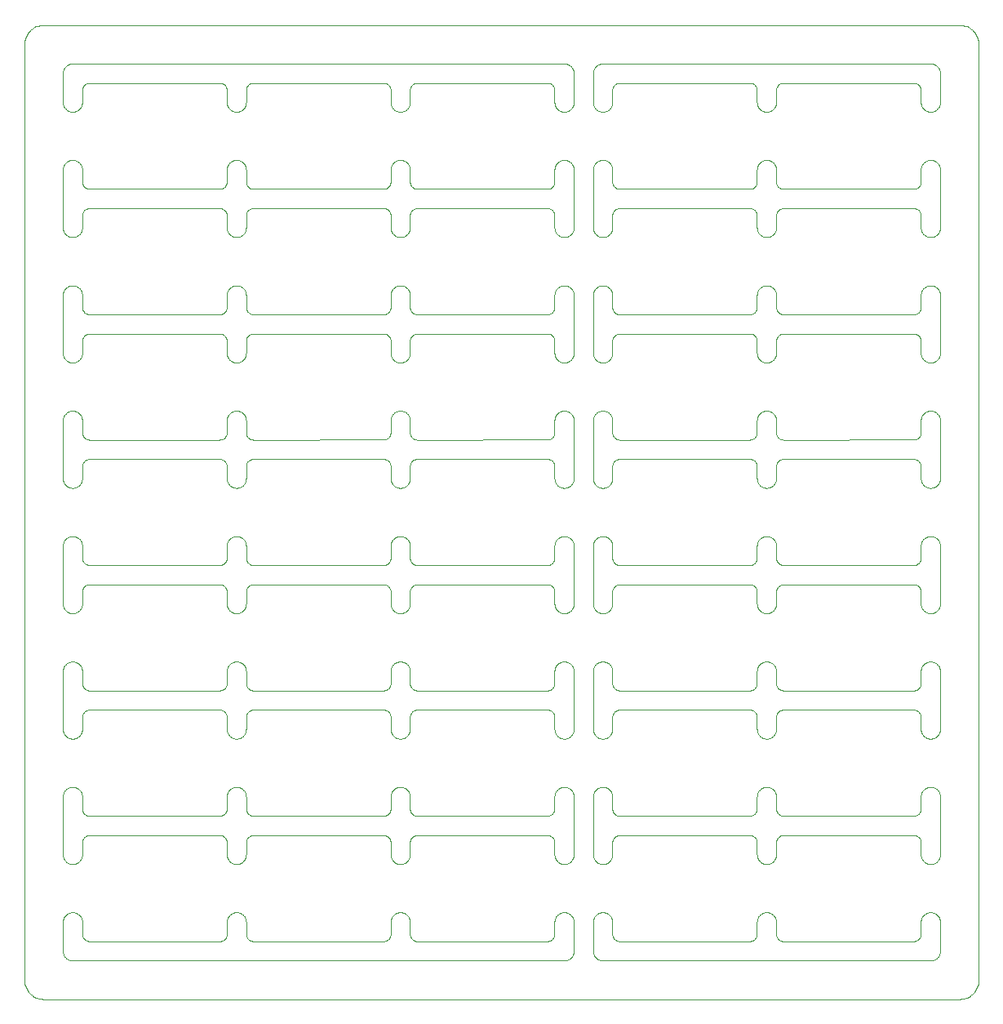
<source format=gbr>
%TF.GenerationSoftware,KiCad,Pcbnew,8.0.4-unknown-202407232306~396e531e7c~ubuntu22.04.1*%
%TF.CreationDate,2024-08-05T10:33:50+01:00*%
%TF.ProjectId,PANEL_ADS1293,50414e45-4c5f-4414-9453-313239332e6b,1.0*%
%TF.SameCoordinates,Original*%
%TF.FileFunction,Profile,NP*%
%FSLAX46Y46*%
G04 Gerber Fmt 4.6, Leading zero omitted, Abs format (unit mm)*
G04 Created by KiCad (PCBNEW 8.0.4-unknown-202407232306~396e531e7c~ubuntu22.04.1) date 2024-08-05 10:33:50*
%MOMM*%
%LPD*%
G01*
G04 APERTURE LIST*
%TA.AperFunction,Profile*%
%ADD10C,0.100000*%
%TD*%
G04 APERTURE END LIST*
D10*
X78118744Y-6345344D02*
X78113670Y-6353371D01*
X40026556Y-42447123D02*
X40031782Y-42465387D01*
X75956158Y-19498586D02*
X75953144Y-19489581D01*
X60336890Y-66058455D02*
X60382684Y-66076120D01*
X59709233Y-96956940D02*
X59662628Y-96941544D01*
X93662146Y-53058455D02*
X93708752Y-53043059D01*
X22146732Y-34989176D02*
X22098019Y-34995184D01*
X61149680Y-71301318D02*
X61120753Y-71342879D01*
X6000642Y-45737349D02*
X6000001Y-45762669D01*
X92545640Y-58061076D02*
X92533887Y-58056381D01*
X61261589Y-58181067D02*
X61254584Y-58187477D01*
X20818934Y-94738409D02*
X20825074Y-94731165D01*
X54557140Y-42933639D02*
X54605446Y-42909944D01*
X37766505Y-68793361D02*
X37775454Y-68784412D01*
X38003853Y-60098018D02*
X38000242Y-60049068D01*
X38901020Y-60995184D02*
X38852307Y-60989176D01*
X76443466Y-66168530D02*
X76484934Y-66142271D01*
X61000641Y-58737349D02*
X61000000Y-58762669D01*
X38484935Y-14142271D02*
X38527641Y-14118078D01*
X38167568Y-60555570D02*
X38141309Y-60514103D01*
X60903989Y-21427555D02*
X60881921Y-21471397D01*
X38029007Y-40757019D02*
X38042098Y-40709714D01*
X21327479Y-53259048D02*
X21364644Y-53226989D01*
X55708752Y-27043059D02*
X55756056Y-27029968D01*
X38003853Y-53901981D02*
X38009861Y-53853268D01*
X39995185Y-34098018D02*
X39989177Y-34146731D01*
X77098018Y-14004815D02*
X77146731Y-14010823D01*
X78000000Y-40999999D02*
X78000000Y-42243666D01*
X39970032Y-60242980D02*
X39956941Y-60290285D01*
X6431347Y-81928349D02*
X6477880Y-81948318D01*
X61353446Y-19113789D02*
X61342878Y-19120754D01*
X4901982Y-27004815D02*
X4950932Y-27001204D01*
X83138Y-1431335D02*
X41412Y-1597914D01*
X92999037Y-94275317D02*
X92999037Y-92999999D01*
X38327479Y-53259048D02*
X38364644Y-53226989D01*
X23342880Y-94879246D02*
X23353447Y-94886210D01*
X37554401Y-84064748D02*
X37545698Y-84060948D01*
X40000642Y-19737349D02*
X40000001Y-19762669D01*
X76226026Y-73634393D02*
X76195829Y-73595699D01*
X59196310Y-40404300D02*
X59226508Y-40365606D01*
X40477880Y-29948318D02*
X40489633Y-29953013D01*
X38403338Y-86803207D02*
X38364644Y-86773010D01*
X59029487Y-21242980D02*
X59018733Y-21195091D01*
X37968781Y-16462257D02*
X37982267Y-16410170D01*
X37998717Y-71712029D02*
X37997756Y-71699409D01*
X40743669Y-32000160D02*
X40721512Y-32000721D01*
X92953013Y-71489632D02*
X92948318Y-71477879D01*
X40574420Y-55978607D02*
X40624021Y-55988801D01*
X92580214Y-94923192D02*
X92588603Y-94918742D01*
X56706625Y-73707107D02*
X56671077Y-73740951D01*
X77941544Y-47336890D02*
X77923879Y-47382684D01*
X78001142Y-29287975D02*
X78001923Y-29297439D01*
X61661601Y-84005766D02*
X61611548Y-84013434D01*
X78737347Y-94999358D02*
X78762668Y-94999999D01*
X20999038Y-53999999D02*
X21000242Y-53950931D01*
X92698681Y-6149681D02*
X92654521Y-6118944D01*
X78076934Y-58419846D02*
X78071650Y-58431346D01*
X5195092Y-27019214D02*
X5242981Y-27029968D01*
X59756537Y-47970031D02*
X59709233Y-47956940D01*
X6240484Y-42799783D02*
X6281309Y-42834829D01*
X92988801Y-19624020D02*
X92978607Y-19574419D01*
X94554607Y-47831469D02*
X94513140Y-47857728D01*
X78599064Y-45015528D02*
X78589828Y-45017734D01*
X4019215Y-4804908D02*
X4029969Y-4757019D01*
X39098019Y-53004815D02*
X39146732Y-53010823D01*
X94830506Y-92444429D02*
X94856765Y-92485896D01*
X93364643Y-73773010D02*
X93327478Y-73740951D01*
X5382685Y-27076120D02*
X5427556Y-27096010D01*
X55003852Y-40901981D02*
X55009860Y-40853268D01*
X56830988Y-79444429D02*
X56857247Y-79485896D01*
X92571662Y-42927320D02*
X92580214Y-42923192D01*
X40113790Y-68646553D02*
X40120754Y-68657120D01*
X4617316Y-92076120D02*
X4663110Y-92058455D01*
X6608418Y-42986086D02*
X6661602Y-42994233D01*
X40000000Y-66999999D02*
X40000000Y-68243666D01*
X54450076Y-16972265D02*
X54498391Y-16957106D01*
X22146732Y-8989176D02*
X22098019Y-8995184D01*
X61027734Y-42450076D02*
X61043841Y-42501413D01*
X21226027Y-27365606D02*
X21258087Y-27328440D01*
X55009860Y-60146731D02*
X55003852Y-60098018D01*
X20857819Y-32311530D02*
X20826823Y-32271488D01*
X75262652Y-19000641D02*
X75237331Y-19000000D01*
X77831469Y-14444429D02*
X77857728Y-14485896D01*
X40321650Y-58134577D02*
X40313891Y-58140051D01*
X40397397Y-32088661D02*
X40386180Y-32094520D01*
X75363541Y-16991173D02*
X75372877Y-16989438D01*
X78215587Y-68775453D02*
X78252288Y-68810340D01*
X5989177Y-73146731D02*
X5980786Y-73195091D01*
X23027735Y-81450076D02*
X23043842Y-81501413D01*
X59292411Y-47707107D02*
X59258567Y-47671559D01*
X92533887Y-58056381D02*
X92486402Y-58038795D01*
X23181067Y-84261590D02*
X23174927Y-84268834D01*
X56633912Y-60773010D02*
X56595218Y-60803207D01*
X56772529Y-92365606D02*
X56802726Y-92404300D01*
X20262670Y-6000642D02*
X20237314Y-6000000D01*
X20237314Y-6000000D02*
X6724673Y-6000961D01*
X37462259Y-29968779D02*
X37474427Y-29965298D01*
X54999037Y-68275317D02*
X54999037Y-66999999D01*
X60634393Y-60773010D02*
X60595699Y-60803207D01*
X37262653Y-58000641D02*
X37237332Y-58000000D01*
X60941544Y-60336890D02*
X60923879Y-60382684D01*
X76949968Y-66001204D02*
X76999036Y-66000000D01*
X22146732Y-79010823D02*
X22195092Y-79019214D01*
X6233496Y-32206638D02*
X6224547Y-32215587D01*
X22634394Y-47773010D02*
X22595700Y-47803207D01*
X6611549Y-84013434D02*
X6599091Y-84015667D01*
X92997755Y-6699409D02*
X92992632Y-6649032D01*
X76291930Y-47707107D02*
X76258086Y-47671559D01*
X75857818Y-42688468D02*
X75865309Y-42678267D01*
X54498391Y-55957106D02*
X54510367Y-55953012D01*
X20988802Y-42375978D02*
X20991035Y-42363521D01*
X75657121Y-16879245D02*
X75698682Y-16850318D01*
X75757113Y-94801846D02*
X75766504Y-94793361D01*
X56671077Y-79259048D02*
X56706625Y-79292892D01*
X22336891Y-73941544D02*
X22290286Y-73956940D01*
X77956940Y-73290285D02*
X77941544Y-73336890D01*
X59010342Y-27853268D02*
X59018733Y-27804908D01*
X60740951Y-53328440D02*
X60773010Y-53365606D01*
X37580219Y-68923190D02*
X37588718Y-68918954D01*
X21616354Y-14076120D02*
X21662147Y-14058455D01*
X76901019Y-79004815D02*
X76949968Y-79001204D01*
X60427555Y-34903989D02*
X60382684Y-34923879D01*
X40127726Y-84332300D02*
X40099266Y-84377961D01*
X37881255Y-71345343D02*
X37870801Y-71329481D01*
X61120753Y-71342879D02*
X61113788Y-71353447D01*
X94470434Y-92118078D02*
X94513140Y-92142271D01*
X21258087Y-66328440D02*
X21291931Y-66292892D01*
X76403337Y-14196792D02*
X76443466Y-14168530D01*
X6454307Y-71060946D02*
X6445703Y-71064965D01*
X5242981Y-34970031D02*
X5195092Y-34980785D01*
X75973444Y-81447123D02*
X75975882Y-81437945D01*
X23024253Y-81437908D02*
X23027735Y-81450076D01*
X60336890Y-34941544D02*
X60290285Y-34956940D01*
X77382684Y-27076120D02*
X77427555Y-27096010D01*
X75998716Y-19712029D02*
X75997755Y-19699409D01*
X78242886Y-32198153D02*
X78233495Y-32206638D01*
X56427074Y-34903989D02*
X56382202Y-34923879D01*
X55443466Y-21831469D02*
X55403337Y-21803207D01*
X5195092Y-40019214D02*
X5242981Y-40029968D01*
X76616353Y-47923879D02*
X76571481Y-47903989D01*
X94145768Y-96989176D02*
X94097055Y-96995184D01*
X39555571Y-60831469D02*
X39514104Y-60857728D01*
X20984333Y-6599090D02*
X20981473Y-6586762D01*
X93000241Y-60049068D02*
X92999037Y-60000000D01*
X76018252Y-27804908D02*
X76029006Y-27757019D01*
X75857818Y-19311530D02*
X75826822Y-19271488D01*
X92605446Y-19090055D02*
X92557140Y-19066360D01*
X4118079Y-8471397D02*
X4096011Y-8427555D01*
X21484935Y-21857728D02*
X21443467Y-21831469D01*
X78361584Y-42891094D02*
X78411397Y-42918742D01*
X6034702Y-42474426D02*
X6038796Y-42486402D01*
X94097055Y-47995184D02*
X94048105Y-47998795D01*
X37678268Y-71134690D02*
X37667701Y-71127726D01*
X61064965Y-55554296D02*
X61088660Y-55602602D01*
X21443467Y-86831469D02*
X21403338Y-86803207D01*
X61445599Y-29935251D02*
X61454302Y-29939051D01*
X56706625Y-27292892D02*
X56740470Y-27328440D01*
X92635646Y-84107368D02*
X92588602Y-84081257D01*
X77881921Y-66528602D02*
X77903989Y-66572444D01*
X37961205Y-68486401D02*
X37965299Y-68474425D01*
X61003366Y-45683613D02*
X61000641Y-45737349D01*
X4259049Y-34671559D02*
X4226990Y-34634393D01*
X20335302Y-94994951D02*
X20351005Y-94992951D01*
X38258087Y-53328440D02*
X38291931Y-53292892D01*
X76117116Y-79528602D02*
X76141308Y-79485896D01*
X56633912Y-27226989D02*
X56671077Y-27259048D01*
X93226026Y-79365606D02*
X93258086Y-79328440D01*
X23627078Y-32010324D02*
X23608379Y-32013676D01*
X76949968Y-8998795D02*
X76901019Y-8995184D01*
X61261679Y-16818825D02*
X61271488Y-16826822D01*
X92718692Y-42834829D02*
X92757113Y-42801846D01*
X5707108Y-73707107D02*
X5671560Y-73740951D01*
X94880958Y-73471397D02*
X94856765Y-73514103D01*
X61094520Y-16613820D02*
X61100941Y-16624727D01*
X6000000Y-32762669D02*
X6000000Y-34000000D01*
X37961205Y-55486401D02*
X37965299Y-55474425D01*
X22098019Y-73995184D02*
X22049069Y-73998795D01*
X60995184Y-8098018D02*
X60989176Y-8146731D01*
X22671560Y-60740951D02*
X22634394Y-60773010D01*
X21949969Y-73998795D02*
X21901020Y-73995184D01*
X39595700Y-14196792D02*
X39634394Y-14226989D01*
X23419786Y-45076807D02*
X23411397Y-45081257D01*
X94880958Y-92528602D02*
X94903026Y-92572444D01*
X61501608Y-58042893D02*
X61489632Y-58046987D01*
X56289804Y-4043059D02*
X56336409Y-4058455D01*
X61419845Y-6076934D02*
X61408627Y-6082794D01*
X58999518Y-8000000D02*
X58999518Y-4999999D01*
X77471397Y-34881921D02*
X77427555Y-34903989D01*
X6321650Y-71134577D02*
X6313891Y-71140051D01*
X77803207Y-53404300D02*
X77831469Y-53444429D01*
X54757112Y-6198153D02*
X54718691Y-6165170D01*
X78301317Y-19149681D02*
X78291116Y-19157172D01*
X61181175Y-94738320D02*
X61189659Y-94747711D01*
X20646554Y-32113789D02*
X20635647Y-32107368D01*
X23345479Y-71118944D02*
X23298719Y-71151490D01*
X4142272Y-73514103D02*
X4118079Y-73471397D01*
X59528121Y-60881921D02*
X59485415Y-60857728D01*
X55901019Y-79004815D02*
X55949968Y-79001204D01*
X23353447Y-84113789D02*
X23342879Y-84120754D01*
X75237331Y-6000000D02*
X61762668Y-6000000D01*
X60740951Y-14328440D02*
X60773010Y-14365606D01*
X55167567Y-47555570D02*
X55141308Y-47514103D01*
X40051682Y-32477880D02*
X40046987Y-32489633D01*
X56994703Y-21098018D02*
X56988695Y-21146731D01*
X78163106Y-68716288D02*
X78198153Y-68757112D01*
X38484935Y-8857728D02*
X38443467Y-8831469D01*
X75557140Y-71066360D02*
X75545640Y-71061076D01*
X6000000Y-27999999D02*
X6000000Y-29243666D01*
X5740952Y-66328440D02*
X5773011Y-66365606D01*
X54237331Y-58000000D02*
X40756334Y-58000000D01*
X93291930Y-60707107D02*
X93258086Y-60671559D01*
X78489632Y-94953013D02*
X78501608Y-94957106D01*
X94830506Y-73555570D02*
X94802244Y-73595699D01*
X61021392Y-29425580D02*
X61024252Y-29437908D01*
X22471398Y-73881921D02*
X22427556Y-73903989D01*
X93364643Y-8773010D02*
X93327478Y-8740951D01*
X6134577Y-16678349D02*
X6140051Y-16686109D01*
X75943618Y-94533886D02*
X75962304Y-94483431D01*
X56980304Y-4804908D02*
X56988695Y-4853268D01*
X21167568Y-27444429D02*
X21195830Y-27404300D01*
X58999518Y-21000000D02*
X58999518Y-14999999D01*
X23537742Y-32031220D02*
X23525574Y-32034701D01*
X22634394Y-40226989D02*
X22671560Y-40259048D01*
X38756057Y-66029968D02*
X38803947Y-66019214D01*
X23549924Y-19027734D02*
X23501609Y-19042893D01*
X94513140Y-53142271D02*
X94554607Y-53168530D01*
X54557140Y-58066360D02*
X54545640Y-58061076D01*
X56969549Y-53757019D02*
X56980304Y-53804908D01*
X56671077Y-4259048D02*
X56706625Y-4292892D01*
X22980786Y-14804908D02*
X22989177Y-14853268D01*
X6010562Y-84627123D02*
X6008827Y-84636459D01*
X39098019Y-86995184D02*
X39049069Y-86998795D01*
X37957107Y-19501608D02*
X37953014Y-19489632D01*
X56706625Y-92292892D02*
X56740470Y-92328440D01*
X92943618Y-16533886D02*
X92962304Y-16483431D01*
X4757020Y-4029968D02*
X4804909Y-4019214D01*
X22146732Y-53010823D02*
X22195092Y-53019214D01*
X54635646Y-94892630D02*
X54646553Y-94886210D01*
X23353447Y-68886210D02*
X23364354Y-68892631D01*
X61242887Y-81801846D02*
X61281308Y-81834829D01*
X55003852Y-27901981D02*
X55009860Y-27853268D01*
X54624727Y-71100941D02*
X54613820Y-71094520D01*
X20972266Y-32549923D02*
X20957107Y-32501608D01*
X23107369Y-19364354D02*
X23082795Y-19408628D01*
X76327478Y-92259048D02*
X76364643Y-92226989D01*
X75998716Y-94287969D02*
X75999037Y-94275317D01*
X75818824Y-58261679D02*
X75810340Y-58252288D01*
X5000000Y-4000000D02*
X55999519Y-4000000D01*
X23661602Y-16994233D02*
X23674157Y-16995832D01*
X20738321Y-68818824D02*
X20747712Y-68810340D01*
X37708883Y-84157172D02*
X37698682Y-84149681D01*
X6008827Y-32636459D02*
X6007449Y-32645854D01*
X56336409Y-66058455D02*
X56382202Y-66076120D01*
X76949968Y-21998795D02*
X76901019Y-21995184D01*
X5956941Y-21290285D02*
X5941545Y-21336890D01*
X23431346Y-6071650D02*
X23419846Y-6076934D01*
X6007368Y-94350967D02*
X6008967Y-94363522D01*
X4010824Y-4853268D02*
X4019215Y-4804908D01*
X78342878Y-84120754D02*
X78301317Y-84149681D01*
X39989177Y-86146731D02*
X39980786Y-86195091D01*
X56671077Y-40259048D02*
X56706625Y-40292892D01*
X20961205Y-19513597D02*
X20943619Y-19466112D01*
X61043841Y-42501413D02*
X61046855Y-42510418D01*
X5903990Y-21427555D02*
X5881922Y-21471397D01*
X77923879Y-8382684D02*
X77903989Y-8427555D01*
X77290285Y-73956940D02*
X77242980Y-73970031D01*
X37992633Y-84649032D02*
X37991034Y-84636477D01*
X61599090Y-84015667D02*
X61586762Y-84018527D01*
X6549924Y-68972265D02*
X6562092Y-68975747D01*
X55018252Y-40804908D02*
X55029006Y-40757019D01*
X92999037Y-58724681D02*
X92998716Y-58712029D01*
X94802244Y-92404300D02*
X94830506Y-92444429D01*
X61005048Y-19664699D02*
X61004027Y-19674140D01*
X75933639Y-84442859D02*
X75911339Y-84397397D01*
X61636477Y-58008966D02*
X61624020Y-58011198D01*
X21443467Y-60831469D02*
X21403338Y-60803207D01*
X37997756Y-19699409D02*
X37992633Y-19649032D01*
X94772047Y-8634393D02*
X94739988Y-8671559D01*
X75613820Y-71094520D02*
X75602602Y-71088660D01*
X98912629Y-99580481D02*
X98915899Y-99568664D01*
X75977970Y-42428681D02*
X75988801Y-42375979D01*
X21708753Y-86956940D02*
X21662147Y-86941544D01*
X37510368Y-68953012D02*
X37522121Y-68948318D01*
X58999518Y-92999999D02*
X59000723Y-92950931D01*
X4572445Y-34903989D02*
X4528603Y-34881921D01*
X76003852Y-14901981D02*
X76009860Y-14853268D01*
X61000000Y-16243666D02*
X61000160Y-16256331D01*
X60941544Y-8336890D02*
X60923879Y-8382684D01*
X75992632Y-6649032D02*
X75991033Y-6636477D01*
X54580218Y-16923190D02*
X54588717Y-16918954D01*
X55364643Y-8773010D02*
X55327478Y-8740951D01*
X6000958Y-94275371D02*
X6001281Y-94287970D01*
X92899059Y-29624726D02*
X92905479Y-29613820D01*
X59141789Y-73514103D02*
X59117597Y-73471397D01*
X77555570Y-8831469D02*
X77514103Y-8857728D01*
X75826822Y-19271488D02*
X75818825Y-19261679D01*
X94470434Y-73881921D02*
X94426592Y-73903989D01*
X6027735Y-19549924D02*
X6024253Y-19562091D01*
X61674139Y-19004027D02*
X61664698Y-19005048D01*
X23004028Y-71674140D02*
X23003367Y-71683613D01*
X37982267Y-68410170D02*
X37984472Y-68400934D01*
X6419782Y-19076809D02*
X6411283Y-19081045D01*
X23206639Y-68766504D02*
X23215588Y-68775453D01*
X23113789Y-84353447D02*
X23107369Y-84364354D01*
X59117597Y-96471397D02*
X59095529Y-96427555D01*
X61489632Y-68953013D02*
X61501608Y-68957106D01*
X5970032Y-66757019D02*
X5980786Y-66804908D01*
X60195091Y-34980785D02*
X60146731Y-34989176D01*
X23127727Y-16667700D02*
X23134691Y-16678267D01*
X39000001Y-66000000D02*
X39049069Y-66001204D01*
X93018252Y-34195091D02*
X93009860Y-34146731D01*
X60803207Y-73595699D02*
X60773010Y-73634393D01*
X40081258Y-16588602D02*
X40107369Y-16635646D01*
X22980786Y-86195091D02*
X22970032Y-86242980D01*
X37850319Y-19301318D02*
X37842828Y-19291117D01*
X56857247Y-4485896D02*
X56881440Y-4528602D01*
X6151295Y-16701421D02*
X6157060Y-16708967D01*
X56830988Y-34555570D02*
X56802726Y-34595699D01*
X61076934Y-32419846D02*
X61071650Y-32431346D01*
X20998717Y-16287969D02*
X20999038Y-16275317D01*
X59662628Y-92058455D02*
X59709233Y-92043059D01*
X54474426Y-58034701D02*
X54462258Y-58031220D01*
X92437909Y-68975747D02*
X92450076Y-68972265D01*
X4709715Y-53043059D02*
X4757020Y-53029968D01*
X93029006Y-53757019D02*
X93042097Y-53709714D01*
X61636477Y-68991033D02*
X61649032Y-68992632D01*
X60831469Y-8555570D02*
X60803207Y-8595699D01*
X56048587Y-73998795D02*
X55999519Y-74000000D01*
X38616354Y-79076120D02*
X38662147Y-79058455D01*
X75498391Y-68957106D02*
X75510367Y-68953012D01*
X75388451Y-6013434D02*
X75338398Y-6005766D01*
X92905479Y-42613820D02*
X92911339Y-42602602D01*
X59018733Y-96195091D02*
X59010342Y-96146731D01*
X92965433Y-81474465D02*
X92968218Y-81465387D01*
X23233496Y-32206638D02*
X23224547Y-32215587D01*
X59226508Y-86634393D02*
X59196310Y-86595699D01*
X39382685Y-14076120D02*
X39427556Y-14096010D01*
X54437909Y-16975747D02*
X54450076Y-16972265D01*
X37338399Y-71005766D02*
X37325844Y-71004167D01*
X55141308Y-40485896D02*
X55167567Y-40444429D01*
X23046987Y-19489633D02*
X23042894Y-19501609D01*
X38000242Y-92950931D02*
X38003853Y-92901981D01*
X40599061Y-94984470D02*
X40608418Y-94986086D01*
X61611548Y-16986565D02*
X61661601Y-16994233D01*
X20911340Y-84397397D02*
X20905480Y-84386179D01*
X56903508Y-66572444D02*
X56923398Y-66617315D01*
X59004333Y-53901981D02*
X59010342Y-53853268D01*
X20957107Y-29498390D02*
X20972266Y-29450076D01*
X55042097Y-34290285D02*
X55029006Y-34242980D01*
X54933639Y-94557139D02*
X54938923Y-94545639D01*
X37965299Y-81474425D02*
X37968781Y-81462257D01*
X92388451Y-71013434D02*
X92338398Y-71005766D01*
X59756537Y-86970031D02*
X59709233Y-86956940D01*
X56513621Y-96857728D02*
X56470915Y-96881921D01*
X20613821Y-71094520D02*
X20602603Y-71088660D01*
X40050211Y-94519302D02*
X40057258Y-94536943D01*
X56988695Y-40853268D02*
X56994703Y-40901981D01*
X20256332Y-29999839D02*
X20278489Y-29999278D01*
X77514103Y-21857728D02*
X77471397Y-21881921D01*
X22773011Y-27365606D02*
X22803208Y-27404300D01*
X78321653Y-42865425D02*
X78329481Y-42870800D01*
X94633430Y-14226989D02*
X94670596Y-14259048D01*
X75400909Y-45015666D02*
X75388451Y-45013434D01*
X21095048Y-60427555D02*
X21075158Y-60382684D01*
X40574420Y-19021392D02*
X40562091Y-19024252D01*
X77471397Y-8881921D02*
X77427555Y-8903989D01*
X23004028Y-32674140D02*
X23003367Y-32683613D01*
X59258567Y-96671559D02*
X59226508Y-96634393D01*
X93009860Y-47146731D02*
X93003852Y-47098018D01*
X60098018Y-79004815D02*
X60146731Y-79010823D01*
X37605556Y-55910158D02*
X37613888Y-55905603D01*
X56470915Y-79118078D02*
X56513621Y-79142271D01*
X54325843Y-45004167D02*
X54313224Y-45003206D01*
X40060949Y-68545697D02*
X40064749Y-68554400D01*
X75568653Y-19071650D02*
X75519210Y-19050432D01*
X6213124Y-42773443D02*
X6226557Y-42786876D01*
X59018733Y-27804908D02*
X59029487Y-27757019D01*
X54698682Y-81850318D02*
X54708883Y-81842827D01*
X6107369Y-71364354D02*
X6082795Y-71408628D01*
X39998796Y-8049068D02*
X39995185Y-8098018D01*
X78353446Y-6113789D02*
X78342878Y-6120754D01*
X55662146Y-8941544D02*
X55616353Y-8923879D01*
X20545694Y-68939053D02*
X20554298Y-68935034D01*
X78477879Y-55948318D02*
X78489632Y-55953013D01*
X55029006Y-73242980D02*
X55018252Y-73195091D01*
X54646625Y-55886330D02*
X54654521Y-55881055D01*
X55403337Y-47803207D02*
X55364643Y-47773010D01*
X38443467Y-34831469D02*
X38403338Y-34803207D01*
X61419781Y-58076809D02*
X61411282Y-58081045D01*
X54635646Y-84107368D02*
X54588602Y-84081257D01*
X21000242Y-79950931D02*
X21003853Y-79901981D01*
X55000241Y-8049068D02*
X54999037Y-8000000D01*
X78157059Y-42708967D02*
X78163106Y-42716288D01*
X59327959Y-47740951D02*
X59292411Y-47707107D01*
X54872273Y-71332299D02*
X54865309Y-71321732D01*
X39514104Y-86857728D02*
X39471398Y-86881921D01*
X75905479Y-19386179D02*
X75899058Y-19375272D01*
X23291118Y-81842827D02*
X23301319Y-81850318D01*
X6003367Y-84683613D02*
X6000642Y-84737349D01*
X76003852Y-79901981D02*
X76009860Y-79853268D01*
X61100941Y-16624727D02*
X61129401Y-16670388D01*
X21949969Y-8998795D02*
X21901020Y-8995184D01*
X4404301Y-14196792D02*
X4444430Y-14168530D01*
X38756057Y-21970031D02*
X38708753Y-21956940D01*
X20991034Y-71636477D02*
X20988802Y-71624020D01*
X98654665Y-100120997D02*
X98661725Y-100110973D01*
X22336891Y-47941544D02*
X22290286Y-47956940D01*
X38327479Y-79259048D02*
X38364644Y-79226989D01*
X78525573Y-32034701D02*
X78513597Y-32038795D01*
X75388451Y-32013434D02*
X75338398Y-32005766D01*
X20999038Y-66999999D02*
X21000242Y-66950931D01*
X94940581Y-8336890D02*
X94922916Y-8382684D01*
X61120753Y-84342879D02*
X61113788Y-84353447D01*
X54262652Y-19000641D02*
X54237331Y-19000000D01*
X6281102Y-58164924D02*
X6268834Y-58174927D01*
X37810341Y-68747710D02*
X37818826Y-68738319D01*
X92992632Y-58649032D02*
X92991033Y-58636477D01*
X94922916Y-34382684D02*
X94903026Y-34427555D01*
X76291930Y-53292892D02*
X76327478Y-53259048D01*
X54857818Y-94688468D02*
X54865309Y-94678267D01*
X60956940Y-34290285D02*
X60941544Y-34336890D01*
X59117597Y-27528602D02*
X59141789Y-27485896D01*
X78525573Y-45034701D02*
X78513597Y-45038795D01*
X23454307Y-71060946D02*
X23445703Y-71064965D01*
X54938923Y-94545639D02*
X54943618Y-94533886D01*
X23762687Y-16999999D02*
X37275328Y-16999038D01*
X22970032Y-47242980D02*
X22956941Y-47290285D01*
X78134576Y-16678349D02*
X78140050Y-16686109D01*
X40649033Y-6007367D02*
X40636478Y-6008966D01*
X77980785Y-34195091D02*
X77970031Y-34242980D01*
X93571481Y-92096010D02*
X93616353Y-92076120D01*
X93571481Y-40096010D02*
X93616353Y-40076120D01*
X76756056Y-92029968D02*
X76803946Y-92019214D01*
X59010342Y-34146731D02*
X59004333Y-34098018D01*
X54810340Y-32252288D02*
X54775453Y-32215587D01*
X92313224Y-19003206D02*
X92262652Y-19000641D01*
X23151295Y-68701421D02*
X23157060Y-68708967D01*
X61113788Y-71353447D02*
X61107368Y-71364354D01*
X76571481Y-8903989D02*
X76527640Y-8881921D01*
X40004028Y-6674140D02*
X40003367Y-6683613D01*
X6129402Y-55670388D02*
X6134577Y-55678349D01*
X20243667Y-42999999D02*
X20256332Y-42999839D01*
X60857728Y-27485896D02*
X60881921Y-27528602D01*
X4019215Y-86195091D02*
X4010824Y-86146731D01*
X61163106Y-29716288D02*
X61198153Y-29757112D01*
X39195092Y-60980785D02*
X39146732Y-60989176D01*
X59258567Y-53328440D02*
X59292411Y-53292892D01*
X21484935Y-8857728D02*
X21443467Y-8831469D01*
X93018252Y-79804908D02*
X93029006Y-79757019D01*
X39995185Y-60098018D02*
X39989177Y-60146731D01*
X21018253Y-8195091D02*
X21009861Y-8146731D01*
X5514104Y-14142271D02*
X5555571Y-14168530D01*
X5146732Y-86989176D02*
X5098019Y-86995184D01*
X78134576Y-68678349D02*
X78140050Y-68686109D01*
X78513597Y-84038795D02*
X78463142Y-84057481D01*
X21117117Y-60471397D02*
X21095048Y-60427555D01*
X75997755Y-58699409D02*
X75992632Y-58649032D01*
X21258087Y-60671559D02*
X21226027Y-60634393D01*
X56999518Y-14999999D02*
X56999518Y-21000000D01*
X37413238Y-84018527D02*
X37400910Y-84015667D01*
X54942742Y-32463056D02*
X54939053Y-32454306D01*
X78649032Y-68992632D02*
X78702560Y-68998076D01*
X54400909Y-84015666D02*
X54388451Y-84013434D01*
X6562059Y-29975883D02*
X6571266Y-29978205D01*
X22989177Y-86146731D02*
X22980786Y-86195091D01*
X39707108Y-66292892D02*
X39740952Y-66328440D01*
X60995184Y-79901981D02*
X60998795Y-79950931D01*
X23000161Y-94256331D02*
X23000722Y-94278488D01*
X38662147Y-73941544D02*
X38616354Y-73923879D01*
X4001205Y-96049068D02*
X4000000Y-96000000D01*
X59042578Y-53709714D02*
X59057974Y-53663109D01*
X21327479Y-40259048D02*
X21364644Y-40226989D01*
X54554400Y-81935251D02*
X54571662Y-81927320D01*
X5290286Y-60956940D02*
X5242981Y-60970031D01*
X1246189Y-148106D02*
X1234749Y-152519D01*
X152520Y-1234748D02*
X148107Y-1246188D01*
X92975747Y-58562091D02*
X92972265Y-58549923D01*
X92533887Y-71056381D02*
X92486402Y-71038795D01*
X60195091Y-14019214D02*
X60242980Y-14029968D01*
X37766505Y-42793361D02*
X37775454Y-42784412D01*
X20999038Y-8000000D02*
X20999038Y-6721514D01*
X75657121Y-81879245D02*
X75698682Y-81850318D01*
X6213124Y-81773443D02*
X6226557Y-81786876D01*
X78215586Y-58224547D02*
X78206637Y-58233496D01*
X5634672Y-92226872D02*
X5671834Y-92258916D01*
X92462258Y-94968779D02*
X92474426Y-94965298D01*
X5514104Y-21857728D02*
X5471398Y-21881921D01*
X55949968Y-66001204D02*
X55999036Y-66000000D01*
X54325843Y-71004167D02*
X54313224Y-71003206D01*
X20948319Y-42522119D02*
X20953014Y-42510366D01*
X78004027Y-45674140D02*
X78003366Y-45683613D01*
X5803208Y-40404300D02*
X5831470Y-40444429D01*
X60980785Y-14804908D02*
X60989176Y-14853268D01*
X23017735Y-68410171D02*
X23031221Y-68462258D01*
X92388451Y-6013434D02*
X92338398Y-6005766D01*
X92886210Y-19353446D02*
X92879246Y-19342879D01*
X55029006Y-86242980D02*
X55018252Y-86195091D01*
X77382684Y-40076120D02*
X77427555Y-40096010D01*
X54773271Y-71213291D02*
X54766599Y-71206534D01*
X78762668Y-95000000D02*
X92237331Y-95000000D01*
X92886210Y-71353446D02*
X92879246Y-71342879D01*
X93003852Y-86098018D02*
X93000241Y-86049068D01*
X92911339Y-29602602D02*
X92933639Y-29557139D01*
X6056382Y-16533887D02*
X6061077Y-16545640D01*
X38852307Y-73989176D02*
X38803947Y-73980785D01*
X37718693Y-94834829D02*
X37757114Y-94801846D01*
X40589829Y-32017734D02*
X40537742Y-32031220D01*
X4853269Y-53010823D02*
X4901982Y-53004815D01*
X38725Y-99390121D02*
X41412Y-99402085D01*
X54999037Y-29275317D02*
X54999037Y-27999999D01*
X93999036Y-74000000D02*
X93949968Y-73998795D01*
X61301317Y-6149681D02*
X61291116Y-6157172D01*
X78118744Y-32345344D02*
X78113670Y-32353371D01*
X54745579Y-58187300D02*
X54738413Y-58181069D01*
X5803208Y-66404300D02*
X5831470Y-66444429D01*
X78477879Y-71051681D02*
X78431345Y-71071650D01*
X59485415Y-79142271D02*
X59528121Y-79118078D01*
X40445600Y-45064748D02*
X40428338Y-45072679D01*
X6024253Y-19562091D02*
X6021392Y-19574420D01*
X39980786Y-73195091D02*
X39970032Y-73242980D01*
X75413237Y-71018527D02*
X75400909Y-71015667D01*
X77000000Y-40000000D02*
X77049068Y-40001204D01*
X23686776Y-81996793D02*
X23737348Y-81999358D01*
X60634393Y-47773010D02*
X60595699Y-47803207D01*
X20988802Y-71624020D02*
X20978608Y-71574419D01*
X93949968Y-40001204D02*
X93999036Y-40000000D01*
X78756333Y-32000000D02*
X78743668Y-32000160D01*
X39382685Y-60923879D02*
X39336891Y-60941544D01*
X61076934Y-84419846D02*
X61071650Y-84431346D01*
X6011199Y-81375979D02*
X6021393Y-81425580D01*
X21662147Y-27058455D02*
X21708753Y-27043059D01*
X59168048Y-86555570D02*
X59141789Y-86514103D01*
X59075639Y-53617315D02*
X59095529Y-53572444D01*
X6419846Y-32076934D02*
X6408628Y-32082794D01*
X55852306Y-21989176D02*
X55803946Y-21980785D01*
X40394445Y-55910158D02*
X40411284Y-55918954D01*
X55095048Y-92572444D02*
X55117116Y-92528602D01*
X92313224Y-32003206D02*
X92262652Y-32000641D01*
X54425580Y-16978607D02*
X54437909Y-16975747D01*
X21803947Y-66019214D02*
X21852307Y-66010823D01*
X78162921Y-84283557D02*
X78157062Y-84291029D01*
X94999037Y-14999999D02*
X94999037Y-21000000D01*
X59258567Y-21671559D02*
X59226508Y-21634393D01*
X77290285Y-60956940D02*
X77242980Y-60970031D01*
X5803208Y-14404300D02*
X5831470Y-14444429D01*
X60146731Y-40010823D02*
X60195091Y-40019214D01*
X4043060Y-34290285D02*
X4029969Y-34242980D01*
X54972265Y-6549923D02*
X54956158Y-6498586D01*
X40004028Y-45674140D02*
X40003367Y-45683613D01*
X78428337Y-42927320D02*
X78445599Y-42935251D01*
X78042893Y-45501609D02*
X78027734Y-45549923D01*
X78702560Y-55998076D02*
X78712024Y-55998857D01*
X38616354Y-53076120D02*
X38662147Y-53058455D01*
X77336890Y-73941544D02*
X77290285Y-73956940D01*
X37708884Y-81842827D02*
X37718693Y-81834829D01*
X38616354Y-86923879D02*
X38571482Y-86903989D01*
X20992634Y-55350966D02*
X20997756Y-55300589D01*
X61562090Y-19024252D02*
X61549923Y-19027734D01*
X92708883Y-29842827D02*
X92718692Y-29834829D01*
X61000000Y-66999999D02*
X61000000Y-68243666D01*
X40215588Y-42775453D02*
X40254585Y-42812522D01*
X92977970Y-81428681D02*
X92988801Y-81375979D01*
X94426592Y-66096010D02*
X94470434Y-66118078D01*
X92613890Y-6094398D02*
X92605446Y-6090055D01*
X40445600Y-84064748D02*
X40428338Y-84072679D01*
X20992634Y-16350966D02*
X20997756Y-16300589D01*
X94969068Y-47242980D02*
X94955977Y-47290285D01*
X5634394Y-66226989D02*
X5671560Y-66259048D01*
X5831470Y-27444429D02*
X5857729Y-27485896D01*
X54818825Y-81738319D02*
X54826823Y-81728511D01*
X75731016Y-58175115D02*
X75688469Y-58142181D01*
X92313224Y-6003206D02*
X92262652Y-6000641D01*
X23071651Y-32431346D02*
X23051682Y-32477880D01*
X23046987Y-71489633D02*
X23042894Y-71501609D01*
X59057974Y-92663109D02*
X59075639Y-92617315D01*
X5707108Y-53292892D02*
X5740952Y-53328440D01*
X59258567Y-34671559D02*
X59226508Y-34634393D01*
X92773443Y-6213123D02*
X92766602Y-6206537D01*
X39382685Y-21923879D02*
X39336891Y-21941544D01*
X731405Y-454211D02*
X722121Y-462220D01*
X75624727Y-71100941D02*
X75613820Y-71094520D01*
X93018252Y-66804908D02*
X93029006Y-66757019D01*
X4010824Y-14853268D02*
X4019215Y-14804908D01*
X78445599Y-45064748D02*
X78428337Y-45072679D01*
X76042097Y-60290285D02*
X76029006Y-60242980D01*
X78181174Y-19261680D02*
X78173176Y-19271488D01*
X54501488Y-6043612D02*
X54483512Y-6037468D01*
X54818825Y-29738319D02*
X54826823Y-29728511D01*
X76029006Y-27757019D02*
X76042097Y-27709714D01*
X93999036Y-48000000D02*
X93949968Y-47998795D01*
X56555089Y-8831469D02*
X56513621Y-8857728D01*
X38403338Y-92196792D02*
X38443467Y-92168530D01*
X77707107Y-27292892D02*
X77740951Y-27328440D01*
X61071650Y-71431346D02*
X61051681Y-71477880D01*
X22242981Y-66029968D02*
X22290286Y-66043059D01*
X38095048Y-34427555D02*
X38075158Y-34382684D01*
X55901019Y-34995184D02*
X55852306Y-34989176D01*
X40624020Y-19011198D02*
X40574420Y-19021392D01*
X61000000Y-14999999D02*
X61000000Y-16243666D01*
X75826822Y-45271488D02*
X75818825Y-45261679D01*
X38803947Y-14019214D02*
X38852307Y-14010823D01*
X92997755Y-42300589D02*
X92998716Y-42287969D01*
X55443466Y-73831469D02*
X55403337Y-73803207D01*
X60970031Y-47242980D02*
X60956940Y-47290285D01*
X4365607Y-40226989D02*
X4404301Y-40196792D01*
X37933640Y-94557139D02*
X37938924Y-94545639D01*
X38949969Y-73998795D02*
X38901020Y-73995184D01*
X55999036Y-9000000D02*
X55949968Y-8998795D01*
X59327959Y-66259048D02*
X59365125Y-66226989D01*
X94381721Y-79076120D02*
X94426592Y-79096010D01*
X61198153Y-45242887D02*
X61165169Y-45281308D01*
X94999037Y-27999999D02*
X94999037Y-34000000D01*
X37300582Y-55997756D02*
X37350968Y-55992632D01*
X4663110Y-40058455D02*
X4709715Y-40043059D01*
X61082794Y-45408628D02*
X61076934Y-45419846D01*
X21075158Y-47382684D02*
X21057494Y-47336890D01*
X37766504Y-84206638D02*
X37757113Y-84198153D01*
X54818824Y-84261679D02*
X54810340Y-84252288D01*
X37698682Y-84149681D02*
X37657121Y-84120753D01*
X38117117Y-73471397D02*
X38095048Y-73427555D01*
X4709715Y-47956940D02*
X4663110Y-47941544D01*
X60098018Y-92004815D02*
X60146731Y-92010823D01*
X61000160Y-29256331D02*
X61000721Y-29278488D01*
X94381721Y-73923879D02*
X94335927Y-73941544D01*
X78743668Y-45000160D02*
X78721511Y-45000721D01*
X23301318Y-19149681D02*
X23291117Y-19157172D01*
X4485897Y-4142271D02*
X4528603Y-4118078D01*
X39146732Y-66010823D02*
X39195092Y-66019214D01*
X56097536Y-8995184D02*
X56048587Y-8998795D01*
X37635647Y-81892630D02*
X37646554Y-81886210D01*
X61283556Y-58162922D02*
X61268833Y-58174927D01*
X4096011Y-96427555D02*
X4076121Y-96382684D01*
X76756056Y-8970031D02*
X76708752Y-8956940D01*
X21616354Y-40076120D02*
X21662147Y-40058455D01*
X54354118Y-42992312D02*
X54363545Y-42991172D01*
X61129401Y-68670388D02*
X61134576Y-68678349D01*
X58999518Y-66999999D02*
X59000723Y-66950931D01*
X54810340Y-6252288D02*
X54775453Y-6215587D01*
X92917205Y-45408627D02*
X92892631Y-45364353D01*
X21042098Y-40709714D02*
X21057494Y-40663109D01*
X56988695Y-53853268D02*
X56994703Y-53901981D01*
X60803207Y-8595699D02*
X60773010Y-8634393D01*
X78000000Y-6762669D02*
X78000000Y-8000000D01*
X22000001Y-53000000D02*
X22049069Y-53001204D01*
X40001924Y-16297439D02*
X40007688Y-16354118D01*
X40762669Y-82000000D02*
X54237331Y-82000000D01*
X22427556Y-86903989D02*
X22382685Y-86923879D01*
X94903026Y-8427555D02*
X94880958Y-8471397D01*
X54486402Y-84038795D02*
X54474426Y-84034701D01*
X20588604Y-81918742D02*
X20635647Y-81892631D01*
X23081046Y-42588716D02*
X23089842Y-42605555D01*
X5903990Y-60427555D02*
X5881922Y-60471397D01*
X61501608Y-55957106D02*
X61549923Y-55972265D01*
X21484935Y-86857728D02*
X21443467Y-86831469D01*
X61645853Y-6007448D02*
X61636458Y-6008826D01*
X61498511Y-16956387D02*
X61516487Y-16962531D01*
X22427556Y-47903989D02*
X22382685Y-47923879D01*
X92933639Y-42557139D02*
X92938923Y-42545639D01*
X23099060Y-94622164D02*
X23108697Y-94638535D01*
X6489633Y-6046987D02*
X6477880Y-6051681D01*
X78000160Y-94256331D02*
X78000721Y-94278488D01*
X20338399Y-32005766D02*
X20325844Y-32004167D01*
X78364353Y-58107369D02*
X78353446Y-58113789D01*
X78431346Y-94928349D02*
X78477879Y-94948318D01*
X61562090Y-6024252D02*
X61549923Y-6027734D01*
X6463057Y-71057257D02*
X6454307Y-71060946D01*
X5427556Y-40096010D02*
X5471398Y-40118078D01*
X94194128Y-79019214D02*
X94242017Y-79029968D01*
X54635646Y-32107368D02*
X54588602Y-32081257D01*
X21003853Y-79901981D02*
X21009861Y-79853268D01*
X5595700Y-27196792D02*
X5634394Y-27226989D01*
X4118079Y-53528602D02*
X4142272Y-53485896D01*
X60382684Y-21923879D02*
X60336890Y-21941544D01*
X92991034Y-42363521D02*
X92992633Y-42350966D01*
X23489633Y-6046987D02*
X23477880Y-6051681D01*
X39903990Y-47427555D02*
X39881922Y-47471397D01*
X54646625Y-16886330D02*
X54654521Y-16881055D01*
X37624728Y-29899058D02*
X37670389Y-29870598D01*
X76803946Y-92019214D02*
X76852306Y-92010823D01*
X75688468Y-45142181D02*
X75678267Y-45134690D01*
X40571266Y-42978205D02*
X40589771Y-42982499D01*
X54316387Y-94996633D02*
X54325860Y-94995972D01*
X22671560Y-14259048D02*
X22707108Y-14292892D01*
X6268835Y-68825072D02*
X6283558Y-68837077D01*
X78419845Y-94923065D02*
X78431346Y-94928349D01*
X21029007Y-21242980D02*
X21018253Y-21195091D01*
X55803946Y-53019214D02*
X55852306Y-53010823D01*
X60970031Y-53757019D02*
X60980785Y-53804908D01*
X94335927Y-96941544D02*
X94289322Y-96956940D01*
X37413238Y-71018527D02*
X37400910Y-71015667D01*
X6215587Y-71224547D02*
X6206638Y-71233496D01*
X37483513Y-6037468D02*
X37474471Y-6034568D01*
X39998796Y-73049068D02*
X39995185Y-73098018D01*
X20848510Y-94701280D02*
X20879247Y-94657120D01*
X5998796Y-21049068D02*
X5995185Y-21098018D01*
X20965433Y-84525533D02*
X20962305Y-84516568D01*
X75975882Y-42437945D02*
X75977970Y-42428682D01*
X40762669Y-84000000D02*
X40737348Y-84000641D01*
X75872273Y-6332299D02*
X75865309Y-6321732D01*
X20313225Y-84003206D02*
X20262653Y-84000641D01*
X40215587Y-58224547D02*
X40206638Y-58233496D01*
X94969068Y-4757019D02*
X94979822Y-4804908D01*
X78057257Y-29536943D02*
X78060946Y-29545693D01*
X94994221Y-86098018D02*
X94988213Y-86146731D01*
X4226990Y-4365606D02*
X4259049Y-4328440D01*
X23242887Y-6198153D02*
X23233496Y-6206638D01*
X6516488Y-32037468D02*
X6498512Y-32043612D01*
X54698682Y-94850318D02*
X54708883Y-94842827D01*
X5941854Y-92662800D02*
X5957262Y-92709387D01*
X23674157Y-84004167D02*
X23661602Y-84005766D01*
X1223539Y-157488D02*
X1068301Y-230910D01*
X38141309Y-34514103D02*
X38117117Y-34471397D01*
X54972265Y-58549923D02*
X54956158Y-58498586D01*
X92646553Y-94886210D02*
X92657121Y-94879245D01*
X37984472Y-94400934D02*
X37986324Y-94391620D01*
X55195829Y-86595699D02*
X55167567Y-86555570D01*
X59000723Y-47049068D02*
X58999518Y-47000000D01*
X54942742Y-71463056D02*
X54939053Y-71454306D01*
X39903990Y-21427555D02*
X39881922Y-21471397D01*
X75988801Y-32624020D02*
X75978607Y-32574419D01*
X92262652Y-71000641D02*
X92237331Y-71000000D01*
X76756056Y-34970031D02*
X76708752Y-34956940D01*
X5707108Y-21707107D02*
X5671560Y-21740951D01*
X76327478Y-60740951D02*
X76291930Y-60707107D01*
X60671559Y-60740951D02*
X60634393Y-60773010D01*
X59852787Y-73989176D02*
X59804427Y-73980785D01*
X92865309Y-84321732D02*
X92857818Y-84311531D01*
X4076121Y-14617315D02*
X4096011Y-14572444D01*
X37799784Y-6240483D02*
X37793463Y-6233397D01*
X6254584Y-58187477D02*
X6215588Y-58224547D01*
X40107369Y-68635646D02*
X40113790Y-68646553D01*
X4019215Y-27804908D02*
X4029969Y-27757019D01*
X76327478Y-86740951D02*
X76291930Y-86707107D01*
X23743651Y-68999839D02*
X23756352Y-68999999D01*
X94994221Y-27901981D02*
X94997832Y-27950931D01*
X22857729Y-86514103D02*
X22831470Y-86555570D01*
X93029006Y-47242980D02*
X93018252Y-47195091D01*
X37375981Y-68988801D02*
X37425581Y-68978607D01*
X77970031Y-27757019D02*
X77980785Y-27804908D01*
X22707108Y-86707107D02*
X22671560Y-86740951D01*
X39242981Y-53029968D02*
X39290286Y-53043059D01*
X4709715Y-79043059D02*
X4757020Y-79029968D01*
X61674156Y-94995832D02*
X61686775Y-94996793D01*
X55075157Y-40617315D02*
X55095048Y-40572444D01*
X22471398Y-92118078D02*
X22514104Y-92142271D01*
X60000000Y-92000000D02*
X60049068Y-92001204D01*
X92580214Y-29923192D02*
X92588603Y-29918742D01*
X40010562Y-32627123D02*
X40008827Y-32636459D01*
X37338399Y-32005766D02*
X37325844Y-32004167D01*
X75363545Y-42991172D02*
X75372922Y-42989675D01*
X39831470Y-60555570D02*
X39803208Y-60595699D01*
X75991033Y-84636477D02*
X75988801Y-84624020D01*
X54968218Y-94465387D02*
X54973444Y-94447123D01*
X61082794Y-32408628D02*
X61076934Y-32419846D01*
X54775453Y-42784412D02*
X54810340Y-42747710D01*
X59804427Y-53019214D02*
X59852787Y-53010823D01*
X20910159Y-58394444D02*
X20905604Y-58386113D01*
X76901019Y-34995184D02*
X76852306Y-34989176D01*
X22098019Y-53004815D02*
X22146732Y-53010823D01*
X23094397Y-29613886D02*
X23099266Y-29622039D01*
X61024252Y-19562091D02*
X61021391Y-19574420D01*
X4365607Y-92226989D02*
X4404301Y-92196792D01*
X40027735Y-58549924D02*
X40024253Y-58562091D01*
X40271489Y-68826822D02*
X40311531Y-68857818D01*
X6431347Y-16928349D02*
X6480790Y-16949567D01*
X20262670Y-58000642D02*
X20237314Y-58000000D01*
X38527641Y-47881921D02*
X38484935Y-47857728D01*
X92554297Y-55935034D02*
X92602603Y-55911338D01*
X61027734Y-6549924D02*
X61024252Y-6562091D01*
X21403338Y-27196792D02*
X21443467Y-27168530D01*
X37624728Y-45100941D02*
X37613821Y-45094520D01*
X38117117Y-66528602D02*
X38141309Y-66485896D01*
X20486403Y-6038795D02*
X20474427Y-6034701D01*
X20698683Y-16850318D02*
X20708884Y-16842827D01*
X40712025Y-55998857D02*
X40721512Y-55999278D01*
X20957107Y-58501608D02*
X20953014Y-58489632D01*
X59616834Y-8923879D02*
X59571963Y-8903989D01*
X54978607Y-58574419D02*
X54975747Y-58562091D01*
X6589771Y-81982499D02*
X6599061Y-81984470D01*
X54462258Y-29968779D02*
X54474426Y-29965298D01*
X61151294Y-42701421D02*
X61157059Y-42708967D01*
X77941544Y-27663109D02*
X77956940Y-27709714D01*
X93258086Y-21671559D02*
X93226026Y-21634393D01*
X75237331Y-84000000D02*
X61762668Y-84000000D01*
X4010824Y-66853268D02*
X4019215Y-66804908D01*
X20646554Y-81886210D02*
X20657122Y-81879245D01*
X61224546Y-94784412D02*
X61233495Y-94793361D01*
X889027Y-337311D02*
X879003Y-344371D01*
X23010562Y-84627123D02*
X23008827Y-84636459D01*
X92462258Y-6031220D02*
X92413237Y-6018527D01*
X40000000Y-53999999D02*
X40000000Y-55243666D01*
X4365607Y-53226989D02*
X4404301Y-53196792D01*
X54975882Y-94437945D02*
X54977970Y-94428682D01*
X23000161Y-81256331D02*
X23000722Y-81278488D01*
X75557140Y-29933639D02*
X75605446Y-29909944D01*
X23011199Y-16375979D02*
X23021393Y-16425580D01*
X78071650Y-6431346D02*
X78051681Y-6477880D01*
X59004333Y-96098018D02*
X59000723Y-96049068D01*
X38291931Y-60707107D02*
X38258087Y-60671559D01*
X40120754Y-55657120D02*
X40149682Y-55698681D01*
X20486403Y-84038795D02*
X20474427Y-84034701D01*
X6661602Y-81994233D02*
X6674157Y-81995832D01*
X38364644Y-27226989D02*
X38403338Y-27196792D01*
X40000001Y-94243666D02*
X40000161Y-94256331D01*
X93226026Y-34634393D02*
X93195829Y-34595699D01*
X56994703Y-96098018D02*
X56988695Y-96146731D01*
X61608378Y-45013676D02*
X61599064Y-45015528D01*
X23162922Y-6283557D02*
X23157063Y-6291029D01*
X77555570Y-14168530D02*
X77595699Y-14196792D01*
X40000161Y-81256331D02*
X40000722Y-81278488D01*
X59616834Y-96923879D02*
X59571963Y-96903989D01*
X55527640Y-8881921D02*
X55484934Y-8857728D01*
X38117117Y-34471397D02*
X38095048Y-34427555D01*
X23743669Y-71000160D02*
X23721512Y-71000721D01*
X21042098Y-27709714D02*
X21057494Y-27663109D01*
X23599065Y-45015528D02*
X23589829Y-45017734D01*
X56998314Y-8049068D02*
X56994703Y-8098018D01*
X22923880Y-47382684D02*
X22903990Y-47427555D01*
X37501489Y-19043612D02*
X37483513Y-19037468D01*
X75899058Y-58375272D02*
X75872273Y-58332299D01*
X55527640Y-40118078D02*
X55571481Y-40096010D01*
X75536857Y-32057481D02*
X75486402Y-32038795D01*
X23233496Y-6206638D02*
X23224547Y-6215587D01*
X40353447Y-42886210D02*
X40364354Y-42892631D01*
X54962304Y-68483431D02*
X54965433Y-68474465D01*
X76167567Y-60555570D02*
X76141308Y-60514103D01*
X54991033Y-58636477D02*
X54988801Y-58624020D01*
X75462258Y-45031220D02*
X75413237Y-45018527D01*
X60773010Y-8634393D02*
X60740951Y-8671559D01*
X22595700Y-47803207D02*
X22555571Y-47831469D01*
X59403819Y-79196792D02*
X59443948Y-79168530D01*
X78113788Y-58353447D02*
X78107368Y-58364354D01*
X75698681Y-84149681D02*
X75657120Y-84120753D01*
X40022030Y-29428682D02*
X40024118Y-29437946D01*
X39146732Y-92010823D02*
X39195092Y-92019214D01*
X55901019Y-8995184D02*
X55852306Y-8989176D01*
X4663110Y-21941544D02*
X4617316Y-21923879D01*
X92338398Y-32005766D02*
X92325843Y-32004167D01*
X92759516Y-32200216D02*
X92718691Y-32165170D01*
X40004028Y-58674140D02*
X40003367Y-58683613D01*
X56382202Y-8923879D02*
X56336409Y-8941544D01*
X37580155Y-19076934D02*
X37568654Y-19071650D01*
X40118745Y-32345344D02*
X40113671Y-32353371D01*
X94979822Y-4804908D02*
X94988213Y-4853268D01*
X37237332Y-81999999D02*
X37262653Y-81999358D01*
X75338398Y-19005766D02*
X75325843Y-19004167D01*
X23525574Y-45034701D02*
X23513598Y-45038795D01*
X98421492Y-594879D02*
X98413037Y-585999D01*
X93003852Y-14901981D02*
X93009860Y-14853268D01*
X40301132Y-19149420D02*
X40281102Y-19164924D01*
X75810340Y-84252288D02*
X75775453Y-84215587D01*
X56772529Y-60634393D02*
X56740470Y-60671559D01*
X59901500Y-53004815D02*
X59950450Y-53001204D01*
X22857729Y-27485896D02*
X22881922Y-27528602D01*
X23000722Y-55278488D02*
X23001143Y-55287975D01*
X20613821Y-6094520D02*
X20602603Y-6088660D01*
X56146250Y-60989176D02*
X56097536Y-60995184D01*
X37933640Y-16557139D02*
X37938924Y-16545639D01*
X6050211Y-81519302D02*
X6057258Y-81536943D01*
X6003367Y-45683613D02*
X6000642Y-45737349D01*
X92953013Y-58489632D02*
X92948318Y-58477879D01*
X4292893Y-86707107D02*
X4259049Y-86671559D01*
X20997756Y-58699409D02*
X20992633Y-58649032D01*
X61046856Y-68510418D02*
X61050210Y-68519302D01*
X55527640Y-60881921D02*
X55484934Y-60857728D01*
X93403337Y-86803207D02*
X93364643Y-86773010D01*
X37818826Y-94738319D02*
X37826824Y-94728511D01*
X56194609Y-4019214D02*
X56242499Y-4029968D01*
X77336890Y-53058455D02*
X77382684Y-53076120D01*
X78466112Y-32056381D02*
X78454359Y-32061076D01*
X5773011Y-60634393D02*
X5740952Y-60671559D01*
X40364354Y-84107369D02*
X40353447Y-84113789D01*
X59004333Y-8098018D02*
X59000723Y-8049068D01*
X60995184Y-73098018D02*
X60989176Y-73146731D01*
X22881922Y-34471397D02*
X22857729Y-34514103D01*
X78024252Y-19562091D02*
X78021391Y-19574420D01*
X38571482Y-14096010D02*
X38616354Y-14076120D01*
X54557140Y-45066360D02*
X54545640Y-45061076D01*
X4019215Y-60195091D02*
X4010824Y-60146731D01*
X6353447Y-32113789D02*
X6342879Y-32120754D01*
X37701422Y-16848705D02*
X37708968Y-16842940D01*
X23513598Y-32038795D02*
X23466113Y-32056381D01*
X40120754Y-19342879D02*
X40113789Y-19353447D01*
X6534676Y-16967985D02*
X6586763Y-16981472D01*
X59571963Y-4096010D02*
X59616834Y-4076120D01*
X20325844Y-58004167D02*
X20313225Y-58003206D01*
X61345478Y-58118944D02*
X61298718Y-58151490D01*
X75826823Y-42728511D02*
X75857818Y-42688468D01*
X38075158Y-60382684D02*
X38057494Y-60336890D01*
X37670389Y-16870598D02*
X37678351Y-16865422D01*
X76226026Y-86634393D02*
X76195829Y-86595699D01*
X77941544Y-92663109D02*
X77956940Y-92709714D01*
X20536858Y-81942518D02*
X20545699Y-81939051D01*
X40431347Y-81928349D02*
X40477880Y-81948318D01*
X21364644Y-40226989D02*
X21403338Y-40196792D01*
X55527640Y-53118078D02*
X55571481Y-53096010D01*
X4076121Y-53617315D02*
X4096011Y-53572444D01*
X94381721Y-60923879D02*
X94335927Y-60941544D01*
X75718692Y-16834829D02*
X75757113Y-16801846D01*
X61163106Y-42716288D02*
X61198153Y-42757112D01*
X61661601Y-29994233D02*
X61674156Y-29995832D01*
X23608379Y-32013676D02*
X23599065Y-32015528D01*
X94594736Y-8803207D02*
X94554607Y-8831469D01*
X92437909Y-55975747D02*
X92450076Y-55972265D01*
X40756334Y-32000000D02*
X40743669Y-32000160D01*
X6007449Y-19645855D02*
X6005049Y-19664699D01*
X94830506Y-96555570D02*
X94802244Y-96595699D01*
X56470915Y-60881921D02*
X56427074Y-60903989D01*
X97195041Y-100990069D02*
X97207210Y-100988568D01*
X59292411Y-40292892D02*
X59327959Y-40259048D01*
X76029006Y-60242980D02*
X76018252Y-60195091D01*
X76258086Y-53328440D02*
X76291930Y-53292892D01*
X94289322Y-21956940D02*
X94242017Y-21970031D01*
X61361584Y-29891094D02*
X61411397Y-29918742D01*
X59117597Y-8471397D02*
X59095529Y-8427555D01*
X55000241Y-21049068D02*
X54999037Y-21000000D01*
X94997832Y-73049068D02*
X94994221Y-73098018D01*
X59029487Y-14757019D02*
X59042578Y-14709714D01*
X22098019Y-86995184D02*
X22049069Y-86998795D01*
X40268834Y-19174927D02*
X40261590Y-19181067D01*
X37519211Y-19050432D02*
X37510415Y-19046854D01*
X6534676Y-32032014D02*
X6525530Y-32034568D01*
X21443467Y-47831469D02*
X21403338Y-47803207D01*
X54533887Y-42943618D02*
X54545640Y-42938923D01*
X4485897Y-53142271D02*
X4528603Y-53118078D01*
X54935034Y-71445703D02*
X54911339Y-71397397D01*
X54977970Y-94428681D02*
X54988801Y-94375979D01*
X61419785Y-84076807D02*
X61411396Y-84081257D01*
X93616353Y-73923879D02*
X93571481Y-73903989D01*
X22923880Y-86382684D02*
X22903990Y-86427555D01*
X60956940Y-21290285D02*
X60941544Y-21336890D01*
X40008967Y-81363522D02*
X40011199Y-81375979D01*
X38075158Y-40617315D02*
X38095049Y-40572444D01*
X23408628Y-55917205D02*
X23419846Y-55923065D01*
X98987605Y-99208173D02*
X98989106Y-99196004D01*
X75533887Y-29943618D02*
X75545640Y-29938923D01*
X78024252Y-84562091D02*
X78021391Y-84574420D01*
X76057493Y-40663109D02*
X76075157Y-40617315D01*
X6010325Y-29372922D02*
X6013677Y-29391621D01*
X54943618Y-94533886D02*
X54962304Y-94483431D01*
X37437910Y-16975747D02*
X37450077Y-16972265D01*
X61513597Y-29961204D02*
X61525573Y-29965298D01*
X76095048Y-53572444D02*
X76117116Y-53528602D01*
X61215586Y-58224547D02*
X61206637Y-58233496D01*
X37766600Y-71206534D02*
X37759676Y-71200036D01*
X6003367Y-32683613D02*
X6000642Y-32737349D01*
X77595699Y-92196792D02*
X77634393Y-92226989D01*
X39831470Y-34555570D02*
X39803208Y-34595699D01*
X54602748Y-55911625D02*
X54624894Y-55899333D01*
X93616353Y-86923879D02*
X93571481Y-86903989D01*
X20905604Y-45386113D02*
X20900735Y-45377960D01*
X54388451Y-19013434D02*
X54338398Y-19005766D01*
X4901982Y-14004815D02*
X4950932Y-14001204D01*
X39336891Y-34941544D02*
X39290286Y-34956940D01*
X61011198Y-29375979D02*
X61021392Y-29425580D01*
X61005048Y-84664699D02*
X61004027Y-84674140D01*
X61345343Y-42881254D02*
X61353370Y-42886328D01*
X61010561Y-45627123D02*
X61008826Y-45636459D01*
X55095047Y-86427555D02*
X55075157Y-86382684D01*
X56289804Y-86956940D02*
X56242499Y-86970031D01*
X5998796Y-79950931D02*
X6000000Y-79999999D01*
X38484935Y-66142271D02*
X38527641Y-66118078D01*
X20568655Y-29928349D02*
X20580155Y-29923065D01*
X61027734Y-19549924D02*
X61024252Y-19562091D01*
X94940581Y-86336890D02*
X94922916Y-86382684D01*
X55949968Y-73998795D02*
X55901019Y-73995184D01*
X38949969Y-79001204D02*
X38999037Y-79000000D01*
X61046986Y-32489633D02*
X61042893Y-32501609D01*
X94513140Y-60857728D02*
X94470434Y-60881921D01*
X76901019Y-8995184D02*
X76852306Y-8989176D01*
X38003853Y-73098018D02*
X38000242Y-73049068D01*
X98120034Y-100655628D02*
X98257966Y-100553331D01*
X60998795Y-53950931D02*
X61000000Y-53999999D01*
X93708752Y-86956940D02*
X93662146Y-86941544D01*
X76195829Y-92404300D02*
X76226026Y-92365606D01*
X6562059Y-42975883D02*
X6571266Y-42978205D01*
X23051682Y-6477880D02*
X23046987Y-6489633D01*
X4365607Y-14226989D02*
X4404301Y-14196792D01*
X23712025Y-68998857D02*
X23721512Y-68999278D01*
X92857818Y-55688468D02*
X92865309Y-55678267D01*
X23198154Y-71242887D02*
X23165170Y-71281308D01*
X93364643Y-60773010D02*
X93327478Y-60740951D01*
X54400935Y-29984471D02*
X54410171Y-29982265D01*
X21803947Y-34980785D02*
X21756057Y-34970031D01*
X4572445Y-79096010D02*
X4617316Y-79076120D01*
X39336891Y-40058455D02*
X39382685Y-40076120D01*
X40005049Y-84664699D02*
X40004028Y-84674140D01*
X22989177Y-53853268D02*
X22995185Y-53901981D01*
X90254Y-1407875D02*
X86408Y-1419518D01*
X54865309Y-45321732D02*
X54857818Y-45311531D01*
X76901019Y-40004815D02*
X76949968Y-40001204D01*
X77803207Y-8595699D02*
X77773010Y-8634393D01*
X93756056Y-8970031D02*
X93708752Y-8956940D01*
X6157172Y-6291117D02*
X6149681Y-6301318D01*
X75998716Y-32712029D02*
X75997755Y-32699409D01*
X40261680Y-55818825D02*
X40271489Y-55826822D01*
X92338398Y-6005766D02*
X92325843Y-6004167D01*
X40301319Y-94850318D02*
X40342880Y-94879246D01*
X77857728Y-8514103D02*
X77831469Y-8555570D01*
X22471398Y-47881921D02*
X22427556Y-47903989D01*
X23050211Y-81519302D02*
X23057258Y-81536943D01*
X40215588Y-16775453D02*
X40254585Y-16812522D01*
X59057974Y-79663109D02*
X59075639Y-79617315D01*
X6636478Y-19008966D02*
X6624021Y-19011198D01*
X23549924Y-71027734D02*
X23498587Y-71043841D01*
X54865309Y-32321732D02*
X54857818Y-32311531D01*
X61649032Y-58007367D02*
X61636477Y-58008966D01*
X22671560Y-21740951D02*
X22634394Y-21773010D01*
X23157060Y-29708967D02*
X23163107Y-29716288D01*
X6215587Y-58224547D02*
X6206638Y-58233496D01*
X75968218Y-81465387D02*
X75973444Y-81447123D01*
X40071651Y-45431346D02*
X40051682Y-45477880D01*
X37978608Y-45574419D02*
X37975748Y-45562091D01*
X4950932Y-79001204D02*
X5000000Y-79000000D01*
X92388451Y-19013434D02*
X92338398Y-19005766D01*
X40051682Y-19477880D02*
X40046987Y-19489633D01*
X40261590Y-58181067D02*
X40254585Y-58187477D01*
X92933639Y-94557139D02*
X92938923Y-94545639D01*
X92757113Y-68801846D02*
X92766504Y-68793361D01*
X37450077Y-55972265D02*
X37498392Y-55957106D01*
X75313224Y-45003206D02*
X75262669Y-45000642D01*
X75810340Y-6252288D02*
X75775453Y-6215587D01*
X21003853Y-73098018D02*
X21000242Y-73049068D01*
X39242981Y-60970031D02*
X39195092Y-60980785D01*
X76226026Y-8634393D02*
X76195829Y-8595699D01*
X78173176Y-32271488D02*
X78140242Y-32314036D01*
X23756334Y-45000000D02*
X23743669Y-45000160D01*
X6013677Y-29391621D02*
X6015529Y-29400935D01*
X76708752Y-27043059D02*
X76756056Y-27029968D01*
X93364643Y-47773010D02*
X93327478Y-47740951D01*
X93901019Y-34995184D02*
X93852306Y-34989176D01*
X6076935Y-84419846D02*
X6071651Y-84431346D01*
X60146731Y-79010823D02*
X60195091Y-79019214D01*
X93291930Y-8707107D02*
X93258086Y-8671559D01*
X39923880Y-79617315D02*
X39941545Y-79663109D01*
X60956940Y-47290285D02*
X60941544Y-47336890D01*
X54237331Y-94999999D02*
X54262652Y-94999358D01*
X21708753Y-47956940D02*
X21662147Y-47941544D01*
X92997755Y-71699409D02*
X92992632Y-71649032D01*
X75991034Y-42363521D02*
X75992633Y-42350966D01*
X54975747Y-58562091D02*
X54972265Y-58549923D01*
X6010562Y-32627123D02*
X6008827Y-32636459D01*
X60514103Y-66142271D02*
X60555570Y-66168530D01*
X39941545Y-40663109D02*
X39956941Y-40709714D01*
X75962304Y-94483431D02*
X75965433Y-94474465D01*
X21662147Y-86941544D02*
X21616354Y-86923879D01*
X60998795Y-92950931D02*
X61000000Y-92999999D01*
X4004816Y-4901981D02*
X4010824Y-4853268D01*
X77970031Y-14757019D02*
X77980785Y-14804908D01*
X61636454Y-45008827D02*
X61627077Y-45010324D01*
X75938923Y-55545639D02*
X75943618Y-55533886D01*
X78157061Y-84291029D02*
X78151490Y-84298719D01*
X56903508Y-14572444D02*
X56923398Y-14617315D01*
X55009860Y-21146731D02*
X55003852Y-21098018D01*
X39707108Y-86707107D02*
X39671560Y-86740951D01*
X77998795Y-21049068D02*
X77995184Y-21098018D01*
X59571963Y-96903989D02*
X59528121Y-96881921D01*
X78011198Y-16375979D02*
X78021392Y-16425580D01*
X61428435Y-68927100D02*
X61477879Y-68948318D01*
X60427555Y-66096010D02*
X60471397Y-66118078D01*
X76042097Y-53709714D02*
X76057493Y-53663109D01*
X40024253Y-84562091D02*
X40021392Y-84574420D01*
X37773444Y-19213123D02*
X37766603Y-19206537D01*
X93226026Y-8634393D02*
X93195829Y-8595699D01*
X78008826Y-58636459D02*
X78007448Y-58645854D01*
X21095048Y-47427555D02*
X21075158Y-47382684D01*
X78107368Y-58364354D02*
X78082794Y-58408628D01*
X21999037Y-74000000D02*
X21949969Y-73998795D01*
X40113790Y-55646553D02*
X40120754Y-55657120D01*
X37998717Y-84712029D02*
X37997756Y-84699409D01*
X20580215Y-32076807D02*
X20571663Y-32072679D01*
X61027734Y-81450076D02*
X61043841Y-81501413D01*
X76075157Y-34382684D02*
X76057493Y-34336890D01*
X94470434Y-96881921D02*
X94426592Y-96903989D01*
X94706144Y-4292892D02*
X94739988Y-4328440D01*
X60980785Y-34195091D02*
X60970031Y-34242980D01*
X39881922Y-34471397D02*
X39857729Y-34514103D01*
X40000000Y-79999999D02*
X40000000Y-81243666D01*
X23042894Y-45501609D02*
X23027735Y-45549923D01*
X77146731Y-40010823D02*
X77195091Y-40019214D01*
X92957106Y-32501608D02*
X92953013Y-32489632D01*
X37992313Y-29354117D02*
X37997756Y-29300589D01*
X75545640Y-45061076D02*
X75533887Y-45056381D01*
X97401122Y-100958588D02*
X97567701Y-100916862D01*
X78008826Y-6636459D02*
X78007448Y-6645854D01*
X20325844Y-84004167D02*
X20313225Y-84003206D01*
X37999038Y-19724681D02*
X37998717Y-19712029D01*
X39382685Y-47923879D02*
X39336891Y-47941544D01*
X56998314Y-66950931D02*
X56999518Y-66999999D01*
X55616353Y-8923879D02*
X55571481Y-8903989D01*
X60195091Y-60980785D02*
X60146731Y-60989176D01*
X54602748Y-16911625D02*
X54624894Y-16899333D01*
X92886210Y-6353446D02*
X92879246Y-6342879D01*
X92965432Y-84525533D02*
X92962304Y-84516568D01*
X23181176Y-16738320D02*
X23189660Y-16747711D01*
X6200217Y-19240484D02*
X6165170Y-19281308D01*
X55167567Y-27444429D02*
X55195829Y-27404300D01*
X59075639Y-40617315D02*
X59095529Y-40572444D01*
X4572445Y-66096010D02*
X4617316Y-66076120D01*
X60290285Y-79043059D02*
X60336890Y-79058455D01*
X40254585Y-42812522D02*
X40261590Y-42818933D01*
X92872274Y-68667699D02*
X92899059Y-68624726D01*
X94856765Y-60514103D02*
X94830506Y-60555570D01*
X60514103Y-34857728D02*
X60471397Y-34881921D01*
X93000241Y-34049068D02*
X92999037Y-34000000D01*
X22857729Y-14485896D02*
X22881922Y-14528602D01*
X75865309Y-55678267D02*
X75872274Y-55667699D01*
X6107369Y-32364354D02*
X6082795Y-32408628D01*
X94470434Y-66118078D02*
X94513140Y-66142271D01*
X37568654Y-19071650D02*
X37519211Y-19050432D01*
X59258567Y-66328440D02*
X59292411Y-66292892D01*
X40712025Y-45001142D02*
X40702561Y-45001923D01*
X61233495Y-19206638D02*
X61224546Y-19215587D01*
X23000642Y-58737349D02*
X23000001Y-58762669D01*
X60803207Y-27404300D02*
X60831469Y-27444429D01*
X56706625Y-21707107D02*
X56671077Y-21740951D01*
X5941545Y-47336890D02*
X5923880Y-47382684D01*
X55095047Y-47427555D02*
X55075157Y-47382684D01*
X40291033Y-32157059D02*
X40283712Y-32163107D01*
X40489633Y-29953013D02*
X40501609Y-29957106D01*
X59258567Y-86671559D02*
X59226508Y-86634393D01*
X40721512Y-19000721D02*
X40712025Y-19001142D01*
X54872273Y-45332299D02*
X54865309Y-45321732D01*
X5956941Y-40709714D02*
X5970032Y-40757019D01*
X61762668Y-19000000D02*
X61737347Y-19000641D01*
X61674156Y-81995832D02*
X61686775Y-81996793D01*
X38901020Y-73995184D02*
X38852307Y-73989176D01*
X5998796Y-14950931D02*
X6000000Y-14999999D01*
X40181175Y-84261680D02*
X40173177Y-84271488D01*
X37588718Y-55918954D02*
X37605556Y-55910158D01*
X5803208Y-47595699D02*
X5773011Y-47634393D01*
X54462258Y-84031220D02*
X54413237Y-84018527D01*
X61007448Y-6645855D02*
X61005048Y-6664699D01*
X54519210Y-19050432D02*
X54510414Y-19046854D01*
X55029006Y-27757019D02*
X55042097Y-27709714D01*
X40549924Y-71027734D02*
X40501609Y-71042893D01*
X22707108Y-27292892D02*
X22740952Y-27328440D01*
X61574419Y-71021392D02*
X61562090Y-71024252D01*
X76000241Y-14950931D02*
X76003852Y-14901981D01*
X23010562Y-71627123D02*
X23008827Y-71636459D01*
X22980786Y-92804908D02*
X22989177Y-92853268D01*
X92413237Y-45018527D02*
X92400909Y-45015667D01*
X60803207Y-53404300D02*
X60831469Y-53444429D01*
X37635647Y-94892630D02*
X37646554Y-94886210D01*
X21226027Y-92365606D02*
X21258087Y-92328440D01*
X21141309Y-34514103D02*
X21117117Y-34471397D01*
X56633912Y-79226989D02*
X56671077Y-79259048D01*
X40021392Y-58574420D02*
X40010562Y-58627123D01*
X78027734Y-29450076D02*
X78043841Y-29501413D01*
X21949969Y-27001204D02*
X21999037Y-27000000D01*
X54638535Y-29891302D02*
X54646625Y-29886331D01*
X59804427Y-8980785D02*
X59756537Y-8970031D01*
X75905479Y-55613820D02*
X75911339Y-55602602D01*
X39970032Y-8242980D02*
X39956941Y-8290285D01*
X20948319Y-58477879D02*
X20927101Y-58428435D01*
X56289804Y-34956940D02*
X56242499Y-34970031D01*
X54988801Y-71624020D02*
X54978607Y-71574419D01*
X20462259Y-58031220D02*
X20413238Y-58018527D01*
X78386113Y-55905603D02*
X78394444Y-55910158D01*
X21167568Y-92444429D02*
X21195830Y-92404300D01*
X56998314Y-79950931D02*
X56999518Y-79999999D01*
X4572445Y-92096010D02*
X4617316Y-92076120D01*
X94706144Y-92292892D02*
X94739988Y-92328440D01*
X92799783Y-32240483D02*
X92793462Y-32233397D01*
X93009860Y-73146731D02*
X93003852Y-73098018D01*
X39740952Y-79328440D02*
X39773011Y-79365606D01*
X6005049Y-68335301D02*
X6007049Y-68351003D01*
X92622164Y-6099059D02*
X92613890Y-6094399D01*
X75486402Y-42961204D02*
X75533887Y-42943618D01*
X23574420Y-58021392D02*
X23562091Y-58024252D01*
X92973444Y-29447123D02*
X92975882Y-29437945D01*
X4029969Y-79757019D02*
X4043060Y-79709714D01*
X6066361Y-29557140D02*
X6088661Y-29602602D01*
X54708883Y-29842827D02*
X54718692Y-29834829D01*
X93057493Y-47336890D02*
X93042097Y-47290285D01*
X54973444Y-81447123D02*
X54975882Y-81437945D01*
X54413237Y-45018527D02*
X54400909Y-45015667D01*
X59018733Y-60195091D02*
X59010342Y-60146731D01*
X93195829Y-14404300D02*
X93226026Y-14365606D01*
X37957107Y-58501608D02*
X37953014Y-58489632D01*
X5831470Y-34555570D02*
X5803208Y-34595699D01*
X23157060Y-42708967D02*
X23163107Y-42716288D01*
X39514104Y-8857728D02*
X39471398Y-8881921D01*
X98987605Y-1791826D02*
X98962408Y-1621958D01*
X4617316Y-14076120D02*
X4663110Y-14058455D01*
X60923879Y-21382684D02*
X60903989Y-21427555D01*
X5427556Y-34903989D02*
X5382685Y-34923879D01*
X61589828Y-45017734D02*
X61537741Y-45031220D01*
X5242981Y-86970031D02*
X5195092Y-86980785D01*
X55018252Y-14804908D02*
X55029006Y-14757019D01*
X77098018Y-21995184D02*
X77049068Y-21998795D01*
X60000000Y-79000000D02*
X60049068Y-79001204D01*
X55999519Y-97000000D02*
X5000000Y-97000000D01*
X75992633Y-42350966D02*
X75997755Y-42300589D01*
X40149681Y-19301318D02*
X40120754Y-19342879D01*
X92400909Y-6015666D02*
X92388451Y-6013434D01*
X20557141Y-58066360D02*
X20545641Y-58061076D01*
X75338398Y-6005766D02*
X75325843Y-6004167D01*
X6157172Y-45291117D02*
X6149681Y-45301318D01*
X54588717Y-68918954D02*
X54602747Y-68911625D01*
X20992634Y-42350966D02*
X20997756Y-42300589D01*
X22049069Y-53001204D02*
X22098019Y-53004815D01*
X40215587Y-45224547D02*
X40206638Y-45233496D01*
X56772529Y-66365606D02*
X56802726Y-66404300D01*
X54635646Y-6107368D02*
X54591372Y-6082794D01*
X6134577Y-29678349D02*
X6140051Y-29686109D01*
X23353447Y-42886210D02*
X23364354Y-42892631D01*
X56994703Y-79901981D02*
X56998314Y-79950931D01*
X76095048Y-14572444D02*
X76117116Y-14528602D01*
X59000723Y-27950931D02*
X59004333Y-27901981D01*
X38195830Y-27404300D02*
X38226027Y-27365606D01*
X22098019Y-79004815D02*
X22146732Y-79010823D01*
X56994703Y-8098018D02*
X56988695Y-8146731D01*
X4196793Y-40404300D02*
X4226990Y-40365606D01*
X61242887Y-94801846D02*
X61281308Y-94834829D01*
X92999037Y-47000000D02*
X92999037Y-45724681D01*
X75998716Y-58712029D02*
X75997755Y-58699409D01*
X6007049Y-16351003D02*
X6010884Y-16376040D01*
X20686110Y-6140050D02*
X20678350Y-6134576D01*
X54372922Y-29989675D02*
X54391621Y-29986323D01*
X60471397Y-40118078D02*
X60514103Y-40142271D01*
X77290285Y-27043059D02*
X77336890Y-27058455D01*
X56941062Y-60336890D02*
X56923398Y-60382684D01*
X56988695Y-79853268D02*
X56994703Y-79901981D01*
X39923880Y-34382684D02*
X39903990Y-34427555D01*
X37410172Y-29982265D02*
X37462259Y-29968779D01*
X75899059Y-16624726D02*
X75905479Y-16613820D01*
X6010884Y-16376040D02*
X6013677Y-16391621D01*
X4444430Y-14168530D02*
X4485897Y-14142271D01*
X94988213Y-4853268D02*
X94994221Y-4901981D01*
X40743651Y-55999839D02*
X40756352Y-55999999D01*
X78021391Y-45574420D02*
X78010561Y-45627123D01*
X94802244Y-66404300D02*
X94830506Y-66444429D01*
X76662146Y-53058455D02*
X76708752Y-53043059D01*
X78010561Y-32627123D02*
X78008826Y-32636459D01*
X6187477Y-32254584D02*
X6181067Y-32261590D01*
X37992313Y-42354117D02*
X37997756Y-42300589D01*
X54474470Y-19034568D02*
X54465324Y-19032014D01*
X54992633Y-29350966D02*
X54997755Y-29300589D01*
X78233495Y-84206638D02*
X78224546Y-84215587D01*
X21000242Y-60049068D02*
X20999038Y-60000000D01*
X38708753Y-79043059D02*
X38756057Y-79029968D01*
X23226557Y-94786876D02*
X23233398Y-94793462D01*
X55571481Y-86903989D02*
X55527640Y-86881921D01*
X75654521Y-42881055D02*
X75698682Y-42850318D01*
X98661725Y-889026D02*
X98654665Y-879002D01*
X59365125Y-92226989D02*
X59403819Y-92196792D01*
X61699418Y-71002243D02*
X61649032Y-71007367D01*
X56194609Y-8980785D02*
X56146250Y-8989176D01*
X23762687Y-29999999D02*
X37275328Y-29999038D01*
X4029969Y-86242980D02*
X4019215Y-86195091D01*
X39382685Y-27076120D02*
X39427556Y-27096010D01*
X61007367Y-29350967D02*
X61008966Y-29363522D01*
X5989177Y-53853268D02*
X5995185Y-53901981D01*
X39471398Y-8881921D02*
X39427556Y-8903989D01*
X59000723Y-21049068D02*
X58999518Y-21000000D01*
X20747712Y-68810340D02*
X20784413Y-68775452D01*
X60923879Y-86382684D02*
X60903989Y-86427555D01*
X4043060Y-92709714D02*
X4058456Y-92663109D01*
X21258087Y-21671559D02*
X21226027Y-21634393D01*
X76662146Y-40058455D02*
X76708752Y-40043059D01*
X6375273Y-58100941D02*
X6329612Y-58129401D01*
X54992632Y-45649032D02*
X54991033Y-45636477D01*
X5000000Y-22000000D02*
X4950932Y-21998795D01*
X37818826Y-55738319D02*
X37826824Y-55728511D01*
X23242887Y-32198153D02*
X23233496Y-32206638D01*
X4010824Y-53853268D02*
X4019215Y-53804908D01*
X78046986Y-84489633D02*
X78042893Y-84501609D01*
X40031782Y-42465387D02*
X40034568Y-42474466D01*
X40165171Y-81718691D02*
X40200217Y-81759516D01*
X78562091Y-68975747D02*
X78574419Y-68978607D01*
X6261590Y-68818933D02*
X6268835Y-68825072D01*
X56427074Y-79096010D02*
X56470915Y-79118078D01*
X22242981Y-79029968D02*
X22290286Y-79043059D01*
X94097055Y-96995184D02*
X94048105Y-96998795D01*
X21852307Y-21989176D02*
X21803947Y-21980785D01*
X20923066Y-81580153D02*
X20928350Y-81568653D01*
X21901020Y-79004815D02*
X21949969Y-79001204D01*
X38949969Y-47998795D02*
X38901020Y-47995184D01*
X77773010Y-79365606D02*
X77803207Y-79404300D01*
X77049068Y-92001204D02*
X77098018Y-92004815D01*
X6120754Y-6342879D02*
X6113789Y-6353447D01*
X39941545Y-34336890D02*
X39923880Y-34382684D01*
X39995185Y-92901981D02*
X39998796Y-92950931D01*
X56772529Y-8634393D02*
X56740470Y-8671559D01*
X37928350Y-58431346D02*
X37923066Y-58419845D01*
X4058456Y-47336890D02*
X4043060Y-47290285D01*
X6301318Y-32149681D02*
X6291117Y-32157172D01*
X78534675Y-16967985D02*
X78586762Y-16981472D01*
X54545640Y-71061076D02*
X54533887Y-71056381D01*
X22903990Y-34427555D02*
X22881922Y-34471397D01*
X78261679Y-42818825D02*
X78271488Y-42826822D01*
X21258087Y-27328440D02*
X21291931Y-27292892D01*
X61157059Y-55708967D02*
X61163106Y-55716288D01*
X56923398Y-4617315D02*
X56941062Y-4663109D01*
X38527641Y-66118078D02*
X38571482Y-66096010D01*
X56999518Y-96000000D02*
X56998314Y-96049068D01*
X39634394Y-92226989D02*
X39671560Y-92259048D01*
X39941545Y-79663109D02*
X39956941Y-79709714D01*
X93901019Y-73995184D02*
X93852306Y-73989176D01*
X21756057Y-40029968D02*
X21803947Y-40019214D01*
X38708753Y-34956940D02*
X38662147Y-34941544D01*
X76756056Y-79029968D02*
X76803946Y-79019214D01*
X21616354Y-79076120D02*
X21662147Y-79058455D01*
X94955977Y-92709714D02*
X94969068Y-92757019D01*
X20911340Y-6397397D02*
X20905480Y-6386179D01*
X6226557Y-81786876D02*
X6233398Y-81793462D01*
X54978607Y-32574419D02*
X54975747Y-32562091D01*
X20978608Y-45574419D02*
X20975748Y-45562091D01*
X4096011Y-60427555D02*
X4076121Y-60382684D01*
X54991034Y-16363521D02*
X54992633Y-16350966D01*
X78064965Y-81554296D02*
X78088660Y-81602602D01*
X92375980Y-68988801D02*
X92425580Y-68978607D01*
X93327478Y-34740951D02*
X93291930Y-34707107D01*
X61254583Y-71187477D02*
X61215587Y-71224547D01*
X93571481Y-79096010D02*
X93616353Y-79076120D01*
X6226557Y-42786876D02*
X6233398Y-42793462D01*
X23489633Y-81953013D02*
X23501609Y-81957106D01*
X20818825Y-71261679D02*
X20810341Y-71252288D01*
X22098019Y-8995184D02*
X22049069Y-8998795D01*
X23463143Y-42942518D02*
X23513598Y-42961204D01*
X92865309Y-29678267D02*
X92872274Y-29667699D01*
X22857729Y-73514103D02*
X22831470Y-73555570D01*
X39989177Y-40853268D02*
X39995185Y-40901981D01*
X60471397Y-14118078D02*
X60514103Y-14142271D01*
X54992632Y-71649032D02*
X54991033Y-71636477D01*
X61611548Y-84013434D02*
X61599090Y-84015667D01*
X54775453Y-84215587D02*
X54766504Y-84206638D01*
X5382685Y-8923879D02*
X5336891Y-8941544D01*
X59852787Y-53010823D02*
X59901500Y-53004815D01*
X23024253Y-58562091D02*
X23021392Y-58574420D01*
X37580155Y-6076934D02*
X37568654Y-6071650D01*
X54363545Y-42991172D02*
X54372922Y-42989675D01*
X23008827Y-84636459D02*
X23007449Y-84645854D01*
X92728511Y-45173177D02*
X92688469Y-45142181D01*
X6562091Y-6024252D02*
X6549924Y-6027734D01*
X77146731Y-53010823D02*
X77195091Y-53019214D01*
X23501609Y-68957106D02*
X23549924Y-68972265D01*
X55029006Y-40757019D02*
X55042097Y-40709714D01*
X54718692Y-94834829D02*
X54757113Y-94801846D01*
X61321653Y-29865425D02*
X61329481Y-29870800D01*
X75501488Y-6043612D02*
X75483512Y-6037468D01*
X40721512Y-32000721D02*
X40712025Y-32001142D01*
X93901019Y-21995184D02*
X93852306Y-21989176D01*
X78005048Y-58664699D02*
X78004027Y-58674140D01*
X76364643Y-14226989D02*
X76403337Y-14196792D01*
X92325843Y-58004167D02*
X92313224Y-58003206D01*
X93195829Y-73595699D02*
X93167567Y-73555570D01*
X59950450Y-79001204D02*
X59999517Y-79000000D01*
X56097536Y-96995184D02*
X56048587Y-96998795D01*
X23010562Y-6627123D02*
X23008827Y-6636459D01*
X60970031Y-14757019D02*
X60980785Y-14804908D01*
X92842827Y-32291116D02*
X92834829Y-32281308D01*
X75237313Y-32000000D02*
X61724672Y-32000961D01*
X54486402Y-94961204D02*
X54536857Y-94942518D01*
X61001142Y-68287975D02*
X61001923Y-68297439D01*
X75278488Y-42999278D02*
X75287975Y-42998857D01*
X6046987Y-32489633D02*
X6042894Y-32501609D01*
X59528121Y-27118078D02*
X59571963Y-27096010D01*
X40000000Y-14999999D02*
X40000000Y-16243666D01*
X56427074Y-4096010D02*
X56470915Y-4118078D01*
X38075158Y-79617315D02*
X38095049Y-79572444D01*
X23345479Y-58118944D02*
X23298719Y-58151490D01*
X54766599Y-45206534D02*
X54759675Y-45200036D01*
X61027734Y-32549924D02*
X61024252Y-32562091D01*
X20400936Y-94984471D02*
X20410172Y-94982265D01*
X92933639Y-68557139D02*
X92938923Y-68545639D01*
X5000001Y-40000000D02*
X5049069Y-40001204D01*
X39049069Y-79001204D02*
X39098019Y-79004815D01*
X56999518Y-4999999D02*
X56999518Y-8000000D01*
X23200217Y-94759516D02*
X23206538Y-94766602D01*
X22857729Y-40485896D02*
X22881922Y-40528602D01*
X75988801Y-81375978D02*
X75991034Y-81363521D01*
X76195829Y-53404300D02*
X76226026Y-53365606D01*
X37962305Y-84516568D02*
X37943619Y-84466112D01*
X38527641Y-86881921D02*
X38484935Y-86857728D01*
X61724672Y-32000961D02*
X61712029Y-32001282D01*
X77595699Y-40196792D02*
X77634393Y-40226989D01*
X61046986Y-45489633D02*
X61042893Y-45501609D01*
X40005049Y-6664699D02*
X40004028Y-6674140D01*
X5941545Y-53663109D02*
X5956941Y-53709714D01*
X54766504Y-68793361D02*
X54775453Y-68784412D01*
X40702561Y-68998076D02*
X40712025Y-68998857D01*
X23149681Y-58301318D02*
X23120754Y-58342879D01*
X38484935Y-86857728D02*
X38443467Y-86831469D01*
X61057257Y-55536943D02*
X61060946Y-55545693D01*
X92554400Y-42935251D02*
X92571662Y-42927320D01*
X61686775Y-94996793D02*
X61737347Y-94999358D01*
X21003853Y-14901981D02*
X21009861Y-14853268D01*
X61094520Y-68613820D02*
X61100941Y-68624727D01*
X6013677Y-42391621D02*
X6015529Y-42400935D01*
X6061077Y-42545640D02*
X6066361Y-42557140D01*
X97764288Y-152519D02*
X97752848Y-148106D01*
X5514104Y-27142271D02*
X5555571Y-27168530D01*
X54287970Y-42998717D02*
X54300581Y-42997756D01*
X94470434Y-86881921D02*
X94426592Y-86903989D01*
X20519303Y-55949789D02*
X20536944Y-55942742D01*
X23454303Y-42939051D02*
X23463143Y-42942518D01*
X61627122Y-19010561D02*
X61574419Y-19021392D01*
X40000000Y-21000000D02*
X39998796Y-21049068D01*
X39427556Y-27096010D02*
X39471398Y-27118078D01*
X98962408Y-99378041D02*
X98987605Y-99208173D01*
X76009860Y-8146731D02*
X76003852Y-8098018D01*
X92486402Y-84038795D02*
X92474426Y-84034701D01*
X21167568Y-40444429D02*
X21195830Y-40404300D01*
X23000000Y-66999999D02*
X23000000Y-68243666D01*
X39336891Y-60941544D02*
X39290286Y-60956940D01*
X40013677Y-55391621D02*
X40015529Y-55400935D01*
X93095047Y-60427555D02*
X93075157Y-60382684D01*
X55117116Y-92528602D02*
X55141308Y-92485896D01*
X38003853Y-47098018D02*
X38000242Y-47049068D01*
X56740470Y-40328440D02*
X56772529Y-40365606D01*
X93003852Y-73098018D02*
X93000241Y-73049068D01*
X37287971Y-68998717D02*
X37300582Y-68997756D01*
X20501414Y-68956158D02*
X20510419Y-68953143D01*
X21364644Y-8773010D02*
X21327479Y-8740951D01*
X61721511Y-68999278D02*
X61743668Y-68999839D01*
X59709233Y-86956940D02*
X59662628Y-86941544D01*
X37425581Y-55978607D02*
X37437910Y-55975747D01*
X37757114Y-55801846D02*
X37766505Y-55793361D01*
X61151294Y-55701421D02*
X61157059Y-55708967D01*
X22998796Y-73049068D02*
X22995185Y-73098018D01*
X92933639Y-16557139D02*
X92938923Y-16545639D01*
X20917206Y-81591371D02*
X20923066Y-81580153D01*
X92842827Y-6291116D02*
X92834829Y-6281308D01*
X94097055Y-27004815D02*
X94145768Y-27010823D01*
X23636478Y-71008966D02*
X23624021Y-71011198D01*
X20325844Y-19004167D02*
X20313225Y-19003206D01*
X93662146Y-92058455D02*
X93708752Y-92043059D01*
X77995184Y-66901981D02*
X77998795Y-66950931D01*
X22995185Y-66901981D02*
X22998796Y-66950931D01*
X61134576Y-42678349D02*
X61140050Y-42686109D01*
X40082795Y-45408628D02*
X40076935Y-45419846D01*
X55708752Y-40043059D02*
X55756056Y-40029968D01*
X39471398Y-53118078D02*
X39514104Y-53142271D01*
X76075157Y-8382684D02*
X76057493Y-8336890D01*
X76291930Y-14292892D02*
X76327478Y-14259048D01*
X6005049Y-45664699D02*
X6004028Y-45674140D01*
X23198154Y-55757112D02*
X23206639Y-55766503D01*
X75857818Y-94688468D02*
X75865309Y-94678267D01*
X37350968Y-16992632D02*
X37363523Y-16991033D01*
X78445599Y-29935251D02*
X78454302Y-29939051D01*
X75766504Y-55793361D02*
X75775453Y-55784412D01*
X60000000Y-27000000D02*
X60049068Y-27001204D01*
X6480698Y-71050210D02*
X6463057Y-71057257D01*
X4010824Y-34146731D02*
X4004816Y-34098018D01*
X37961205Y-94486401D02*
X37965299Y-94474425D01*
X60514103Y-27142271D02*
X60555570Y-27168530D01*
X93484934Y-73857728D02*
X93443466Y-73831469D01*
X54775453Y-81784412D02*
X54810340Y-81747710D01*
X55803946Y-86980785D02*
X55756056Y-86970031D01*
X38195830Y-86595699D02*
X38167568Y-86555570D01*
X37731017Y-58175115D02*
X37688470Y-58142181D01*
X21527641Y-27118078D02*
X21571482Y-27096010D01*
X61051681Y-45477880D02*
X61046986Y-45489633D01*
X61021391Y-84574420D02*
X61010561Y-84627123D01*
X6353447Y-81886210D02*
X6364354Y-81892631D01*
X93708752Y-92043059D02*
X93756056Y-92029968D01*
X54759675Y-71200036D02*
X54745579Y-71187300D01*
X93075157Y-86382684D02*
X93057493Y-86336890D01*
X6364354Y-29892631D02*
X6408628Y-29917205D01*
X23686776Y-16996793D02*
X23737331Y-16999357D01*
X77998795Y-92950931D02*
X78000000Y-92999999D01*
X6562091Y-58024252D02*
X6549924Y-58027734D01*
X38852307Y-8989176D02*
X38803947Y-8980785D01*
X1621959Y-36628D02*
X1609879Y-38724D01*
X55403337Y-14196792D02*
X55443466Y-14168530D01*
X75474470Y-6034568D02*
X75465324Y-6032014D01*
X78206638Y-16766504D02*
X78215587Y-16775453D01*
X60995184Y-27901981D02*
X60998795Y-27950931D01*
X22881922Y-40528602D02*
X22903990Y-40572444D01*
X23113669Y-94646625D02*
X23118945Y-94654521D01*
X37646554Y-32113789D02*
X37635647Y-32107368D01*
X40549924Y-68972265D02*
X40562092Y-68975747D01*
X20363546Y-29991172D02*
X20372923Y-29989675D01*
X61082794Y-58408628D02*
X61076934Y-58419846D01*
X20900735Y-32377960D02*
X20872274Y-32332299D01*
X54818824Y-58261679D02*
X54810340Y-58252288D01*
X4004816Y-8098018D02*
X4001205Y-8049068D01*
X75638535Y-42891302D02*
X75646625Y-42886331D01*
X5857729Y-86514103D02*
X5831470Y-86555570D01*
X75313224Y-81996793D02*
X75325843Y-81995832D01*
X60903989Y-92572444D02*
X60923879Y-92617315D01*
X77595699Y-47803207D02*
X77555570Y-47831469D01*
X37325844Y-94995832D02*
X37338399Y-94994233D01*
X98413037Y-585999D02*
X98404157Y-577544D01*
X21226027Y-21634393D02*
X21195830Y-21595699D01*
X78624019Y-58011198D02*
X78574419Y-58021392D01*
X94289322Y-34956940D02*
X94242017Y-34970031D01*
X38852307Y-14010823D02*
X38901020Y-14004815D01*
X22242981Y-27029968D02*
X22290286Y-27043059D01*
X22773011Y-14365606D02*
X22803208Y-14404300D01*
X55443466Y-14168530D02*
X55484934Y-14142271D01*
X38527641Y-27118078D02*
X38571482Y-27096010D01*
X92962304Y-94483431D02*
X92965433Y-94474465D01*
X60857728Y-60514103D02*
X60831469Y-60555570D01*
X56830988Y-66444429D02*
X56857247Y-66485896D01*
X20978609Y-16425579D02*
X20988802Y-16375979D01*
X38195830Y-53404300D02*
X38226027Y-53365606D01*
X54962304Y-81483431D02*
X54965433Y-81474465D01*
X56903508Y-86427555D02*
X56881440Y-86471397D01*
X20757113Y-84198153D02*
X20718692Y-84165170D01*
X56706625Y-47707107D02*
X56671077Y-47740951D01*
X97775498Y-100842511D02*
X97930736Y-100769089D01*
X78645853Y-6007448D02*
X78636458Y-6008826D01*
X78702560Y-32001923D02*
X78645881Y-32007687D01*
X23463057Y-71057257D02*
X23454307Y-71060946D01*
X23157172Y-71291117D02*
X23149681Y-71301318D01*
X54818824Y-19261679D02*
X54810340Y-19252288D01*
X75667700Y-45127726D02*
X75624727Y-45100941D01*
X37818826Y-81738319D02*
X37826824Y-81728511D01*
X54486402Y-42961204D02*
X54533887Y-42943618D01*
X6082795Y-84408628D02*
X6076935Y-84419846D01*
X5427556Y-8903989D02*
X5382685Y-8923879D01*
X37965299Y-29474425D02*
X37968781Y-29462257D01*
X60634393Y-14226989D02*
X60671559Y-14259048D01*
X61082794Y-19408628D02*
X61076934Y-19419846D01*
X21364644Y-34773010D02*
X21327479Y-34740951D01*
X21443467Y-8831469D02*
X21403338Y-8803207D01*
X5957262Y-92709387D02*
X5970366Y-92756674D01*
X39707108Y-53292892D02*
X39740952Y-53328440D01*
X21141309Y-21514103D02*
X21117117Y-21471397D01*
X98915899Y-99568664D02*
X98957625Y-99402085D01*
X54972265Y-32549923D02*
X54956158Y-32498586D01*
X39831470Y-47555570D02*
X39803208Y-47595699D01*
X40268834Y-6174927D02*
X40261590Y-6181067D01*
X75413237Y-58018527D02*
X75400909Y-58015667D01*
X61094520Y-81613820D02*
X61100941Y-81624727D01*
X37992633Y-45649032D02*
X37991034Y-45636477D01*
X77336890Y-14058455D02*
X77382684Y-14076120D01*
X54698681Y-19149681D02*
X54657120Y-19120753D01*
X38484935Y-79142271D02*
X38527641Y-79118078D01*
X59485415Y-66142271D02*
X59528121Y-66118078D01*
X97952356Y-100757533D02*
X98099651Y-100669248D01*
X20997756Y-68300589D02*
X20998717Y-68287969D01*
X6463057Y-58057257D02*
X6454307Y-58060946D01*
X55141308Y-47514103D02*
X55117116Y-47471397D01*
X75818825Y-68738319D02*
X75826823Y-68728511D01*
X6608418Y-29986086D02*
X6661602Y-29994233D01*
X20350968Y-16992632D02*
X20363523Y-16991033D01*
X40712025Y-19001142D02*
X40702561Y-19001923D01*
X40721512Y-45000721D02*
X40712025Y-45001142D01*
X38167568Y-8555570D02*
X38141309Y-8514103D01*
X76484934Y-27142271D02*
X76527640Y-27118078D01*
X40057258Y-94536943D02*
X40060947Y-94545693D01*
X55852306Y-79010823D02*
X55901019Y-79004815D01*
X59528121Y-86881921D02*
X59485415Y-86857728D01*
X54624727Y-58100941D02*
X54613820Y-58094520D01*
X6017735Y-16410171D02*
X6031221Y-16462258D01*
X40636478Y-68991033D02*
X40649033Y-68992632D01*
X22336891Y-34941544D02*
X22290286Y-34956940D01*
X77857728Y-79485896D02*
X77881921Y-79528602D01*
X56956459Y-34290285D02*
X56941062Y-34336890D01*
X60634393Y-73773010D02*
X60595699Y-73803207D01*
X21852307Y-47989176D02*
X21803947Y-47980785D01*
X60555570Y-47831469D02*
X60514103Y-47857728D01*
X78113788Y-71353447D02*
X78107368Y-71364354D01*
X75591372Y-16917205D02*
X75635646Y-16892631D01*
X40283712Y-32163107D02*
X40242887Y-32198153D01*
X38756057Y-47970031D02*
X38708753Y-47956940D01*
X61699418Y-45002243D02*
X61645881Y-45007687D01*
X75580214Y-81923192D02*
X75588603Y-81918742D01*
X5634394Y-47773010D02*
X5595700Y-47803207D01*
X55141308Y-92485896D02*
X55167567Y-92444429D01*
X22195092Y-53019214D02*
X22242981Y-53029968D01*
X61060946Y-16545693D02*
X61064965Y-16554296D01*
X40428436Y-6072899D02*
X40419782Y-6076809D01*
X20965299Y-19525573D02*
X20961205Y-19513597D01*
X20917206Y-94591371D02*
X20923066Y-94580153D01*
X37775454Y-94784412D02*
X37810341Y-94747710D01*
X54376040Y-81989116D02*
X54391621Y-81986323D01*
X5634394Y-27226989D02*
X5671560Y-27259048D01*
X78224546Y-94784412D02*
X78233495Y-94793361D01*
X4076121Y-47382684D02*
X4058456Y-47336890D01*
X77195091Y-60980785D02*
X77146731Y-60989176D01*
X92962304Y-16483431D02*
X92965433Y-16474465D01*
X23113789Y-32353447D02*
X23107369Y-32364354D01*
X56336409Y-86941544D02*
X56289804Y-86956940D01*
X4076121Y-27617315D02*
X4096011Y-27572444D01*
X23198154Y-42757112D02*
X23206639Y-42766503D01*
X56513621Y-14142271D02*
X56555089Y-14168530D01*
X38042098Y-66709714D02*
X38057494Y-66663109D01*
X61394444Y-68910158D02*
X61411283Y-68918954D01*
X78046856Y-68510418D02*
X78050210Y-68519302D01*
X4365607Y-79226989D02*
X4404301Y-79196792D01*
X23361465Y-32108697D02*
X23353375Y-32113668D01*
X61134576Y-55678349D02*
X61140050Y-55686109D01*
X39514104Y-66142271D02*
X39555571Y-66168530D01*
X54400909Y-6015666D02*
X54388451Y-6013434D01*
X59365125Y-47773010D02*
X59327959Y-47740951D01*
X77956940Y-34290285D02*
X77941544Y-34336890D01*
X38403338Y-60803207D02*
X38364644Y-60773010D01*
X39049069Y-47998795D02*
X39000001Y-48000000D01*
X54738413Y-71181069D02*
X54731016Y-71175115D01*
X40007449Y-71645855D02*
X40005049Y-71664699D01*
X55403337Y-8803207D02*
X55364643Y-8773010D01*
X61000000Y-55243666D02*
X61000160Y-55256331D01*
X61140050Y-42686109D02*
X61151294Y-42701421D01*
X59000723Y-34049068D02*
X58999518Y-34000000D01*
X54287970Y-68998717D02*
X54300581Y-68997756D01*
X39707108Y-79292892D02*
X39740952Y-79328440D01*
X22195092Y-47980785D02*
X22146732Y-47989176D01*
X61712029Y-71001282D02*
X61699418Y-71002243D01*
X37968781Y-29462257D02*
X37982267Y-29410170D01*
X93167567Y-14444429D02*
X93195829Y-14404300D01*
X56988695Y-34146731D02*
X56980304Y-34195091D01*
X37698682Y-19149681D02*
X37657121Y-19120753D01*
X75975747Y-71562091D02*
X75972265Y-71549923D01*
X78516487Y-16962531D02*
X78525529Y-16965431D01*
X78353446Y-45113789D02*
X78342878Y-45120754D01*
X76117116Y-8471397D02*
X76095047Y-8427555D01*
X76852306Y-86989176D02*
X76803946Y-86980785D01*
X55999519Y-92000000D02*
X56048587Y-92001204D01*
X76484934Y-21857728D02*
X76443466Y-21831469D01*
X78477879Y-19051681D02*
X78431345Y-19071650D01*
X4196793Y-66404300D02*
X4226990Y-66365606D01*
X20766504Y-19206638D02*
X20757113Y-19198153D01*
X61428435Y-16927100D02*
X61480789Y-16949567D01*
X40589771Y-29982499D02*
X40599061Y-29984470D01*
X59117597Y-14528602D02*
X59141789Y-14485896D01*
X75678267Y-45134690D02*
X75667700Y-45127726D01*
X37999038Y-68275317D02*
X37999038Y-66999999D01*
X54999037Y-86000000D02*
X54999037Y-84724681D01*
X39941545Y-73336890D02*
X39923880Y-73382684D01*
X20953014Y-42510366D02*
X20957107Y-42498390D01*
X61001923Y-68297439D02*
X61007367Y-68350967D01*
X54533887Y-71056381D02*
X54486402Y-71038795D01*
X20351005Y-81992951D02*
X20376041Y-81989116D01*
X22956941Y-27709714D02*
X22970032Y-27757019D01*
X21258087Y-8671559D02*
X21226027Y-8634393D01*
X60242980Y-27029968D02*
X60290285Y-27043059D01*
X4292893Y-96707107D02*
X4259049Y-96671559D01*
X93443466Y-21831469D02*
X93403337Y-21803207D01*
X75997755Y-68300589D02*
X75998716Y-68287969D01*
X93029006Y-8242980D02*
X93018252Y-8195091D01*
X4853269Y-79010823D02*
X4901982Y-79004815D01*
X61586762Y-29981472D02*
X61599090Y-29984332D01*
X40000161Y-55256331D02*
X40000722Y-55278488D01*
X37413238Y-58018527D02*
X37400910Y-58015667D01*
X40042894Y-32501609D02*
X40027735Y-32549923D01*
X77595699Y-73803207D02*
X77555570Y-73831469D01*
X23046987Y-45489633D02*
X23042894Y-45501609D01*
X40005049Y-19664699D02*
X40004028Y-19674140D01*
X59403819Y-60803207D02*
X59365125Y-60773010D01*
X5903990Y-40572444D02*
X5923880Y-40617315D01*
X61408627Y-19082794D02*
X61364353Y-19107368D01*
X92834829Y-45281308D02*
X92801846Y-45242887D01*
X94242017Y-27029968D02*
X94289322Y-27043059D01*
X54872273Y-19332299D02*
X54865309Y-19321732D01*
X61298718Y-71151490D02*
X61291028Y-71157062D01*
X55852306Y-60989176D02*
X55803946Y-60980785D01*
X4404301Y-8803207D02*
X4365607Y-8773010D01*
X39595700Y-73803207D02*
X39555571Y-73831469D01*
X38000242Y-79950931D02*
X38003853Y-79901981D01*
X21403338Y-92196792D02*
X21443467Y-92168530D01*
X61000160Y-81256331D02*
X61000721Y-81278488D01*
X20708883Y-84157172D02*
X20698682Y-84149681D01*
X78189659Y-19252289D02*
X78181174Y-19261680D01*
X40661602Y-42994233D02*
X40674157Y-42995832D01*
X37997756Y-58699409D02*
X37992633Y-58649032D01*
X78649032Y-71007367D02*
X78636477Y-71008966D01*
X21527641Y-14118078D02*
X21571482Y-14096010D01*
X1057349Y-236423D02*
X1046681Y-242466D01*
X55571481Y-8903989D02*
X55527640Y-8881921D01*
X21484935Y-73857728D02*
X21443467Y-73831469D01*
X75554400Y-81935251D02*
X75571662Y-81927320D01*
X38000242Y-34049068D02*
X37999038Y-34000000D01*
X21018253Y-60195091D02*
X21009861Y-60146731D01*
X92571662Y-29927320D02*
X92580214Y-29923192D01*
X93018252Y-86195091D02*
X93009860Y-86146731D01*
X39049069Y-40001204D02*
X39098019Y-40004815D01*
X37557141Y-58066360D02*
X37545641Y-58061076D01*
X23149682Y-94698681D02*
X23157173Y-94708882D01*
X56336409Y-53058455D02*
X56382202Y-53076120D01*
X92850318Y-19301318D02*
X92842827Y-19291117D01*
X76527640Y-8881921D02*
X76484934Y-8857728D01*
X94999037Y-47000000D02*
X94997832Y-47049068D01*
X56740470Y-86671559D02*
X56706625Y-86707107D01*
X4001205Y-86049068D02*
X4000000Y-86000000D01*
X75992632Y-32649032D02*
X75991033Y-32636477D01*
X76527640Y-27118078D02*
X76571481Y-27096010D01*
X6034702Y-16474426D02*
X6038796Y-16486402D01*
X39000001Y-92000000D02*
X39049069Y-92001204D01*
X23353447Y-19113789D02*
X23342879Y-19120754D01*
X22000001Y-40000000D02*
X22049069Y-40001204D01*
X5336891Y-34941544D02*
X5290286Y-34956940D01*
X39773011Y-40365606D02*
X39803208Y-40404300D01*
X78342878Y-45120754D02*
X78298718Y-45151490D01*
X61480789Y-16949567D02*
X61489585Y-16953145D01*
X92943618Y-55533886D02*
X92962304Y-55483431D01*
X38009861Y-34146731D02*
X38003853Y-34098018D01*
X75956158Y-45498586D02*
X75953144Y-45489581D01*
X59804427Y-86980785D02*
X59756537Y-86970031D01*
X20775454Y-42784412D02*
X20812524Y-42745415D01*
X54624894Y-55899333D02*
X54638535Y-55891302D01*
X75938923Y-42545639D02*
X75943618Y-42533886D01*
X4950932Y-60998795D02*
X4901982Y-60995184D01*
X23008967Y-16363522D02*
X23011199Y-16375979D01*
X5049069Y-66001204D02*
X5098019Y-66004815D01*
X38999037Y-22000000D02*
X38949969Y-21998795D01*
X5857729Y-79485896D02*
X5881922Y-79528602D01*
X40034702Y-16474426D02*
X40038796Y-16486402D01*
X54998716Y-84712029D02*
X54997755Y-84699409D01*
X6001143Y-81287975D02*
X6001924Y-81297439D01*
X39595700Y-8803207D02*
X39555571Y-8831469D01*
X77923879Y-66617315D02*
X77941544Y-66663109D01*
X40008827Y-58636459D02*
X40007449Y-58645854D01*
X61361464Y-58108697D02*
X61353374Y-58113668D01*
X40353447Y-94886210D02*
X40364354Y-94892631D01*
X56146250Y-40010823D02*
X56194609Y-40019214D01*
X55117116Y-8471397D02*
X55095047Y-8427555D01*
X40534676Y-16967985D02*
X40586763Y-16981472D01*
X22146732Y-92010823D02*
X22195092Y-92019214D01*
X20818825Y-84261679D02*
X20810341Y-84252288D01*
X4196793Y-4404300D02*
X4226990Y-4365606D01*
X4010824Y-73146731D02*
X4004816Y-73098018D01*
X38364644Y-60773010D02*
X38327479Y-60740951D01*
X21403338Y-47803207D02*
X21364644Y-47773010D01*
X54899059Y-55624726D02*
X54905479Y-55613820D01*
X77881921Y-92528602D02*
X77903989Y-92572444D01*
X61364353Y-84107369D02*
X61353446Y-84113789D01*
X37872275Y-16667699D02*
X37899060Y-16624726D01*
X77427555Y-27096010D02*
X77471397Y-27118078D01*
X75759675Y-71200036D02*
X75745579Y-71187300D01*
X4444430Y-60831469D02*
X4404301Y-60803207D01*
X54613891Y-29905600D02*
X54622164Y-29900939D01*
X6082795Y-19408628D02*
X6076935Y-19419846D01*
X92474426Y-81965298D02*
X92486402Y-81961204D01*
X54991034Y-29363521D02*
X54992633Y-29350966D01*
X92613891Y-16905600D02*
X92622164Y-16900939D01*
X94999037Y-53999999D02*
X94999037Y-60000000D01*
X75935034Y-6445703D02*
X75911339Y-6397397D01*
X78321732Y-68865309D02*
X78332299Y-68872273D01*
X54698681Y-84149681D02*
X54657120Y-84120753D01*
X92928349Y-6431346D02*
X92923065Y-6419845D01*
X61071650Y-19431346D02*
X61051681Y-19477880D01*
X6445703Y-58064965D02*
X6397397Y-58088661D01*
X75911339Y-68602602D02*
X75933639Y-68557139D01*
X92978607Y-58574419D02*
X92975747Y-58562091D01*
X92372922Y-42989675D02*
X92391621Y-42986323D01*
X38003853Y-86098018D02*
X38000242Y-86049068D01*
X59901500Y-73995184D02*
X59852787Y-73989176D01*
X54998716Y-16287969D02*
X54999037Y-16275317D01*
X59141789Y-40485896D02*
X59168048Y-40444429D01*
X20834831Y-55718691D02*
X20842829Y-55708882D01*
X40113789Y-6353447D02*
X40107369Y-6364354D01*
X39427556Y-60903989D02*
X39382685Y-60923879D01*
X56903508Y-40572444D02*
X56923398Y-40617315D01*
X39995185Y-14901981D02*
X39998796Y-14950931D01*
X61007367Y-81350967D02*
X61008966Y-81363522D01*
X56740470Y-47671559D02*
X56706625Y-47707107D01*
X40571266Y-94978205D02*
X40589771Y-94982499D01*
X40000722Y-94278488D02*
X40001143Y-94287975D01*
X39970032Y-40757019D02*
X39980786Y-40804908D01*
X94969068Y-21242980D02*
X94955977Y-21290285D01*
X4444430Y-34831469D02*
X4404301Y-34803207D01*
X92977970Y-16428681D02*
X92988801Y-16375979D01*
X37992313Y-16354117D02*
X37997756Y-16300589D01*
X76057493Y-60336890D02*
X76042097Y-60290285D01*
X94979822Y-8195091D02*
X94969068Y-8242980D01*
X37933640Y-55557139D02*
X37938924Y-55545639D01*
X23120754Y-58342879D02*
X23113789Y-58353447D01*
X6375273Y-71100941D02*
X6329612Y-71129401D01*
X4757020Y-8970031D02*
X4709715Y-8956940D01*
X21095048Y-34427555D02*
X21075158Y-34382684D01*
X75325843Y-32004167D02*
X75313224Y-32003206D01*
X76167567Y-86555570D02*
X76141308Y-86514103D01*
X78021392Y-16425580D02*
X78024252Y-16437908D01*
X76291930Y-34707107D02*
X76258086Y-34671559D01*
X76364643Y-79226989D02*
X76403337Y-79196792D01*
X40064749Y-42554400D02*
X40072680Y-42571662D01*
X40008828Y-55363545D02*
X40010325Y-55372922D01*
X94594736Y-14196792D02*
X94633430Y-14226989D01*
X21852307Y-14010823D02*
X21901020Y-14004815D01*
X40353447Y-81886210D02*
X40364354Y-81892631D01*
X93327478Y-47740951D02*
X93291930Y-47707107D01*
X94470434Y-60881921D02*
X94426592Y-60903989D01*
X94994221Y-34098018D02*
X94988213Y-34146731D01*
X37486403Y-29961204D02*
X37533888Y-29943618D01*
X40001924Y-68297439D02*
X40007688Y-68354118D01*
X78076934Y-45419846D02*
X78071650Y-45431346D01*
X61021392Y-81425580D02*
X61024252Y-81437908D01*
X37998717Y-45712029D02*
X37997756Y-45699409D01*
X55095048Y-66572444D02*
X55117116Y-66528602D01*
X94194128Y-96980785D02*
X94145768Y-96989176D01*
X93708752Y-73956940D02*
X93662146Y-73941544D01*
X6699419Y-71002243D02*
X6649033Y-71007367D01*
X75635646Y-16892630D02*
X75646553Y-16886210D01*
X94289322Y-14043059D02*
X94335927Y-14058455D01*
X92400909Y-58015666D02*
X92388451Y-58013434D01*
X23291117Y-6157172D02*
X23281308Y-6165170D01*
X20928350Y-55568653D02*
X20948319Y-55522119D01*
X6281309Y-29834829D02*
X6291117Y-29842827D01*
X77740951Y-40328440D02*
X77773010Y-40365606D01*
X56830988Y-92444429D02*
X56857247Y-92485896D01*
X75718692Y-42834829D02*
X75757113Y-42801846D01*
X20486403Y-58038795D02*
X20474427Y-58034701D01*
X39881922Y-66528602D02*
X39903990Y-66572444D01*
X59004333Y-66901981D02*
X59010342Y-66853268D01*
X54857818Y-68688468D02*
X54865309Y-68678267D01*
X77671559Y-73740951D02*
X77634393Y-73773010D01*
X20991035Y-94363521D02*
X20992634Y-94350966D01*
X4804909Y-21980785D02*
X4757020Y-21970031D01*
X61198153Y-29757112D02*
X61206638Y-29766503D01*
X92338398Y-45005766D02*
X92325843Y-45004167D01*
X23215588Y-29775453D02*
X23254585Y-29812522D01*
X40015529Y-55400935D02*
X40017735Y-55410171D01*
X39242981Y-14029968D02*
X39290286Y-14043059D01*
X40206638Y-71233496D02*
X40198154Y-71242887D01*
X4096011Y-34427555D02*
X4076121Y-34382684D01*
X37992313Y-68354117D02*
X37997756Y-68300589D01*
X21042098Y-53709714D02*
X21057494Y-53663109D01*
X23549924Y-58027734D02*
X23498587Y-58043841D01*
X61000721Y-68278488D02*
X61001142Y-68287975D01*
X20992634Y-68350966D02*
X20997756Y-68300589D01*
X54899058Y-58375272D02*
X54872273Y-58332299D01*
X54965433Y-81474465D02*
X54968218Y-81465387D01*
X37999038Y-94275317D02*
X37999038Y-92999999D01*
X56881440Y-47471397D02*
X56857247Y-47514103D01*
X54939053Y-58454306D02*
X54935034Y-58445703D01*
X20237332Y-84000000D02*
X6762669Y-84000000D01*
X75857818Y-84311530D02*
X75826822Y-84271488D01*
X55195829Y-73595699D02*
X55167567Y-73555570D01*
X40000000Y-34000000D02*
X39998796Y-34049068D01*
X75978607Y-32574419D02*
X75975747Y-32562091D01*
X37826824Y-81728511D02*
X37857819Y-81688468D01*
X92999037Y-79999999D02*
X93000241Y-79950931D01*
X6233398Y-6206538D02*
X6226557Y-6213124D01*
X76003852Y-60098018D02*
X76000241Y-60049068D01*
X92638535Y-19108696D02*
X92622164Y-19099059D01*
X76075157Y-27617315D02*
X76095048Y-27572444D01*
X54991033Y-6636477D02*
X54988801Y-6624020D01*
X38443467Y-14168530D02*
X38484935Y-14142271D01*
X78361464Y-32108697D02*
X78353374Y-32113668D01*
X6007049Y-68351003D02*
X6010884Y-68376040D01*
X92988801Y-32624020D02*
X92978607Y-32574419D01*
X61008826Y-45636459D02*
X61007448Y-45645854D01*
X20738414Y-58181069D02*
X20731017Y-58175115D01*
X92991033Y-58636477D02*
X92988801Y-58624020D01*
X20297440Y-42998076D02*
X20354119Y-42992312D01*
X5634394Y-40226989D02*
X5671560Y-40259048D01*
X77146731Y-27010823D02*
X77195091Y-27019214D01*
X54818825Y-42738319D02*
X54826823Y-42728511D01*
X23224547Y-32215587D02*
X23187477Y-32254584D01*
X92262652Y-32000641D02*
X92237331Y-32000000D01*
X59756537Y-34970031D02*
X59709233Y-34956940D01*
X40198154Y-16757112D02*
X40206639Y-16766503D01*
X97930736Y-100769089D02*
X97941688Y-100763576D01*
X94922916Y-96382684D02*
X94903026Y-96427555D01*
X75297439Y-68998076D02*
X75350967Y-68992632D01*
X78291117Y-94842827D02*
X78301318Y-94850318D01*
X40113669Y-94646625D02*
X40118945Y-94654521D01*
X75810340Y-55747710D02*
X75818825Y-55738319D01*
X39290286Y-27043059D02*
X39336891Y-27058455D01*
X78477879Y-6051681D02*
X78431345Y-6071650D01*
X39146732Y-47989176D02*
X39098019Y-47995184D01*
X40608418Y-94986086D02*
X40661602Y-94994233D01*
X20635647Y-81892630D02*
X20646554Y-81886210D01*
X94633430Y-4226989D02*
X94670596Y-4259048D01*
X93042097Y-47290285D02*
X93029006Y-47242980D01*
X4058456Y-21336890D02*
X4043060Y-21290285D01*
X54602602Y-45088660D02*
X54557140Y-45066360D01*
X22740952Y-66328440D02*
X22773011Y-66365606D01*
X94772047Y-47634393D02*
X94739988Y-47671559D01*
X59196310Y-66404300D02*
X59226508Y-66365606D01*
X92773443Y-32213123D02*
X92766602Y-32206537D01*
X78674156Y-16995832D02*
X78686775Y-16996793D01*
X4663110Y-27058455D02*
X4709715Y-27043059D01*
X78198153Y-68757112D02*
X78206638Y-68766503D01*
X5427556Y-21903989D02*
X5382685Y-21923879D01*
X92766504Y-55793361D02*
X92775453Y-55784412D01*
X54973444Y-55447123D02*
X54975882Y-55437945D01*
X38949969Y-86998795D02*
X38901020Y-86995184D01*
X20995973Y-6674144D02*
X20994714Y-6664732D01*
X20363523Y-68991033D02*
X20375980Y-68988801D01*
X4001205Y-79950931D02*
X4004816Y-79901981D01*
X20988802Y-58624020D02*
X20978608Y-58574419D01*
X4292893Y-4292892D02*
X4328441Y-4259048D01*
X61011198Y-81375979D02*
X61021392Y-81425580D01*
X61489632Y-6046987D02*
X61477879Y-6051681D01*
X93443466Y-73831469D02*
X93403337Y-73803207D01*
X58999518Y-34000000D02*
X58999518Y-27999999D01*
X94903026Y-60427555D02*
X94880958Y-60471397D01*
X61129401Y-55670388D02*
X61134576Y-55678349D01*
X6060947Y-94545693D02*
X6064966Y-94554296D01*
X54975882Y-42437945D02*
X54977970Y-42428682D01*
X78043841Y-16501413D02*
X78046855Y-16510418D01*
X94048105Y-86998795D02*
X93999037Y-87000000D01*
X23003367Y-6683613D02*
X23000642Y-6737349D01*
X92325843Y-32004167D02*
X92313224Y-32003206D01*
X56336409Y-40058455D02*
X56382202Y-40076120D01*
X21226027Y-73634393D02*
X21195830Y-73595699D01*
X75899058Y-32375272D02*
X75872273Y-32332299D01*
X23100942Y-55624727D02*
X23129402Y-55670388D01*
X61224546Y-32215587D02*
X61189659Y-32252289D01*
X20571663Y-32072679D02*
X20554401Y-32064748D01*
X92801846Y-71242887D02*
X92793361Y-71233496D01*
X22941545Y-92663109D02*
X22956941Y-92709714D01*
X60980785Y-60195091D02*
X60970031Y-60242980D01*
X6000642Y-58737349D02*
X6000001Y-58762669D01*
X94922916Y-21382684D02*
X94903026Y-21427555D01*
X20757113Y-19198153D02*
X20716289Y-19163106D01*
X23064966Y-94554296D02*
X23090056Y-94605446D01*
X5098019Y-79004815D02*
X5146732Y-79010823D01*
X92350967Y-55992632D02*
X92363522Y-55991033D01*
X54545640Y-29938923D02*
X54557140Y-29933639D01*
X76042097Y-27709714D02*
X76057493Y-27663109D01*
X56671077Y-86740951D02*
X56633912Y-86773010D01*
X20256332Y-16999839D02*
X20278489Y-16999278D01*
X23477880Y-94948318D02*
X23489633Y-94953013D01*
X23281309Y-16834829D02*
X23291117Y-16842827D01*
X23088661Y-16602602D02*
X23094521Y-16613820D01*
X23353375Y-71113669D02*
X23345479Y-71118944D01*
X37865310Y-84321732D02*
X37857819Y-84311531D01*
X55195829Y-27404300D02*
X55226026Y-27365606D01*
X55484934Y-14142271D02*
X55527640Y-14118078D01*
X75857818Y-16688468D02*
X75865309Y-16678267D01*
X94940581Y-92663109D02*
X94955977Y-92709714D01*
X77634393Y-79226989D02*
X77671559Y-79259048D01*
X38195830Y-47595699D02*
X38167568Y-47555570D01*
X61107368Y-45364354D02*
X61082794Y-45408628D01*
X60146731Y-66010823D02*
X60195091Y-66019214D01*
X22970032Y-8242980D02*
X22956941Y-8290285D01*
X40134691Y-84321732D02*
X40127726Y-84332300D01*
X55756056Y-8970031D02*
X55708752Y-8956940D01*
X75635646Y-6107368D02*
X75591372Y-6082794D01*
X5956941Y-53709714D02*
X5970032Y-53757019D01*
X21009861Y-8146731D02*
X21003853Y-8098018D01*
X93708752Y-14043059D02*
X93756056Y-14029968D01*
X37998717Y-32712029D02*
X37997756Y-32699409D01*
X56881440Y-86471397D02*
X56857247Y-86514103D01*
X4259049Y-21671559D02*
X4226990Y-21634393D01*
X40408628Y-29917205D02*
X40419846Y-29923065D01*
X39049069Y-92001204D02*
X39098019Y-92004815D01*
X75757113Y-29801846D02*
X75766504Y-29793361D01*
X92923065Y-32419845D02*
X92917205Y-32408627D01*
X60290285Y-34956940D02*
X60242980Y-34970031D01*
X98668285Y-100100614D02*
X98756570Y-99953319D01*
X20996874Y-19683597D02*
X20995973Y-19674144D01*
X77857728Y-53485896D02*
X77881921Y-53528602D01*
X54718691Y-6165170D02*
X54708883Y-6157172D01*
X92834829Y-19281308D02*
X92799783Y-19240483D01*
X37775454Y-84215587D02*
X37766505Y-84206638D01*
X78463142Y-84057481D02*
X78454301Y-84060948D01*
X38725Y-1609878D02*
X36629Y-1621958D01*
X75766503Y-19206638D02*
X75757112Y-19198153D01*
X94145768Y-21989176D02*
X94097055Y-21995184D01*
X92999037Y-14999999D02*
X93000241Y-14950931D01*
X61589828Y-32017734D02*
X61537741Y-32031220D01*
X22857729Y-47514103D02*
X22831470Y-47555570D01*
X60595699Y-60803207D02*
X60555570Y-60831469D01*
X38009861Y-40853268D02*
X38018253Y-40804908D01*
X92872274Y-16667699D02*
X92899059Y-16624726D01*
X60831469Y-14444429D02*
X60857728Y-14485896D01*
X21095048Y-73427555D02*
X21075158Y-73382684D01*
X5740952Y-60671559D02*
X5707108Y-60707107D01*
X54988801Y-6624020D02*
X54978607Y-6574419D01*
X76708752Y-34956940D02*
X76662146Y-34941544D01*
X54965433Y-29474465D02*
X54968218Y-29465387D01*
X92413238Y-94981472D02*
X92462258Y-94968779D01*
X23140051Y-68686109D02*
X23151295Y-68701421D01*
X55708752Y-53043059D02*
X55756056Y-53029968D01*
X78000160Y-81256331D02*
X78000721Y-81278488D01*
X98960312Y-99390121D02*
X98962408Y-99378041D01*
X21009861Y-47146731D02*
X21003853Y-47098018D01*
X76949968Y-27001204D02*
X76999036Y-27000000D01*
X23198154Y-68757112D02*
X23206639Y-68766503D01*
X20256332Y-42999839D02*
X20278489Y-42999278D01*
X56513621Y-21857728D02*
X56470915Y-21881921D01*
X92474426Y-6034701D02*
X92462258Y-6031220D01*
X61021391Y-19574420D02*
X61010561Y-19627123D01*
X92462258Y-19031220D02*
X92413237Y-19018527D01*
X78134576Y-42678349D02*
X78140050Y-42686109D01*
X23408628Y-81917205D02*
X23419846Y-81923065D01*
X60049068Y-60998795D02*
X60000000Y-61000000D01*
X93999036Y-61000000D02*
X93949968Y-60998795D01*
X54766503Y-84206638D02*
X54757112Y-84198153D01*
X40353447Y-16886210D02*
X40364354Y-16892631D01*
X78636477Y-71008966D02*
X78624020Y-71011198D01*
X37275328Y-55999038D02*
X37287971Y-55998717D01*
X22382685Y-73923879D02*
X22336891Y-73941544D01*
X37635647Y-19107368D02*
X37591373Y-19082794D01*
X38018253Y-21195091D02*
X38009861Y-21146731D01*
X39956941Y-53709714D02*
X39970032Y-53757019D01*
X54462258Y-81968779D02*
X54474426Y-81965298D01*
X23000000Y-27999999D02*
X23000000Y-29243666D01*
X55258086Y-60671559D02*
X55226026Y-60634393D01*
X60740951Y-60671559D02*
X60707107Y-60707107D01*
X54638535Y-68891302D02*
X54646625Y-68886331D01*
X94880958Y-4528602D02*
X94903026Y-4572444D01*
X75325843Y-81995832D02*
X75338398Y-81994233D01*
X59852787Y-40010823D02*
X59901500Y-40004815D01*
X37498392Y-16957106D02*
X37510368Y-16953012D01*
X56633912Y-66226989D02*
X56671077Y-66259048D01*
X78088660Y-94602602D02*
X78094520Y-94613820D01*
X92545698Y-81939051D02*
X92554400Y-81935251D01*
X23004028Y-58674140D02*
X23003367Y-58683613D01*
X55571481Y-14096010D02*
X55616353Y-14076120D01*
X23215587Y-58224547D02*
X23206638Y-58233496D01*
X40008828Y-68363545D02*
X40010325Y-68372922D01*
X78636477Y-58008966D02*
X78624020Y-58011198D01*
X20911340Y-19397397D02*
X20905480Y-19386179D01*
X94999037Y-8000000D02*
X94997832Y-8049068D01*
X21042098Y-66709714D02*
X21057494Y-66663109D01*
X40046987Y-19489633D02*
X40042894Y-19501609D01*
X61702560Y-68998076D02*
X61712024Y-68998857D01*
X55141308Y-60514103D02*
X55117116Y-60471397D01*
X60634393Y-40226989D02*
X60671559Y-40259048D01*
X59756537Y-73970031D02*
X59709233Y-73956940D01*
X38141309Y-47514103D02*
X38117117Y-47471397D01*
X92850318Y-32301318D02*
X92842827Y-32291117D01*
X56671077Y-27259048D02*
X56706625Y-27292892D01*
X78071650Y-45431346D02*
X78051681Y-45477880D01*
X55662146Y-92058455D02*
X55708752Y-92043059D01*
X55000241Y-73049068D02*
X54999037Y-73000000D01*
X5049069Y-79001204D02*
X5098019Y-79004815D01*
X22707108Y-8707107D02*
X22671560Y-8740951D01*
X92718692Y-29834829D02*
X92757113Y-29801846D01*
X78686775Y-16996793D02*
X78737347Y-16999358D01*
X20972266Y-81450075D02*
X20975748Y-81437908D01*
X40431347Y-94928349D02*
X40477880Y-94948318D01*
X55708752Y-79043059D02*
X55756056Y-79029968D01*
X94880958Y-53528602D02*
X94903026Y-53572444D01*
X37999038Y-40999999D02*
X38000242Y-40950931D01*
X40113671Y-32353371D02*
X40108906Y-32361584D01*
X55616353Y-73923879D02*
X55571481Y-73903989D01*
X56671077Y-34740951D02*
X56633912Y-34773010D01*
X77903989Y-73427555D02*
X77881921Y-73471397D01*
X23762669Y-82000000D02*
X37237332Y-82000000D01*
X5595700Y-47803207D02*
X5555571Y-47831469D01*
X94242017Y-8970031D02*
X94194128Y-8980785D01*
X61477879Y-6051681D02*
X61431345Y-6071650D01*
X37997756Y-84699409D02*
X37992633Y-84649032D01*
X21009861Y-86146731D02*
X21003853Y-86098018D01*
X75935034Y-32445703D02*
X75911339Y-32397397D01*
X78001142Y-16287975D02*
X78001923Y-16297439D01*
X6480790Y-16949567D02*
X6489586Y-16953145D01*
X6233398Y-29793462D02*
X6240484Y-29799783D01*
X78525529Y-16965431D02*
X78534675Y-16967985D01*
X5427556Y-79096010D02*
X5471398Y-79118078D01*
X54953143Y-19489581D02*
X54949789Y-19480697D01*
X40537742Y-84031220D02*
X40525574Y-84034701D01*
X78513597Y-29961204D02*
X78525573Y-29965298D01*
X92998716Y-55287969D02*
X92999037Y-55275317D01*
X54498391Y-16957106D02*
X54510367Y-16953012D01*
X93901019Y-92004815D02*
X93949968Y-92001204D01*
X55803946Y-27019214D02*
X55852306Y-27010823D01*
X61574419Y-68978607D02*
X61624020Y-68988801D01*
X56706625Y-34707107D02*
X56671077Y-34740951D01*
X92571662Y-94927320D02*
X92580214Y-94923192D01*
X75999037Y-32724681D02*
X75998716Y-32712029D01*
X38756057Y-53029968D02*
X38803947Y-53019214D01*
X38443467Y-73831469D02*
X38403338Y-73803207D01*
X55852306Y-40010823D02*
X55901019Y-40004815D01*
X92413237Y-32018527D02*
X92400909Y-32015667D01*
X77923879Y-53617315D02*
X77941544Y-53663109D01*
X56427074Y-66096010D02*
X56470915Y-66118078D01*
X37773272Y-71213291D02*
X37766600Y-71206534D01*
X75997755Y-84699409D02*
X75992632Y-84649032D01*
X61737347Y-29999358D02*
X61762668Y-29999999D01*
X61206638Y-68766504D02*
X61215587Y-68775453D01*
X60998795Y-8049068D02*
X60995184Y-8098018D01*
X55403337Y-34803207D02*
X55364643Y-34773010D01*
X94513140Y-73857728D02*
X94470434Y-73881921D01*
X38003853Y-66901981D02*
X38009861Y-66853268D01*
X6301319Y-81850318D02*
X6342880Y-81879246D01*
X37757113Y-84198153D02*
X37718692Y-84165170D01*
X94145768Y-40010823D02*
X94194128Y-40019214D01*
X37992633Y-58649032D02*
X37991034Y-58636477D01*
X54657120Y-6120753D02*
X54646553Y-6113789D01*
X56980304Y-60195091D02*
X56969549Y-60242980D01*
X54968218Y-42465387D02*
X54973444Y-42447123D01*
X20810341Y-58252288D02*
X20773272Y-58213291D01*
X55364643Y-86773010D02*
X55327478Y-86740951D01*
X90254Y-99592124D02*
X148107Y-99753811D01*
X61007367Y-94350967D02*
X61008966Y-94363522D01*
X23589829Y-32017734D02*
X23537742Y-32031220D01*
X40000161Y-42256331D02*
X40000722Y-42278488D01*
X6364354Y-94892631D02*
X6408628Y-94917205D01*
X6066361Y-55557140D02*
X6088661Y-55602602D01*
X94194128Y-21980785D02*
X94145768Y-21989176D01*
X20388452Y-6013434D02*
X20338399Y-6005766D01*
X59852787Y-27010823D02*
X59901500Y-27004815D01*
X59571963Y-73903989D02*
X59528121Y-73881921D01*
X60970031Y-92757019D02*
X60980785Y-92804908D01*
X22098019Y-40004815D02*
X22146732Y-40010823D01*
X60941544Y-34336890D02*
X60923879Y-34382684D01*
X23134577Y-68678349D02*
X23140051Y-68686109D01*
X60427555Y-47903989D02*
X60382684Y-47923879D01*
X20872274Y-58332299D02*
X20865310Y-58321732D01*
X39740952Y-53328440D02*
X39773011Y-53365606D01*
X40599091Y-84015667D02*
X40586763Y-84018527D01*
X61298718Y-58151490D02*
X61291028Y-58157062D01*
X77634393Y-14226989D02*
X77671559Y-14259048D01*
X5998796Y-53950931D02*
X6000000Y-53999999D01*
X94594736Y-96803207D02*
X94554607Y-96831469D01*
X5803208Y-8595699D02*
X5773011Y-8634393D01*
X39146732Y-86989176D02*
X39098019Y-86995184D01*
X21117117Y-86471397D02*
X21095048Y-86427555D01*
X21756057Y-53029968D02*
X21803947Y-53019214D01*
X75388451Y-81986565D02*
X75400909Y-81984332D01*
X6419786Y-84076807D02*
X6411397Y-84081257D01*
X20999038Y-55275317D02*
X20999038Y-53999999D01*
X37300582Y-16997756D02*
X37350968Y-16992632D01*
X40082795Y-19408628D02*
X40076935Y-19419846D01*
X92938923Y-84454359D02*
X92933639Y-84442859D01*
X6108697Y-81638535D02*
X6113669Y-81646625D01*
X20999038Y-34000000D02*
X20999038Y-32724681D01*
X56194609Y-79019214D02*
X56242499Y-79029968D01*
X60195091Y-73980785D02*
X60146731Y-73989176D01*
X59226508Y-53365606D02*
X59258567Y-53328440D01*
X60989176Y-73146731D02*
X60980785Y-73195091D01*
X21029007Y-14757019D02*
X21042098Y-14709714D01*
X59950450Y-47998795D02*
X59901500Y-47995184D01*
X6010562Y-71627123D02*
X6008827Y-71636459D01*
X92799783Y-19240483D02*
X92793462Y-19233397D01*
X37571565Y-16927100D02*
X37580219Y-16923190D01*
X21042098Y-73290285D02*
X21029007Y-73242980D01*
X61163106Y-55716288D02*
X61198153Y-55757112D01*
X76258086Y-14328440D02*
X76291930Y-14292892D01*
X6060947Y-81545693D02*
X6064966Y-81554296D01*
X20657122Y-81879245D02*
X20698683Y-81850318D01*
X40010562Y-19627123D02*
X40008827Y-19636459D01*
X40000000Y-47000000D02*
X39998796Y-47049068D01*
X60941544Y-92663109D02*
X60956940Y-92709714D01*
X61050210Y-81519302D02*
X61057257Y-81536943D01*
X56289804Y-53043059D02*
X56336409Y-53058455D01*
X4226990Y-86634393D02*
X4196793Y-86595699D01*
X40005049Y-45664699D02*
X40004028Y-45674140D01*
X20975748Y-32562091D02*
X20972266Y-32549923D01*
X60671559Y-73740951D02*
X60634393Y-73773010D01*
X23353447Y-45113789D02*
X23342879Y-45120754D01*
X75872273Y-71332299D02*
X75865309Y-71321732D01*
X56097536Y-4004815D02*
X56146250Y-4010823D01*
X78762668Y-19000000D02*
X78737347Y-19000641D01*
X61000721Y-55278488D02*
X61001142Y-55287975D01*
X39098019Y-60995184D02*
X39049069Y-60998795D01*
X20818934Y-81738409D02*
X20825074Y-81731165D01*
X22671560Y-79259048D02*
X22707108Y-79292892D01*
X97011294Y-602D02*
X96986764Y0D01*
X94994221Y-92901981D02*
X94997832Y-92950931D01*
X5242981Y-47970031D02*
X5195092Y-47980785D01*
X78562090Y-58024252D02*
X78549923Y-58027734D01*
X4709715Y-66043059D02*
X4757020Y-66029968D01*
X93029006Y-66757019D02*
X93042097Y-66709714D01*
X40165171Y-94718691D02*
X40200217Y-94759516D01*
X6345479Y-6118944D02*
X6301318Y-6149681D01*
X55003852Y-34098018D02*
X55000241Y-34049068D01*
X39671560Y-8740951D02*
X39634394Y-8773010D01*
X4196793Y-21595699D02*
X4168531Y-21555570D01*
X22382685Y-86923879D02*
X22336891Y-86941544D01*
X23076935Y-45419846D02*
X23071651Y-45431346D01*
X40627078Y-45010324D02*
X40608379Y-45013676D01*
X37992633Y-32649032D02*
X37991034Y-32636477D01*
X75997755Y-42300589D02*
X75998716Y-42287969D01*
X76029006Y-47242980D02*
X76018252Y-47195091D01*
X37999038Y-45724681D02*
X37998717Y-45712029D01*
X37237332Y-71000000D02*
X23756334Y-71000000D01*
X37237332Y-94999999D02*
X37262653Y-94999358D01*
X38291931Y-8707107D02*
X38258087Y-8671559D01*
X94513140Y-8857728D02*
X94470434Y-8881921D01*
X20975748Y-94437908D02*
X20978609Y-94425579D01*
X59029487Y-53757019D02*
X59042578Y-53709714D01*
X59117597Y-79528602D02*
X59141789Y-79485896D01*
X54718691Y-84165170D02*
X54708883Y-84157172D01*
X23000001Y-94243666D02*
X23000161Y-94256331D01*
X61000000Y-92999999D02*
X61000000Y-94243666D01*
X56772529Y-14365606D02*
X56802726Y-14404300D01*
X55901019Y-14004815D02*
X55949968Y-14001204D01*
X40060947Y-81545693D02*
X40064966Y-81554296D01*
X40712025Y-58001142D02*
X40702561Y-58001923D01*
X94145768Y-14010823D02*
X94194128Y-14019214D01*
X94194128Y-60980785D02*
X94145768Y-60989176D01*
X56994703Y-86098018D02*
X56988695Y-86146731D01*
X93075157Y-53617315D02*
X93095048Y-53572444D01*
X93949968Y-60998795D02*
X93901019Y-60995184D01*
X56830988Y-96555570D02*
X56802726Y-96595699D01*
X75657120Y-19120753D02*
X75646553Y-19113789D01*
X6198154Y-71242887D02*
X6165170Y-71281308D01*
X4043060Y-14709714D02*
X4058456Y-14663109D01*
X21616354Y-8923879D02*
X21571482Y-8903989D01*
X60970031Y-27757019D02*
X60980785Y-27804908D01*
X38009861Y-47146731D02*
X38003853Y-47098018D01*
X39049069Y-86998795D02*
X39000001Y-87000000D01*
X55403337Y-79196792D02*
X55443466Y-79168530D01*
X93571481Y-27096010D02*
X93616353Y-27076120D01*
X59117597Y-53528602D02*
X59141789Y-53485896D01*
X59168048Y-92444429D02*
X59196310Y-92404300D01*
X78261679Y-55818825D02*
X78271488Y-55826822D01*
X98099651Y-330751D02*
X97952356Y-242466D01*
X59196310Y-4404300D02*
X59226508Y-4365606D01*
X60427555Y-27096010D02*
X60471397Y-27118078D01*
X61624020Y-68988801D02*
X61636477Y-68991033D01*
X38258087Y-73671559D02*
X38226027Y-73634393D01*
X6353447Y-84113789D02*
X6342879Y-84120754D01*
X55949968Y-27001204D02*
X55999036Y-27000000D01*
X37810341Y-45252288D02*
X37773272Y-45213291D01*
X76000241Y-53950931D02*
X76003852Y-53901981D01*
X61134690Y-94678267D02*
X61142181Y-94688468D01*
X5471398Y-79118078D02*
X5514104Y-79142271D01*
X56242499Y-40029968D02*
X56289804Y-40043059D01*
X55009860Y-14853268D02*
X55018252Y-14804908D01*
X20410172Y-29982265D02*
X20465325Y-29967985D01*
X37923066Y-6419845D02*
X37917206Y-6408627D01*
X60634393Y-8773010D02*
X60595699Y-8803207D01*
X59057974Y-40663109D02*
X59075639Y-40617315D01*
X75462258Y-71031220D02*
X75413237Y-71018527D01*
X98668285Y-899385D02*
X98661725Y-889026D01*
X77923879Y-34382684D02*
X77903989Y-34427555D01*
X61004027Y-45674140D02*
X61003366Y-45683613D01*
X39941545Y-53663109D02*
X39956941Y-53709714D01*
X78233495Y-32206638D02*
X78224546Y-32215587D01*
X56242499Y-60970031D02*
X56194609Y-60980785D01*
X38195830Y-34595699D02*
X38167568Y-34555570D01*
X5242981Y-60970031D02*
X5195092Y-60980785D01*
X23562059Y-94975883D02*
X23571266Y-94978205D01*
X60146731Y-73989176D02*
X60098018Y-73995184D01*
X37961205Y-81486401D02*
X37965299Y-81474425D01*
X20243667Y-29999999D02*
X20256332Y-29999839D01*
X37635647Y-32107368D02*
X37588603Y-32081257D01*
X92462258Y-58031220D02*
X92413237Y-58018527D01*
X21949969Y-47998795D02*
X21901020Y-47995184D01*
X92474426Y-84034701D02*
X92462258Y-84031220D01*
X60242980Y-47970031D02*
X60195091Y-47980785D01*
X55029006Y-66757019D02*
X55042097Y-66709714D01*
X22831470Y-60555570D02*
X22803208Y-60595699D01*
X59004333Y-4901981D02*
X59010342Y-4853268D01*
X77671559Y-53259048D02*
X77707107Y-53292892D01*
X54580214Y-32076807D02*
X54571662Y-32072679D01*
X78342878Y-71120754D02*
X78298718Y-71151490D01*
X6066361Y-42557140D02*
X6088661Y-42602602D01*
X40283557Y-45162922D02*
X40268834Y-45174927D01*
X76616353Y-60923879D02*
X76571481Y-60903989D01*
X21003853Y-86098018D02*
X21000242Y-86049068D01*
X37886329Y-32353370D02*
X37881255Y-32345343D01*
X76226026Y-47634393D02*
X76195829Y-47595699D01*
X20865310Y-58321732D02*
X20857819Y-58311531D01*
X75991033Y-71636477D02*
X75988801Y-71624020D01*
X59004333Y-40901981D02*
X59010342Y-40853268D01*
X61010561Y-6627123D02*
X61008826Y-6636459D01*
X40599061Y-29984470D02*
X40608418Y-29986086D01*
X61163106Y-16716288D02*
X61198153Y-16757112D01*
X54905479Y-68613820D02*
X54911339Y-68602602D01*
X78636477Y-55991033D02*
X78649032Y-55992632D01*
X23353375Y-32113669D02*
X23345479Y-32118944D01*
X40004028Y-32674140D02*
X40003367Y-32683613D01*
X78215587Y-29775453D02*
X78252288Y-29810340D01*
X23291118Y-94842827D02*
X23301319Y-94850318D01*
X78004027Y-71674140D02*
X78003366Y-71683613D01*
X92474426Y-29965298D02*
X92486402Y-29961204D01*
X37872275Y-29667699D02*
X37899060Y-29624726D01*
X20842939Y-94708970D02*
X20848510Y-94701280D01*
X75388451Y-94986565D02*
X75400909Y-94984332D01*
X21443467Y-92168530D02*
X21484935Y-92142271D01*
X23454360Y-32061076D02*
X23442860Y-32066360D01*
X93029006Y-73242980D02*
X93018252Y-73195091D01*
X39471398Y-40118078D02*
X39514104Y-40142271D01*
X75975882Y-29437945D02*
X75977970Y-29428682D01*
X54554400Y-94935251D02*
X54571662Y-94927320D01*
X38095049Y-27572444D02*
X38117117Y-27528602D01*
X56881440Y-96471397D02*
X56857247Y-96514103D01*
X4528603Y-14118078D02*
X4572445Y-14096010D01*
X23624020Y-6011198D02*
X23574420Y-6021392D01*
X4004816Y-14901981D02*
X4010824Y-14853268D01*
X60989176Y-86146731D02*
X60980785Y-86195091D01*
X75818825Y-42738319D02*
X75826823Y-42728511D01*
X93999036Y-87000000D02*
X93949968Y-86998795D01*
X55403337Y-92196792D02*
X55443466Y-92168530D01*
X40142182Y-84311531D02*
X40134691Y-84321732D01*
X77707107Y-21707107D02*
X77671559Y-21740951D01*
X54938923Y-42545639D02*
X54943618Y-42533886D01*
X61157171Y-45291117D02*
X61149680Y-45301318D01*
X60773010Y-21634393D02*
X60740951Y-21671559D01*
X37999038Y-92999999D02*
X38000242Y-92950931D01*
X54899058Y-19375272D02*
X54872273Y-19332299D01*
X59029487Y-40757019D02*
X59042578Y-40709714D01*
X78181066Y-84261590D02*
X78174926Y-84268834D01*
X37911340Y-55602602D02*
X37933640Y-55557139D01*
X55803946Y-47980785D02*
X55756056Y-47970031D01*
X59075639Y-34382684D02*
X59057974Y-34336890D01*
X37986324Y-81391620D02*
X37989676Y-81372921D01*
X23042894Y-58501609D02*
X23027735Y-58549923D01*
X56830988Y-86555570D02*
X56802726Y-86595699D01*
X6445703Y-71064965D02*
X6397397Y-71088661D01*
X55662146Y-27058455D02*
X55708752Y-27043059D01*
X37865310Y-55678267D02*
X37872275Y-55667699D01*
X78501608Y-94957106D02*
X78552945Y-94973213D01*
X38117117Y-86471397D02*
X38095048Y-86427555D01*
X78127726Y-81667700D02*
X78134690Y-81678267D01*
X94969068Y-53757019D02*
X94979822Y-53804908D01*
X6291118Y-94842827D02*
X6301319Y-94850318D01*
X54613820Y-71094520D02*
X54602602Y-71088660D01*
X54667700Y-58127726D02*
X54624727Y-58100941D01*
X23361465Y-71108697D02*
X23353375Y-71113668D01*
X75262652Y-16999358D02*
X75316387Y-16996633D01*
X61599064Y-32015528D02*
X61589828Y-32017734D01*
X5995185Y-60098018D02*
X5989177Y-60146731D01*
X22514104Y-14142271D02*
X22555571Y-14168530D01*
X59852787Y-96989176D02*
X59804427Y-96980785D01*
X20363546Y-42991172D02*
X20372923Y-42989675D01*
X54698682Y-42850318D02*
X54708883Y-42842827D01*
X37498392Y-68957106D02*
X37510368Y-68953012D01*
X76364643Y-40226989D02*
X76403337Y-40196792D01*
X38226027Y-8634393D02*
X38195830Y-8595699D01*
X61411282Y-71081045D02*
X61397252Y-71088374D01*
X22098019Y-92004815D02*
X22146732Y-92010823D01*
X77290285Y-34956940D02*
X77242980Y-34970031D01*
X60382684Y-92076120D02*
X60427555Y-92096010D01*
X55949968Y-8998795D02*
X55901019Y-8995184D01*
X61291116Y-6157172D02*
X61281307Y-6165170D01*
X21756057Y-14029968D02*
X21803947Y-14019214D01*
X54571662Y-32072679D02*
X54554400Y-32064748D01*
X61043841Y-55501413D02*
X61046855Y-55510418D01*
X61003366Y-19683613D02*
X61000641Y-19737349D01*
X98999037Y-98987727D02*
X98999037Y-2012272D01*
X39049069Y-73998795D02*
X39000001Y-74000000D01*
X20351005Y-94992951D02*
X20376041Y-94989116D01*
X6187477Y-84254584D02*
X6181067Y-84261590D01*
X38616354Y-60923879D02*
X38571482Y-60903989D01*
X54638535Y-55891302D02*
X54646625Y-55886331D01*
X5995185Y-86098018D02*
X5989177Y-86146731D01*
X54938923Y-29545639D02*
X54943618Y-29533886D01*
X60923879Y-53617315D02*
X60941544Y-53663109D01*
X98915899Y-1431335D02*
X98912629Y-1419518D01*
X6489582Y-58046856D02*
X6480698Y-58050210D01*
X5903990Y-73427555D02*
X5881922Y-73471397D01*
X23498512Y-16956387D02*
X23516488Y-16962531D01*
X78008966Y-29363522D02*
X78011198Y-29375979D01*
X92992633Y-68350966D02*
X92997755Y-68300589D01*
X37338399Y-58005766D02*
X37325844Y-58004167D01*
X5956941Y-60290285D02*
X5941545Y-60336890D01*
X37678351Y-42865422D02*
X37686110Y-42859948D01*
X4901982Y-4004815D02*
X4950932Y-4001204D01*
X20775454Y-19215587D02*
X20766505Y-19206638D01*
X6056382Y-29533887D02*
X6061077Y-29545640D01*
X6329612Y-58129401D02*
X6321650Y-58134577D01*
X98654665Y-879002D02*
X98552368Y-741070D01*
X55443466Y-79168530D02*
X55484934Y-79142271D01*
X60903989Y-27572444D02*
X60923879Y-27617315D01*
X37474427Y-94965298D02*
X37486403Y-94961204D01*
X4010824Y-27853268D02*
X4019215Y-27804908D01*
X4804909Y-96980785D02*
X4757020Y-96970031D01*
X37810341Y-29747710D02*
X37818826Y-29738319D01*
X23756334Y-58000000D02*
X23743669Y-58000160D01*
X6094521Y-42613820D02*
X6100942Y-42624727D01*
X23024253Y-29437908D02*
X23027735Y-29450076D01*
X77195091Y-21980785D02*
X77146731Y-21989176D01*
X77382684Y-60923879D02*
X77336890Y-60941544D01*
X77941544Y-40663109D02*
X77956940Y-40709714D01*
X92826823Y-16728511D02*
X92857818Y-16688468D01*
X37911340Y-81602602D02*
X37933640Y-81557139D01*
X93117116Y-8471397D02*
X93095047Y-8427555D01*
X6699419Y-58002243D02*
X6649033Y-58007367D01*
X54571564Y-16927100D02*
X54580218Y-16923190D01*
X23042894Y-6501609D02*
X23027735Y-6549923D01*
X56994703Y-73098018D02*
X56988695Y-73146731D01*
X78120753Y-58342879D02*
X78113788Y-58353447D01*
X77000000Y-92000000D02*
X77049068Y-92001204D01*
X54486402Y-45038795D02*
X54474426Y-45034701D01*
X6046987Y-84489633D02*
X6042894Y-84501609D01*
X6411283Y-19081045D02*
X6397253Y-19088374D01*
X94994221Y-79901981D02*
X94997832Y-79950931D01*
X61076934Y-45419846D02*
X61071650Y-45431346D01*
X94903026Y-21427555D02*
X94880958Y-21471397D01*
X61206638Y-42766504D02*
X61215587Y-42775453D01*
X4757020Y-21970031D02*
X4709715Y-21956940D01*
X92892631Y-71364353D02*
X92886210Y-71353446D01*
X94999037Y-96000000D02*
X94997832Y-96049068D01*
X92313224Y-71003206D02*
X92262652Y-71000641D01*
X38327479Y-34740951D02*
X38291931Y-34707107D01*
X94922916Y-27617315D02*
X94940581Y-27663109D01*
X6031221Y-29462258D02*
X6034702Y-29474426D01*
X94426592Y-34903989D02*
X94381721Y-34923879D01*
X37622040Y-55900734D02*
X37670389Y-55870598D01*
X4853269Y-73989176D02*
X4804909Y-73980785D01*
X94940581Y-66663109D02*
X94955977Y-66709714D01*
X93009860Y-34146731D02*
X93003852Y-34098018D01*
X21327479Y-92259048D02*
X21364644Y-92226989D01*
X20591373Y-42917205D02*
X20635647Y-42892631D01*
X59804427Y-40019214D02*
X59852787Y-40010823D01*
X5049069Y-40001204D02*
X5098019Y-40004815D01*
X22382685Y-79076120D02*
X22427556Y-79096010D01*
X55117116Y-14528602D02*
X55141308Y-14485896D01*
X75962304Y-29483431D02*
X75965433Y-29474465D01*
X75483512Y-6037468D02*
X75474470Y-6034568D01*
X37986324Y-29391620D02*
X37989676Y-29372921D01*
X97377078Y-100963371D02*
X97389158Y-100961275D01*
X75287975Y-68998857D02*
X75297439Y-68998076D01*
X93756056Y-73970031D02*
X93708752Y-73956940D01*
X6599091Y-16984333D02*
X6611549Y-16986565D01*
X78712024Y-45001142D02*
X78702560Y-45001923D01*
X75766599Y-71206534D02*
X75759675Y-71200036D01*
X37999038Y-8000000D02*
X37999038Y-6724681D01*
X6549924Y-55972265D02*
X6562092Y-55975747D01*
X55327478Y-79259048D02*
X55364643Y-79226989D01*
X78332299Y-68872273D02*
X78377960Y-68900734D01*
X61134576Y-29678349D02*
X61140050Y-29686109D01*
X75571662Y-84072679D02*
X75554400Y-84064748D01*
X6281309Y-42834829D02*
X6291117Y-42842827D01*
X92646625Y-16886330D02*
X92654521Y-16881055D01*
X4757020Y-66029968D02*
X4804909Y-66019214D01*
X76009860Y-27853268D02*
X76018252Y-27804908D01*
X4292893Y-60707107D02*
X4259049Y-60671559D01*
X6226557Y-94786876D02*
X6233398Y-94793462D01*
X54545697Y-32060948D02*
X54536857Y-32057481D01*
X6005049Y-58664699D02*
X6004028Y-58674140D01*
X59095529Y-8427555D02*
X59075639Y-8382684D01*
X4029969Y-8242980D02*
X4019215Y-8195091D01*
X37933640Y-42557139D02*
X37938924Y-42545639D01*
X60970031Y-66757019D02*
X60980785Y-66804908D01*
X59756537Y-96970031D02*
X59709233Y-96956940D01*
X61445599Y-84064748D02*
X61428337Y-84072679D01*
X21403338Y-79196792D02*
X21443467Y-79168530D01*
X20262670Y-32000642D02*
X20237314Y-32000000D01*
X22989177Y-8146731D02*
X22980786Y-8195091D01*
X94335927Y-34941544D02*
X94289322Y-34956940D01*
X60242980Y-79029968D02*
X60290285Y-79043059D01*
X59000723Y-60049068D02*
X58999518Y-60000000D01*
X4043060Y-21290285D02*
X4029969Y-21242980D01*
X6624020Y-6011198D02*
X6574420Y-6021392D01*
X4757020Y-86970031D02*
X4709715Y-86956940D01*
X60995184Y-14901981D02*
X60998795Y-14950931D01*
X78743650Y-55999839D02*
X78756351Y-55999999D01*
X77195091Y-27019214D02*
X77242980Y-27029968D01*
X23513598Y-29961204D02*
X23525574Y-29965298D01*
X37738414Y-58181069D02*
X37731017Y-58175115D01*
X59196310Y-79404300D02*
X59226508Y-79365606D01*
X78000641Y-58737349D02*
X78000000Y-58762669D01*
X23163107Y-29716288D02*
X23198154Y-29757112D01*
X37998717Y-94287969D02*
X37999038Y-94275317D01*
X94856765Y-21514103D02*
X94830506Y-21555570D01*
X93167567Y-40444429D02*
X93195829Y-40404300D01*
X40010325Y-16372922D02*
X40013677Y-16391621D01*
X37872275Y-42667699D02*
X37899060Y-42624726D01*
X78489632Y-55953013D02*
X78501608Y-55957106D01*
X92879246Y-71342879D02*
X92850318Y-71301318D01*
X39146732Y-40010823D02*
X39195092Y-40019214D01*
X61428435Y-58072899D02*
X61419781Y-58076809D01*
X92834829Y-32281308D02*
X92799783Y-32240483D01*
X4001205Y-47049068D02*
X4000000Y-47000000D01*
X77857728Y-92485896D02*
X77881921Y-92528602D01*
X54992633Y-94350966D02*
X54997755Y-94300589D01*
X59018733Y-40804908D02*
X59029487Y-40757019D01*
X60941544Y-47336890D02*
X60923879Y-47382684D01*
X58999518Y-4999999D02*
X59000723Y-4950931D01*
X78537741Y-45031220D02*
X78525573Y-45034701D01*
X40165170Y-71281308D02*
X40157172Y-71291117D01*
X37745580Y-71187300D02*
X37738414Y-71181069D01*
X20865310Y-45321732D02*
X20857819Y-45311531D01*
X54943618Y-16533886D02*
X54962304Y-16483431D01*
X6661602Y-94994233D02*
X6674157Y-94995832D01*
X77427555Y-66096010D02*
X77471397Y-66118078D01*
X39740952Y-34671559D02*
X39707108Y-34707107D01*
X39290286Y-60956940D02*
X39242981Y-60970031D01*
X59616834Y-66076120D02*
X59662628Y-66058455D01*
X22995185Y-8098018D02*
X22989177Y-8146731D01*
X21327479Y-27259048D02*
X21364644Y-27226989D01*
X6268835Y-55825072D02*
X6283558Y-55837077D01*
X20995973Y-19674144D02*
X20994714Y-19664732D01*
X92718692Y-94834829D02*
X92757113Y-94801846D01*
X55000241Y-79950931D02*
X55003852Y-79901981D01*
X92262652Y-81999358D02*
X92313224Y-81996793D01*
X37948319Y-6477879D02*
X37928350Y-6431346D01*
X78198153Y-16757112D02*
X78206638Y-16766503D01*
X94922916Y-92617315D02*
X94940581Y-92663109D01*
X39995185Y-47098018D02*
X39989177Y-47146731D01*
X76000241Y-73049068D02*
X75999037Y-73000000D01*
X59057974Y-73336890D02*
X59042578Y-73290285D01*
X75775453Y-42784412D02*
X75810340Y-42747710D01*
X22290286Y-21956940D02*
X22242981Y-21970031D01*
X22290286Y-60956940D02*
X22242981Y-60970031D01*
X76000241Y-8049068D02*
X75999037Y-8000000D01*
X61007367Y-68350967D02*
X61008966Y-68363522D01*
X78364353Y-6107369D02*
X78353446Y-6113789D01*
X37580215Y-81923192D02*
X37588604Y-81918742D01*
X75622164Y-42900939D02*
X75638535Y-42891302D01*
X22382685Y-14076120D02*
X22427556Y-14096010D01*
X5881922Y-60471397D02*
X5857729Y-60514103D01*
X37262653Y-19000641D02*
X37237332Y-19000000D01*
X78057257Y-42536943D02*
X78060946Y-42545693D01*
X92646553Y-29886210D02*
X92657121Y-29879245D01*
X40513598Y-45038795D02*
X40463143Y-45057481D01*
X92400909Y-45015666D02*
X92388451Y-45013434D01*
X77989176Y-47146731D02*
X77980785Y-47195091D01*
X20865310Y-71321732D02*
X20857819Y-71311531D01*
X61046986Y-19489633D02*
X61042893Y-19501609D01*
X4196793Y-73595699D02*
X4168531Y-73555570D01*
X20997756Y-55300589D02*
X20998717Y-55287969D01*
X38327479Y-40259048D02*
X38364644Y-40226989D01*
X20923066Y-29580153D02*
X20928350Y-29568653D01*
X93141308Y-34514103D02*
X93117116Y-34471397D01*
X21009861Y-14853268D02*
X21018253Y-14804908D01*
X77970031Y-60242980D02*
X77956940Y-60290285D01*
X92287970Y-29998717D02*
X92300581Y-29997756D01*
X61071650Y-6431346D02*
X61051681Y-6477880D01*
X23140051Y-55686109D02*
X23151295Y-55701421D01*
X56998314Y-60049068D02*
X56994703Y-60098018D01*
X77146731Y-73989176D02*
X77098018Y-73995184D01*
X6120754Y-58342879D02*
X6113789Y-58353447D01*
X75325843Y-71004167D02*
X75313224Y-71003206D01*
X40419782Y-6076809D02*
X40411283Y-6081045D01*
X37413238Y-32018527D02*
X37400910Y-32015667D01*
X54300581Y-68997756D02*
X54350967Y-68992632D01*
X93057493Y-8336890D02*
X93042097Y-8290285D01*
X94633430Y-27226989D02*
X94670596Y-27259048D01*
X23064966Y-81554296D02*
X23090056Y-81605446D01*
X77707107Y-79292892D02*
X77740951Y-79328440D01*
X37999038Y-32724681D02*
X37998717Y-32712029D01*
X61525573Y-32034701D02*
X61513597Y-32038795D01*
X93527640Y-86881921D02*
X93484934Y-86857728D01*
X38803947Y-92019214D02*
X38852307Y-92010823D01*
X6000001Y-55237331D02*
X6000642Y-55262652D01*
X21403338Y-86803207D02*
X21364644Y-86773010D01*
X56923398Y-8382684D02*
X56903508Y-8427555D01*
X23254585Y-55812522D02*
X23261590Y-55818933D01*
X37917206Y-6408627D02*
X37892632Y-6364353D01*
X38364644Y-53226989D02*
X38403338Y-53196792D01*
X20900735Y-45377960D02*
X20872274Y-45332299D01*
X92667700Y-71127726D02*
X92624727Y-71100941D01*
X54992632Y-6649032D02*
X54991033Y-6636477D01*
X56903508Y-4572444D02*
X56923398Y-4617315D01*
X60098018Y-53004815D02*
X60146731Y-53010823D01*
X61000000Y-40999999D02*
X61000000Y-42243666D01*
X23254584Y-58187477D02*
X23215588Y-58224547D01*
X22998796Y-53950931D02*
X23000000Y-53999999D01*
X56999518Y-73000000D02*
X56998314Y-73049068D01*
X93000241Y-86049068D02*
X92999037Y-86000000D01*
X56980304Y-66804908D02*
X56988695Y-66853268D01*
X23082795Y-71408628D02*
X23076935Y-71419846D01*
X60941544Y-86336890D02*
X60923879Y-86382684D01*
X39595700Y-86803207D02*
X39555571Y-86831469D01*
X40242887Y-32198153D02*
X40233496Y-32206638D01*
X61686775Y-16996793D02*
X61737347Y-16999358D01*
X4076121Y-66617315D02*
X4096011Y-66572444D01*
X20988802Y-16375978D02*
X20991035Y-16363521D01*
X5980786Y-73195091D02*
X5970032Y-73242980D01*
X75857818Y-6311530D02*
X75826822Y-6271488D01*
X78611548Y-29986565D02*
X78661601Y-29994233D01*
X75911339Y-84397397D02*
X75905479Y-84386179D01*
X23004028Y-45674140D02*
X23003367Y-45683613D01*
X37917206Y-58408627D02*
X37891095Y-58361584D01*
X20810341Y-32252288D02*
X20775454Y-32215587D01*
X75474426Y-84034701D02*
X75462258Y-84031220D01*
X92545698Y-29939051D02*
X92554400Y-29935251D01*
X92486402Y-71038795D02*
X92474426Y-71034701D01*
X78674156Y-42995832D02*
X78686775Y-42996793D01*
X5989177Y-60146731D02*
X5980786Y-60195091D01*
X94594736Y-34803207D02*
X94554607Y-34831469D01*
X76662146Y-79058455D02*
X76708752Y-79043059D01*
X78291028Y-45157062D02*
X78283556Y-45162922D01*
X61724672Y-58000961D02*
X61712029Y-58001282D01*
X61699418Y-32002243D02*
X61645881Y-32007687D01*
X92899058Y-84375272D02*
X92872273Y-84332299D01*
X61268833Y-71174927D02*
X61261589Y-71181067D01*
X23364354Y-45107369D02*
X23353447Y-45113789D01*
X6094521Y-68613820D02*
X6100942Y-68624727D01*
X20948319Y-68522119D02*
X20953014Y-68510366D01*
X92688468Y-71142181D02*
X92678267Y-71134690D01*
X38018253Y-34195091D02*
X38009861Y-34146731D01*
X54938923Y-68545639D02*
X54943618Y-68533886D01*
X75522120Y-16948318D02*
X75568654Y-16928349D01*
X23027735Y-45549924D02*
X23024253Y-45562091D01*
X22514104Y-40142271D02*
X22555571Y-40168530D01*
X75999037Y-42275317D02*
X75999037Y-40999999D01*
X6661602Y-29994233D02*
X6674157Y-29995832D01*
X94802244Y-40404300D02*
X94830506Y-40444429D01*
X78586762Y-29981472D02*
X78599090Y-29984332D01*
X55327478Y-8740951D02*
X55291930Y-8707107D01*
X4000000Y-14999999D02*
X4001205Y-14950931D01*
X37613821Y-29905479D02*
X37624728Y-29899058D01*
X40000001Y-42243666D02*
X40000161Y-42256331D01*
X22471398Y-66118078D02*
X22514104Y-66142271D01*
X78283556Y-58162922D02*
X78268833Y-58174927D01*
X56740470Y-21671559D02*
X56706625Y-21707107D01*
X93095047Y-47427555D02*
X93075157Y-47382684D01*
X61157171Y-58291117D02*
X61149680Y-58301318D01*
X39471398Y-86881921D02*
X39427556Y-86903989D01*
X75826822Y-58271488D02*
X75818825Y-58261679D01*
X60427555Y-14096010D02*
X60471397Y-14118078D01*
X21042098Y-79709714D02*
X21057494Y-79663109D01*
X92948318Y-45477879D02*
X92928349Y-45431346D01*
X23151295Y-55701421D02*
X23157060Y-55708967D01*
X37522121Y-16948318D02*
X37571565Y-16927100D01*
X78024252Y-68437908D02*
X78027734Y-68450076D01*
X37978608Y-19574419D02*
X37975748Y-19562091D01*
X38117117Y-60471397D02*
X38095048Y-60427555D01*
X56470915Y-92118078D02*
X56513621Y-92142271D01*
X75975882Y-68437945D02*
X75977970Y-68428682D01*
X20988802Y-32624020D02*
X20978608Y-32574419D01*
X6213124Y-94773443D02*
X6226557Y-94786876D01*
X93003852Y-34098018D02*
X93000241Y-34049068D01*
X37698682Y-32149681D02*
X37657121Y-32120753D01*
X54997755Y-19699409D02*
X54992632Y-19649032D01*
X22831470Y-8555570D02*
X22803208Y-8595699D01*
X54972265Y-19549923D02*
X54956158Y-19498586D01*
X6008828Y-42363545D02*
X6010325Y-42372922D01*
X93403337Y-27196792D02*
X93443466Y-27168530D01*
X40198154Y-29757112D02*
X40206639Y-29766503D01*
X76327478Y-21740951D02*
X76291930Y-21707107D01*
X93852306Y-27010823D02*
X93901019Y-27004815D01*
X61377960Y-55900734D02*
X61386113Y-55905603D01*
X4617316Y-47923879D02*
X4572445Y-47903989D01*
X56382202Y-60923879D02*
X56336409Y-60941544D01*
X20917206Y-68591371D02*
X20923066Y-68580153D01*
X77555570Y-86831469D02*
X77514103Y-86857728D01*
X75953143Y-6489581D02*
X75949789Y-6480697D01*
X40454302Y-84060948D02*
X40445600Y-84064748D01*
X55141308Y-53485896D02*
X55167567Y-53444429D01*
X55616353Y-86923879D02*
X55571481Y-86903989D01*
X5147113Y-92010817D02*
X5195461Y-92019204D01*
X55708752Y-92043059D02*
X55756056Y-92029968D01*
X59196310Y-14404300D02*
X59226508Y-14365606D01*
X40072900Y-84428436D02*
X40051682Y-84477880D01*
X78271488Y-42826822D02*
X78314035Y-42859756D01*
X40649033Y-71007367D02*
X40636478Y-71008966D01*
X59616834Y-47923879D02*
X59571963Y-47903989D01*
X75975747Y-58562091D02*
X75972265Y-58549923D01*
X78377835Y-32099060D02*
X78361464Y-32108697D01*
X76018252Y-73195091D02*
X76009860Y-73146731D01*
X23721512Y-45000721D02*
X23712025Y-45001142D01*
X5555571Y-86831469D02*
X5514104Y-86857728D01*
X37826824Y-55728511D02*
X37857819Y-55688468D01*
X5998796Y-40950931D02*
X6000000Y-40999999D01*
X23611549Y-29986565D02*
X23661602Y-29994233D01*
X56427074Y-60903989D02*
X56382202Y-60923879D01*
X22831470Y-79444429D02*
X22857729Y-79485896D01*
X22382685Y-27076120D02*
X22427556Y-27096010D01*
X55662146Y-73941544D02*
X55616353Y-73923879D01*
X78431345Y-19071650D02*
X78419845Y-19076934D01*
X61000000Y-60000000D02*
X60998795Y-60049068D01*
X39881922Y-53528602D02*
X39903990Y-53572444D01*
X78027734Y-58549924D02*
X78024252Y-58562091D01*
X21057494Y-60336890D02*
X21042098Y-60290285D01*
X54826822Y-58271488D02*
X54818825Y-58261679D01*
X4328441Y-21740951D02*
X4292893Y-21707107D01*
X60970031Y-60242980D02*
X60956940Y-60290285D01*
X20708968Y-19157059D02*
X20701422Y-19151294D01*
X56146250Y-8989176D02*
X56097536Y-8995184D01*
X94802244Y-4404300D02*
X94830506Y-4444429D01*
X1816224Y-9028D02*
X1803996Y-9930D01*
X6134577Y-55678349D02*
X6140051Y-55686109D01*
X93009860Y-21146731D02*
X93003852Y-21098018D01*
X6686776Y-81996793D02*
X6737348Y-81999358D01*
X59327959Y-27259048D02*
X59365125Y-27226989D01*
X37363523Y-16991033D02*
X37375980Y-16988801D01*
X5336891Y-73941544D02*
X5290286Y-73956940D01*
X75474426Y-32034701D02*
X75462258Y-32031220D01*
X94145768Y-60989176D02*
X94097055Y-60995184D01*
X37522121Y-68948318D02*
X37571565Y-68927100D01*
X38852307Y-40010823D02*
X38901020Y-40004815D01*
X39336891Y-21941544D02*
X39290286Y-21956940D01*
X76662146Y-66058455D02*
X76708752Y-66043059D01*
X4328441Y-73740951D02*
X4292893Y-73707107D01*
X37325844Y-32004167D02*
X37313225Y-32003206D01*
X38662147Y-86941544D02*
X38616354Y-86923879D01*
X77471397Y-27118078D02*
X77514103Y-27142271D01*
X75865309Y-84321732D02*
X75857818Y-84311531D01*
X37698683Y-81850318D02*
X37708884Y-81842827D01*
X55291930Y-79292892D02*
X55327478Y-79259048D01*
X61712029Y-45001282D02*
X61699418Y-45002243D01*
X38527641Y-34881921D02*
X38484935Y-34857728D01*
X20848510Y-81701280D02*
X20879247Y-81657120D01*
X40008827Y-45636459D02*
X40007449Y-45645854D01*
X20486403Y-32038795D02*
X20474427Y-32034701D01*
X93018252Y-73195091D02*
X93009860Y-73146731D01*
X56999518Y-66999999D02*
X56999518Y-73000000D01*
X38042098Y-53709714D02*
X38057494Y-53663109D01*
X37670389Y-55870598D02*
X37678351Y-55865422D01*
X40008827Y-19636459D02*
X40007449Y-19645854D01*
X5382685Y-34923879D02*
X5336891Y-34941544D01*
X93095047Y-34427555D02*
X93075157Y-34382684D01*
X78233495Y-6206638D02*
X78224546Y-6215587D01*
X5555571Y-34831469D02*
X5514104Y-34857728D01*
X54905479Y-29613820D02*
X54911339Y-29602602D01*
X22049069Y-27001204D02*
X22098019Y-27004815D01*
X93327478Y-40259048D02*
X93364643Y-40226989D01*
X92325843Y-19004167D02*
X92313224Y-19003206D01*
X39980786Y-53804908D02*
X39989177Y-53853268D01*
X20879247Y-68657120D02*
X20886212Y-68646552D01*
X75554400Y-94935251D02*
X75571662Y-94927320D01*
X40011199Y-29375979D02*
X40022030Y-29428682D01*
X37624728Y-58100941D02*
X37613821Y-58094520D01*
X56555089Y-73831469D02*
X56513621Y-73857728D01*
X59485415Y-27142271D02*
X59528121Y-27118078D01*
X23762669Y-95000000D02*
X37237332Y-95000000D01*
X39382685Y-8923879D02*
X39336891Y-8941544D01*
X54975747Y-45562091D02*
X54972265Y-45549923D01*
X20905604Y-32386113D02*
X20900735Y-32377960D01*
X93327478Y-79259048D02*
X93364643Y-79226989D01*
X37998717Y-16287969D02*
X37999038Y-16275317D01*
X54571662Y-84072679D02*
X54554400Y-84064748D01*
X93009860Y-60146731D02*
X93003852Y-60098018D01*
X75911339Y-58397397D02*
X75905479Y-58386179D01*
X6624021Y-55988801D02*
X6636478Y-55991033D01*
X76527640Y-21881921D02*
X76484934Y-21857728D01*
X4019215Y-79804908D02*
X4029969Y-79757019D01*
X37613821Y-45094520D02*
X37602603Y-45088660D01*
X54757113Y-81801846D02*
X54766504Y-81793361D01*
X20892632Y-81635645D02*
X20917206Y-81591371D01*
X75999037Y-86000000D02*
X75999037Y-84724681D01*
X40408628Y-81917205D02*
X40419846Y-81923065D01*
X93756056Y-27029968D02*
X93803946Y-27019214D01*
X58999518Y-60000000D02*
X58999518Y-53999999D01*
X76291930Y-27292892D02*
X76327478Y-27259048D01*
X22707108Y-66292892D02*
X22740952Y-66328440D01*
X38117117Y-8471397D02*
X38095048Y-8427555D01*
X40021392Y-71574420D02*
X40010562Y-71627123D01*
X75905479Y-84386179D02*
X75899058Y-84375272D01*
X37450077Y-16972265D02*
X37498392Y-16957106D01*
X40375273Y-32100941D02*
X40329612Y-32129401D01*
X94922916Y-47382684D02*
X94903026Y-47427555D01*
X61088660Y-42602602D02*
X61094520Y-42613820D01*
X61008966Y-16363522D02*
X61011198Y-16375979D01*
X23113789Y-45353447D02*
X23107369Y-45364354D01*
X54588602Y-32081257D02*
X54580214Y-32076807D01*
X20773272Y-71213291D02*
X20766600Y-71206534D01*
X20999038Y-42275317D02*
X20999038Y-40999999D01*
X94242017Y-96970031D02*
X94194128Y-96980785D01*
X40120754Y-16657120D02*
X40149682Y-16698681D01*
X59999517Y-74000000D02*
X59950450Y-73998795D01*
X93167567Y-8555570D02*
X93141308Y-8514103D01*
X6002239Y-94300537D02*
X6007368Y-94350967D01*
X59709233Y-34956940D02*
X59662628Y-34941544D01*
X39995185Y-53901981D02*
X39998796Y-53950931D01*
X6094400Y-81613890D02*
X6099060Y-81622164D01*
X59057974Y-4663109D02*
X59075639Y-4617315D01*
X40233496Y-84206638D02*
X40224547Y-84215587D01*
X61419785Y-45076807D02*
X61411396Y-45081257D01*
X20375981Y-16988801D02*
X20425581Y-16978607D01*
X39740952Y-14328440D02*
X39773011Y-14365606D01*
X37972266Y-45549923D02*
X37957107Y-45501608D01*
X4226990Y-66365606D02*
X4259049Y-66328440D01*
X40082795Y-58408628D02*
X40076935Y-58419846D01*
X23051682Y-42522120D02*
X23072900Y-42571564D01*
X6000642Y-19737349D02*
X6000001Y-19762669D01*
X78000641Y-32737349D02*
X78000000Y-32762669D01*
X55258086Y-21671559D02*
X55226026Y-21634393D01*
X61261679Y-29818825D02*
X61271488Y-29826822D01*
X98841548Y-1223538D02*
X98768126Y-1068300D01*
X93901019Y-47995184D02*
X93852306Y-47989176D01*
X60831469Y-86555570D02*
X60803207Y-86595699D01*
X21527641Y-34881921D02*
X21484935Y-34857728D01*
X6353447Y-94886210D02*
X6364354Y-94892631D01*
X20372923Y-42989675D02*
X20391622Y-42986323D01*
X22634394Y-8773010D02*
X22595700Y-8803207D01*
X40674157Y-42995832D02*
X40686776Y-42996793D01*
X61181066Y-84261590D02*
X61174926Y-84268834D01*
X78562090Y-6024252D02*
X78549923Y-6027734D01*
X55000241Y-66950931D02*
X55003852Y-66901981D01*
X4328441Y-92259048D02*
X4365607Y-92226989D01*
X75313224Y-19003206D02*
X75262652Y-19000641D01*
X54718691Y-32165170D02*
X54708883Y-32157172D01*
X94470434Y-21881921D02*
X94426592Y-21903989D01*
X94242017Y-66029968D02*
X94289322Y-66043059D01*
X6419786Y-45076807D02*
X6411397Y-45081257D01*
X75568654Y-55928349D02*
X75580154Y-55923065D01*
X56740470Y-79328440D02*
X56772529Y-79365606D01*
X22595700Y-27196792D02*
X22634394Y-27226989D01*
X77989176Y-40853268D02*
X77995184Y-40901981D01*
X6408628Y-81917205D02*
X6419846Y-81923065D01*
X61051681Y-32477880D02*
X61046986Y-32489633D01*
X22427556Y-21903989D02*
X22382685Y-21923879D01*
X76095047Y-34427555D02*
X76075157Y-34382684D01*
X59662628Y-34941544D02*
X59616834Y-34923879D01*
X20975883Y-84562053D02*
X20973445Y-84552876D01*
X59443948Y-86831469D02*
X59403819Y-86803207D01*
X23051682Y-84477880D02*
X23046987Y-84489633D01*
X6024253Y-84562091D02*
X6021392Y-84574420D01*
X56772529Y-73634393D02*
X56740470Y-73671559D01*
X55003852Y-8098018D02*
X55000241Y-8049068D01*
X22049069Y-40001204D02*
X22098019Y-40004815D01*
X55852306Y-47989176D02*
X55803946Y-47980785D01*
X59709233Y-40043059D02*
X59756537Y-40029968D01*
X40599091Y-16984333D02*
X40611549Y-16986565D01*
X4010824Y-8146731D02*
X4004816Y-8098018D01*
X56382202Y-66076120D02*
X56427074Y-66096010D01*
X21852307Y-8989176D02*
X21803947Y-8980785D01*
X20716289Y-6163106D02*
X20708968Y-6157059D01*
X23163107Y-55716288D02*
X23198154Y-55757112D01*
X60471397Y-21881921D02*
X60427555Y-21903989D01*
X39980786Y-86195091D02*
X39970032Y-86242980D01*
X40064749Y-29554400D02*
X40072680Y-29571662D01*
X78489632Y-81953013D02*
X78501608Y-81957106D01*
X20718692Y-32165170D02*
X20708884Y-32157172D01*
X4404301Y-21803207D02*
X4365607Y-21773010D01*
X20972266Y-55450075D02*
X20975748Y-55437908D01*
X21095049Y-53572444D02*
X21117117Y-53528602D01*
X78353370Y-29886328D02*
X78361584Y-29891094D01*
X6411397Y-84081257D02*
X6364354Y-84107368D01*
X22980786Y-34195091D02*
X22970032Y-34242980D01*
X23151295Y-29701421D02*
X23157060Y-29708967D01*
X40013677Y-16391621D02*
X40015529Y-16400935D01*
X56802726Y-96595699D02*
X56772529Y-96634393D01*
X78419785Y-84076807D02*
X78411396Y-84081257D01*
X75972265Y-19549923D02*
X75956158Y-19498586D01*
X58999518Y-14999999D02*
X59000723Y-14950931D01*
X40702561Y-6001923D02*
X40649033Y-6007367D01*
X20826823Y-6271488D02*
X20818826Y-6261679D01*
X38009861Y-66853268D02*
X38018253Y-66804908D01*
X94097055Y-60995184D02*
X94048105Y-60998795D01*
X93000241Y-14950931D02*
X93003852Y-14901981D01*
X5514104Y-86857728D02*
X5471398Y-86881921D01*
X60555570Y-86831469D02*
X60514103Y-86857728D01*
X93291930Y-14292892D02*
X93327478Y-14259048D01*
X56097536Y-66004815D02*
X56146250Y-66010823D01*
X6051682Y-58477880D02*
X6046987Y-58489633D01*
X22427556Y-60903989D02*
X22382685Y-60923879D01*
X9931Y-1803995D02*
X9029Y-1816223D01*
X78198153Y-58242887D02*
X78165169Y-58281308D01*
X56336409Y-79058455D02*
X56382202Y-79076120D01*
X5290286Y-47956940D02*
X5242981Y-47970031D01*
X5740952Y-53328440D02*
X5773011Y-53365606D01*
X6007449Y-58645855D02*
X6005049Y-58664699D01*
X22382685Y-34923879D02*
X22336891Y-34941544D01*
X93803946Y-53019214D02*
X93852306Y-53010823D01*
X93141308Y-92485896D02*
X93167567Y-92444429D01*
X5857729Y-8514103D02*
X5831470Y-8555570D01*
X23712025Y-55998857D02*
X23721512Y-55999278D01*
X54275327Y-42999038D02*
X54287970Y-42998717D01*
X75657121Y-68879245D02*
X75698682Y-68850318D01*
X20999038Y-86000000D02*
X20999038Y-84724681D01*
X6000000Y-6762669D02*
X6000000Y-8000000D01*
X4292893Y-53292892D02*
X4328441Y-53259048D01*
X23071651Y-58431346D02*
X23051682Y-58477880D01*
X37363523Y-68991033D02*
X37375980Y-68988801D01*
X61636458Y-6008826D02*
X61627122Y-6010561D01*
X6206639Y-55766504D02*
X6215588Y-55775453D01*
X92978607Y-32574419D02*
X92975747Y-32562091D01*
X40215588Y-29775453D02*
X40254585Y-29812522D01*
X76327478Y-73740951D02*
X76291930Y-73707107D01*
X75818824Y-45261679D02*
X75810340Y-45252288D01*
X59168048Y-47555570D02*
X59141789Y-47514103D01*
X6364354Y-84107369D02*
X6353447Y-84113789D01*
X6071651Y-45431346D02*
X6051682Y-45477880D01*
X23552946Y-81973213D02*
X23562059Y-81975883D01*
X37982267Y-16410170D02*
X37984472Y-16400934D01*
X38042098Y-40709714D02*
X38057494Y-40663109D01*
X39555571Y-34831469D02*
X39514104Y-34857728D01*
X23001143Y-42287975D02*
X23001924Y-42297439D01*
X4292893Y-21707107D02*
X4259049Y-21671559D01*
X5970032Y-40757019D02*
X5980786Y-40804908D01*
X77980785Y-8195091D02*
X77970031Y-8242980D01*
X61463142Y-45057481D02*
X61454301Y-45060948D01*
X38708753Y-73956940D02*
X38662147Y-73941544D01*
X54818825Y-16738319D02*
X54826823Y-16728511D01*
X78589828Y-32017734D02*
X78537741Y-32031220D01*
X40419782Y-68923190D02*
X40428436Y-68927100D01*
X56242499Y-66029968D02*
X56289804Y-66043059D01*
X38117117Y-79528602D02*
X38141309Y-79485896D01*
X94979822Y-66804908D02*
X94988213Y-66853268D01*
X20545694Y-55939053D02*
X20554298Y-55935034D01*
X6501609Y-81957106D02*
X6552946Y-81973213D01*
X40737331Y-42999357D02*
X40762687Y-42999999D01*
X23361465Y-58108697D02*
X23353375Y-58113668D01*
X5941545Y-21336890D02*
X5923880Y-21382684D01*
X78007448Y-71645855D02*
X78005048Y-71664699D01*
X93141308Y-27485896D02*
X93167567Y-27444429D01*
X23043842Y-94501413D02*
X23046856Y-94510418D01*
X75759675Y-58200036D02*
X75745579Y-58187300D01*
X6624020Y-71011198D02*
X6574420Y-71021392D01*
X6165170Y-45281308D02*
X6157172Y-45291117D01*
X55009860Y-47146731D02*
X55003852Y-47098018D01*
X77831469Y-8555570D02*
X77803207Y-8595699D01*
X39336891Y-79058455D02*
X39382685Y-79076120D01*
X92999037Y-53999999D02*
X93000241Y-53950931D01*
X4001205Y-60049068D02*
X4000000Y-60000000D01*
X54933639Y-68557139D02*
X54938923Y-68545639D01*
X37999038Y-16275317D02*
X37999038Y-14999999D01*
X5831470Y-86555570D02*
X5803208Y-86595699D01*
X5146732Y-21989176D02*
X5098019Y-21995184D01*
X22098019Y-66004815D02*
X22146732Y-66010823D01*
X55042097Y-66709714D02*
X55057493Y-66663109D01*
X75287975Y-55998857D02*
X75297439Y-55998076D01*
X60514103Y-92142271D02*
X60555570Y-92168530D01*
X39290286Y-21956940D02*
X39242981Y-21970031D01*
X54773271Y-45213291D02*
X54766599Y-45206534D01*
X38616354Y-21923879D02*
X38571482Y-21903989D01*
X59528121Y-66118078D02*
X59571963Y-66096010D01*
X55018252Y-53804908D02*
X55029006Y-53757019D01*
X76141308Y-53485896D02*
X76167567Y-53444429D01*
X54977970Y-84571317D02*
X54975882Y-84562053D01*
X20998857Y-6712019D02*
X20998316Y-6702539D01*
X39595700Y-47803207D02*
X39555571Y-47831469D01*
X37948319Y-58477879D02*
X37928350Y-58431346D01*
X78021392Y-42425580D02*
X78024252Y-42437908D01*
X22980786Y-27804908D02*
X22989177Y-27853268D01*
X77773010Y-92365606D02*
X77803207Y-92404300D01*
X94997832Y-53950931D02*
X94999037Y-53999999D01*
X6364354Y-16892631D02*
X6408628Y-16917205D01*
X56881440Y-92528602D02*
X56903508Y-92572444D01*
X94739988Y-21671559D02*
X94706144Y-21707107D01*
X5881922Y-21471397D02*
X5857729Y-21514103D01*
X94999037Y-66999999D02*
X94999037Y-73000000D01*
X61057257Y-94536943D02*
X61060946Y-94545693D01*
X59095529Y-73427555D02*
X59075639Y-73382684D01*
X22427556Y-53096010D02*
X22471398Y-53118078D01*
X37872275Y-55667699D02*
X37899060Y-55624726D01*
X61724672Y-71000961D02*
X61712029Y-71001282D01*
X61206638Y-55766504D02*
X61215587Y-55775453D01*
X77881921Y-34471397D02*
X77857728Y-34514103D01*
X37938924Y-81545639D02*
X37943619Y-81533886D01*
X6064966Y-94554296D02*
X6090056Y-94605446D01*
X23000642Y-19737349D02*
X23000001Y-19762669D01*
X37989676Y-94372921D02*
X37991173Y-94363544D01*
X59029487Y-79757019D02*
X59042578Y-79709714D01*
X77195091Y-14019214D02*
X77242980Y-14029968D01*
X23021393Y-94425580D02*
X23024253Y-94437908D01*
X22970032Y-53757019D02*
X22980786Y-53804908D01*
X39970032Y-21242980D02*
X39956941Y-21290285D01*
X61118744Y-19345344D02*
X61113670Y-19353371D01*
X75965433Y-55474465D02*
X75968218Y-55465387D01*
X61428435Y-71072899D02*
X61419781Y-71076809D01*
X98990008Y-1816223D02*
X98989106Y-1803995D01*
X22098019Y-21995184D02*
X22049069Y-21998795D01*
X4226990Y-73634393D02*
X4196793Y-73595699D01*
X4259049Y-14328440D02*
X4292893Y-14292892D01*
X6477880Y-19051681D02*
X6428436Y-19072899D01*
X77941544Y-21336890D02*
X77923879Y-21382684D01*
X23702561Y-55998076D02*
X23712025Y-55998857D01*
X76443466Y-79168530D02*
X76484934Y-79142271D01*
X76029006Y-79757019D02*
X76042097Y-79709714D01*
X78737330Y-29999357D02*
X78762686Y-29999999D01*
X92766504Y-29793361D02*
X92775453Y-29784412D01*
X55167567Y-53444429D02*
X55195829Y-53404300D01*
X20278489Y-29999278D02*
X20287976Y-29998857D01*
X731405Y-100545788D02*
X741071Y-100553331D01*
X23431347Y-16928349D02*
X23480790Y-16949567D01*
X92991033Y-19636477D02*
X92988801Y-19624020D01*
X78489585Y-16953145D02*
X78498511Y-16956387D01*
X21141309Y-14485896D02*
X21167568Y-14444429D01*
X6213124Y-6226556D02*
X6206538Y-6233397D01*
X92938923Y-94545639D02*
X92943618Y-94533886D01*
X93141308Y-60514103D02*
X93117116Y-60471397D01*
X92818825Y-16738319D02*
X92826823Y-16728511D01*
X40082795Y-32408628D02*
X40076935Y-32419846D01*
X78027734Y-19549924D02*
X78024252Y-19562091D01*
X60989176Y-21146731D02*
X60980785Y-21195091D01*
X61375105Y-58100666D02*
X61361464Y-58108697D01*
X37657122Y-81879245D02*
X37698683Y-81850318D01*
X94289322Y-4043059D02*
X94335927Y-4058455D01*
X76708752Y-73956940D02*
X76662146Y-73941544D01*
X55901019Y-92004815D02*
X55949968Y-92001204D01*
X59010342Y-73146731D02*
X59004333Y-73098018D01*
X40001143Y-68287975D02*
X40001924Y-68297439D01*
X56289804Y-60956940D02*
X56242499Y-60970031D01*
X23353447Y-6113789D02*
X23342879Y-6120754D01*
X23513598Y-45038795D02*
X23463143Y-45057481D01*
X40060947Y-94545693D02*
X40064966Y-94554296D01*
X94335927Y-66058455D02*
X94381721Y-66076120D01*
X54465324Y-19032014D02*
X54413237Y-19018527D01*
X78021392Y-29425580D02*
X78024252Y-29437908D01*
X38057494Y-86336890D02*
X38042098Y-86290285D01*
X6431347Y-29928349D02*
X6477880Y-29948318D01*
X54363541Y-16991173D02*
X54372877Y-16989438D01*
X59528121Y-53118078D02*
X59571963Y-53096010D01*
X75536857Y-84057481D02*
X75486402Y-84038795D01*
X78088660Y-42602602D02*
X78094520Y-42613820D01*
X38803947Y-73980785D02*
X38756057Y-73970031D01*
X20237314Y-19000000D02*
X6724673Y-19000961D01*
X23599091Y-29984333D02*
X23611549Y-29986565D01*
X92759516Y-19200216D02*
X92718691Y-19165170D01*
X78712024Y-32001142D02*
X78702560Y-32001923D01*
X59403819Y-27196792D02*
X59443948Y-27168530D01*
X54857818Y-6311530D02*
X54826822Y-6271488D01*
X92968218Y-94465387D02*
X92973444Y-94447123D01*
X37943619Y-81533886D02*
X37961205Y-81486401D01*
X56830988Y-40444429D02*
X56857247Y-40485896D01*
X55756056Y-79029968D02*
X55803946Y-79019214D01*
X76443466Y-8831469D02*
X76403337Y-8803207D01*
X37999038Y-73000000D02*
X37999038Y-71724681D01*
X152520Y-99765251D02*
X157489Y-99776461D01*
X94048105Y-34998795D02*
X93999037Y-35000000D01*
X92708967Y-55842940D02*
X92716288Y-55836892D01*
X61345343Y-29881254D02*
X61353370Y-29886328D01*
X39098019Y-27004815D02*
X39146732Y-27010823D01*
X5471398Y-27118078D02*
X5514104Y-27142271D01*
X61419845Y-94923065D02*
X61431346Y-94928349D01*
X93000241Y-66950931D02*
X93003852Y-66901981D01*
X21803947Y-92019214D02*
X21852307Y-92010823D01*
X77555570Y-60831469D02*
X77514103Y-60857728D01*
X75962304Y-42483431D02*
X75965433Y-42474465D01*
X55364643Y-66226989D02*
X55403337Y-66196792D01*
X242467Y-99953319D02*
X330752Y-100100614D01*
X55901019Y-21995184D02*
X55852306Y-21989176D01*
X4328441Y-27259048D02*
X4365607Y-27226989D01*
X98762613Y-1057348D02*
X98756570Y-1046680D01*
X6157060Y-68708967D02*
X6163107Y-68716288D01*
X21291931Y-8707107D02*
X21258087Y-8671559D01*
X21141309Y-40485896D02*
X21167568Y-40444429D01*
X55364643Y-34773010D02*
X55327478Y-34740951D01*
X77881921Y-86471397D02*
X77857728Y-86514103D01*
X56555089Y-66168530D02*
X56595218Y-66196792D01*
X75580154Y-6076934D02*
X75568653Y-6071650D01*
X76167567Y-73555570D02*
X76141308Y-73514103D01*
X22980786Y-8195091D02*
X22970032Y-8242980D01*
X93258086Y-14328440D02*
X93291930Y-14292892D01*
X4118079Y-4528602D02*
X4142272Y-4485896D01*
X22471398Y-60881921D02*
X22427556Y-60903989D01*
X77995184Y-40901981D02*
X77998795Y-40950931D01*
X61000721Y-16278488D02*
X61001142Y-16287975D01*
X61661601Y-94994233D02*
X61674156Y-94995832D01*
X54865309Y-19321732D02*
X54857818Y-19311531D01*
X37602603Y-45088660D02*
X37557141Y-45066360D01*
X4019215Y-40804908D02*
X4029969Y-40757019D01*
X37989676Y-16372921D02*
X37991173Y-16363544D01*
X60195091Y-86980785D02*
X60146731Y-86989176D01*
X6737348Y-16999358D02*
X6762669Y-16999999D01*
X4757020Y-73970031D02*
X4709715Y-73956940D01*
X39634394Y-27226989D02*
X39671560Y-27259048D01*
X92646553Y-81886210D02*
X92657121Y-81879245D01*
X93226026Y-73634393D02*
X93195829Y-73595699D01*
X20262653Y-84000641D02*
X20237332Y-84000000D01*
X92810340Y-42747710D02*
X92818825Y-42738319D01*
X93003852Y-92901981D02*
X93009860Y-92853268D01*
X55057493Y-14663109D02*
X55075157Y-14617315D01*
X78608417Y-81986086D02*
X78661601Y-81994233D01*
X4485897Y-8857728D02*
X4444430Y-8831469D01*
X20923066Y-55580153D02*
X20928350Y-55568653D01*
X37948319Y-71477879D02*
X37928350Y-71431346D01*
X6113789Y-32353447D02*
X6107369Y-32364354D01*
X5671560Y-53259048D02*
X5707108Y-53292892D01*
X93484934Y-79142271D02*
X93527640Y-79118078D01*
X76095047Y-86427555D02*
X76075157Y-86382684D01*
X5427556Y-66096010D02*
X5471398Y-66118078D01*
X23089842Y-42605555D02*
X23094397Y-42613886D01*
X61198153Y-55757112D02*
X61206638Y-55766503D01*
X22881922Y-79528602D02*
X22903990Y-79572444D01*
X37410172Y-42982265D02*
X37462259Y-42968779D01*
X37891095Y-58361584D02*
X37886329Y-58353370D01*
X21042098Y-86290285D02*
X21029007Y-86242980D01*
X76803946Y-73980785D02*
X76756056Y-73970031D01*
X55057493Y-21336890D02*
X55042097Y-21290285D01*
X4804909Y-92019214D02*
X4853269Y-92010823D01*
X37872274Y-84332299D02*
X37865310Y-84321732D01*
X59485415Y-47857728D02*
X59443948Y-47831469D01*
X76527640Y-34881921D02*
X76484934Y-34857728D01*
X6408628Y-55917205D02*
X6419846Y-55923065D01*
X92999037Y-27999999D02*
X93000241Y-27950931D01*
X21364644Y-86773010D02*
X21327479Y-86740951D01*
X61661601Y-81994233D02*
X61674156Y-81995832D01*
X56671077Y-53259048D02*
X56706625Y-53292892D01*
X37905480Y-16613820D02*
X37911340Y-16602602D01*
X61586762Y-42981472D02*
X61599090Y-42984332D01*
X75949789Y-71480697D02*
X75942742Y-71463056D01*
X59852787Y-8989176D02*
X59804427Y-8980785D01*
X55003852Y-86098018D02*
X55000241Y-86049068D01*
X37425581Y-16978607D02*
X37437910Y-16975747D01*
X40762669Y-95000000D02*
X54237331Y-95000000D01*
X61046856Y-55510418D02*
X61050210Y-55519302D01*
X23024253Y-45562091D02*
X23021392Y-45574420D01*
X75977970Y-94428681D02*
X75988801Y-94375979D01*
X54400935Y-42984471D02*
X54410171Y-42982265D01*
X54933639Y-81557139D02*
X54938923Y-81545639D01*
X76018252Y-14804908D02*
X76029006Y-14757019D01*
X60881921Y-66528602D02*
X60903989Y-66572444D01*
X61134573Y-6321654D02*
X61129198Y-6329482D01*
X75536857Y-94942518D02*
X75545698Y-94939051D01*
X20510415Y-42953145D02*
X20519211Y-42949567D01*
X39634394Y-79226989D02*
X39671560Y-79259048D01*
X22671560Y-27259048D02*
X22707108Y-27292892D01*
X56242499Y-4029968D02*
X56289804Y-4043059D01*
X61537741Y-29968779D02*
X61586762Y-29981472D01*
X39000001Y-27000000D02*
X39049069Y-27001204D01*
X55000241Y-86049068D02*
X54999037Y-86000000D01*
X78411397Y-29918742D02*
X78419785Y-29923192D01*
X60290285Y-40043059D02*
X60336890Y-40058455D01*
X879003Y-100655628D02*
X889027Y-100662688D01*
X54999037Y-40999999D02*
X55000241Y-40950931D01*
X54462258Y-32031220D02*
X54413237Y-32018527D01*
X23649033Y-58007367D02*
X23636478Y-58008966D01*
X75708882Y-32157172D02*
X75698681Y-32149681D01*
X23268834Y-45174927D02*
X23261590Y-45181067D01*
X38167568Y-27444429D02*
X38195830Y-27404300D01*
X55616353Y-34923879D02*
X55571481Y-34903989D01*
X60857728Y-79485896D02*
X60881921Y-79528602D01*
X92998716Y-84712029D02*
X92997755Y-84699409D01*
X40686776Y-16996793D02*
X40737348Y-16999358D01*
X61636454Y-32008827D02*
X61627077Y-32010324D01*
X20968780Y-19537741D02*
X20965299Y-19525573D01*
X59095529Y-86427555D02*
X59075639Y-86382684D01*
X6034702Y-68474426D02*
X6038796Y-68486402D01*
X40206638Y-19233496D02*
X40198154Y-19242887D01*
X20886212Y-81646552D02*
X20892632Y-81635645D01*
X60857728Y-14485896D02*
X60881921Y-14528602D01*
X59018733Y-34195091D02*
X59010342Y-34146731D01*
X4485897Y-14142271D02*
X4528603Y-14118078D01*
X20793463Y-16766602D02*
X20799784Y-16759515D01*
X75998716Y-81287969D02*
X75999037Y-81275317D01*
X59018733Y-53804908D02*
X59029487Y-53757019D01*
X6342879Y-45120754D02*
X6298719Y-45151490D01*
X55616353Y-21923879D02*
X55571481Y-21903989D01*
X40021392Y-84574420D02*
X40010562Y-84627123D01*
X94554607Y-66168530D02*
X94594736Y-66196792D01*
X21443467Y-79168530D02*
X21484935Y-79142271D01*
X5336891Y-86941544D02*
X5290286Y-86956940D01*
X56595218Y-14196792D02*
X56633912Y-14226989D01*
X61477879Y-55948318D02*
X61489632Y-55953013D01*
X94513140Y-96857728D02*
X94470434Y-96881921D01*
X60555570Y-8831469D02*
X60514103Y-8857728D01*
X20999038Y-21000000D02*
X20999038Y-19721514D01*
X54999037Y-14999999D02*
X55000241Y-14950931D01*
X92999037Y-55275317D02*
X92999037Y-53999999D01*
X94470434Y-53118078D02*
X94513140Y-53142271D01*
X92486402Y-58038795D02*
X92474426Y-58034701D01*
X93117116Y-53528602D02*
X93141308Y-53485896D01*
X92818825Y-29738319D02*
X92826823Y-29728511D01*
X54474426Y-42965298D02*
X54486402Y-42961204D01*
X78003366Y-6683613D02*
X78000641Y-6737349D01*
X38009861Y-53853268D02*
X38018253Y-53804908D01*
X40081258Y-29588602D02*
X40107369Y-29635646D01*
X60980785Y-40804908D02*
X60989176Y-40853268D01*
X55003852Y-21098018D02*
X55000241Y-21049068D01*
X78181174Y-32261680D02*
X78173176Y-32271488D01*
X75972265Y-45549923D02*
X75956158Y-45498586D01*
X40608418Y-42986086D02*
X40661602Y-42994233D01*
X6082795Y-71408628D02*
X6076935Y-71419846D01*
X55662146Y-66058455D02*
X55708752Y-66043059D01*
X38803947Y-34980785D02*
X38756057Y-34970031D01*
X55226026Y-14365606D02*
X55258086Y-14328440D01*
X37953014Y-19489632D02*
X37948319Y-19477879D01*
X6000000Y-47000000D02*
X5998796Y-47049068D01*
X54988801Y-68375978D02*
X54991034Y-68363521D01*
X56289804Y-47956940D02*
X56242499Y-47970031D01*
X37917206Y-71408627D02*
X37891095Y-71361584D01*
X6174927Y-84268834D02*
X6162922Y-84283557D01*
X78000000Y-32762669D02*
X78000000Y-34000000D01*
X20988802Y-29375978D02*
X20991035Y-29363521D01*
X92818824Y-84261679D02*
X92810340Y-84252288D01*
X37986324Y-94391620D02*
X37989676Y-94372921D01*
X4617316Y-66076120D02*
X4663110Y-66058455D01*
X54325843Y-58004167D02*
X54313224Y-58003206D01*
X5383008Y-92076080D02*
X5427870Y-92095960D01*
X59042578Y-79709714D02*
X59057974Y-79663109D01*
X21057494Y-73336890D02*
X21042098Y-73290285D01*
X59292411Y-27292892D02*
X59327959Y-27259048D01*
X93616353Y-60923879D02*
X93571481Y-60903989D01*
X54992633Y-55350966D02*
X54997755Y-55300589D01*
X61252288Y-42810340D02*
X61261679Y-42818824D01*
X94554607Y-40168530D02*
X94594736Y-40196792D01*
X76029006Y-34242980D02*
X76018252Y-34195091D01*
X78608417Y-94986086D02*
X78661601Y-94994233D01*
X39242981Y-92029968D02*
X39290286Y-92043059D01*
X56336409Y-14058455D02*
X56382202Y-14076120D01*
X92992632Y-6649032D02*
X92991033Y-6636477D01*
X39941545Y-60336890D02*
X39923880Y-60382684D01*
X93527640Y-92118078D02*
X93571481Y-92096010D01*
X39881922Y-86471397D02*
X39857729Y-86514103D01*
X78501608Y-68957106D02*
X78549923Y-68972265D01*
X75997755Y-94300589D02*
X75998716Y-94287969D01*
X77956940Y-21290285D02*
X77941544Y-21336890D01*
X92872274Y-81667699D02*
X92899059Y-81624726D01*
X75557140Y-42933639D02*
X75605446Y-42909944D01*
X75975882Y-81437945D02*
X75977970Y-81428682D01*
X54939053Y-71454306D02*
X54935034Y-71445703D01*
X56048587Y-40001204D02*
X56097536Y-40004815D01*
X20667701Y-45127726D02*
X20624728Y-45100941D01*
X60831469Y-53444429D02*
X60857728Y-53485896D01*
X75708882Y-84157172D02*
X75698681Y-84149681D01*
X92425580Y-55978607D02*
X92437909Y-55975747D01*
X56830988Y-60555570D02*
X56802726Y-60595699D01*
X78051681Y-58477880D02*
X78046986Y-58489633D01*
X77998795Y-60049068D02*
X77995184Y-60098018D01*
X61060946Y-94545693D02*
X61064965Y-94554296D01*
X5923880Y-60382684D02*
X5903990Y-60427555D01*
X76364643Y-8773010D02*
X76327478Y-8740951D01*
X78000000Y-94243666D02*
X78000160Y-94256331D01*
X59000723Y-66950931D02*
X59004333Y-66901981D01*
X40636478Y-55991033D02*
X40649033Y-55992632D01*
X76095048Y-40572444D02*
X76117116Y-40528602D01*
X21708753Y-14043059D02*
X21756057Y-14029968D01*
X55095047Y-34427555D02*
X55075157Y-34382684D01*
X92554297Y-68935034D02*
X92602603Y-68911338D01*
X6489633Y-55953013D02*
X6501609Y-55957106D01*
X77989176Y-73146731D02*
X77980785Y-73195091D01*
X76571481Y-66096010D02*
X76616353Y-66076120D01*
X4292893Y-40292892D02*
X4328441Y-40259048D01*
X6017735Y-55410171D02*
X6031221Y-55462258D01*
X54486402Y-58038795D02*
X54474426Y-58034701D01*
X6088661Y-68602602D02*
X6094521Y-68613820D01*
X4019215Y-66804908D02*
X4029969Y-66757019D01*
X6661602Y-84005766D02*
X6611549Y-84013434D01*
X5740952Y-27328440D02*
X5773011Y-27365606D01*
X55000241Y-14950931D02*
X55003852Y-14901981D01*
X6226557Y-16786876D02*
X6233398Y-16793462D01*
X38662147Y-60941544D02*
X38616354Y-60923879D01*
X75938923Y-68545639D02*
X75943618Y-68533886D01*
X75938923Y-16545639D02*
X75943618Y-16533886D01*
X55999036Y-35000000D02*
X55949968Y-34998795D01*
X61428337Y-84072679D02*
X61419785Y-84076807D01*
X54731016Y-45175115D02*
X54688469Y-45142181D01*
X93000241Y-40950931D02*
X93003852Y-40901981D01*
X4096011Y-21427555D02*
X4076121Y-21382684D01*
X54872274Y-42667699D02*
X54899059Y-42624726D01*
X20998717Y-42287969D02*
X20999038Y-42275317D01*
X40394445Y-58089841D02*
X40386113Y-58094396D01*
X59042578Y-86290285D02*
X59029487Y-86242980D01*
X61000000Y-29243666D02*
X61000160Y-29256331D01*
X77098018Y-8995184D02*
X77049068Y-8998795D01*
X77514103Y-73857728D02*
X77471397Y-73881921D01*
X75568654Y-16928349D02*
X75580154Y-16923065D01*
X78281307Y-6165170D02*
X78242886Y-6198153D01*
X37933640Y-81557139D02*
X37938924Y-81545639D01*
X37965299Y-42474425D02*
X37968781Y-42462257D01*
X76484934Y-73857728D02*
X76443466Y-73831469D01*
X61082794Y-84408628D02*
X61076934Y-84419846D01*
X21327479Y-79259048D02*
X21364644Y-79226989D01*
X40200217Y-94759516D02*
X40206538Y-94766602D01*
X23174927Y-19268834D02*
X23162922Y-19283557D01*
X54988801Y-32624020D02*
X54978607Y-32574419D01*
X75354146Y-16992551D02*
X75363541Y-16991173D01*
X75375980Y-55988801D02*
X75425580Y-55978607D01*
X78134576Y-29678349D02*
X78140050Y-29686109D01*
X56923398Y-47382684D02*
X56903508Y-47427555D01*
X23120754Y-84342879D02*
X23113789Y-84353447D01*
X4404301Y-92196792D02*
X4444430Y-92168530D01*
X5595700Y-60803207D02*
X5555571Y-60831469D01*
X78010561Y-71627123D02*
X78008826Y-71636459D01*
X5427556Y-14096010D02*
X5471398Y-14118078D01*
X78454301Y-84060948D02*
X78445599Y-84064748D01*
X94335927Y-21941544D02*
X94289322Y-21956940D01*
X92834829Y-58281308D02*
X92801846Y-58242887D01*
X6699419Y-32002243D02*
X6645882Y-32007687D01*
X4058456Y-34336890D02*
X4043060Y-34290285D01*
X78060946Y-29545693D02*
X78064965Y-29554296D01*
X55901019Y-40004815D02*
X55949968Y-40001204D01*
X40489633Y-55953013D02*
X40501609Y-55957106D01*
X76616353Y-79076120D02*
X76662146Y-79058455D01*
X6480698Y-58050210D02*
X6463057Y-58057257D01*
X93095048Y-27572444D02*
X93117116Y-27528602D01*
X38527641Y-21881921D02*
X38484935Y-21857728D01*
X94903026Y-34427555D02*
X94880958Y-34471397D01*
X78549923Y-68972265D02*
X78562091Y-68975747D01*
X6353375Y-6113669D02*
X6345479Y-6118944D01*
X61301318Y-94850318D02*
X61342879Y-94879246D01*
X4485897Y-40142271D02*
X4528603Y-40118078D01*
X54997755Y-94300589D02*
X54998716Y-94287969D01*
X56988695Y-73146731D02*
X56980304Y-73195091D01*
X92968218Y-81465387D02*
X92973444Y-81447123D01*
X54775453Y-94784412D02*
X54810340Y-94747710D01*
X23134577Y-55678349D02*
X23140051Y-55686109D01*
X76327478Y-47740951D02*
X76291930Y-47707107D01*
X5707108Y-14292892D02*
X5740952Y-14328440D01*
X76901019Y-47995184D02*
X76852306Y-47989176D01*
X77980785Y-53804908D02*
X77989176Y-53853268D01*
X6004028Y-84674140D02*
X6003367Y-84683613D01*
X75580154Y-55923065D02*
X75591372Y-55917205D01*
X60995184Y-86098018D02*
X60989176Y-86146731D01*
X54638535Y-42891302D02*
X54646625Y-42886331D01*
X37982267Y-94410170D02*
X37984472Y-94400934D01*
X92826823Y-94728511D02*
X92857818Y-94688468D01*
X21057494Y-53663109D02*
X21075158Y-53617315D01*
X1223539Y-100842511D02*
X1234749Y-100847480D01*
X78010561Y-45627123D02*
X78008826Y-45636459D01*
X59901500Y-40004815D02*
X59950450Y-40001204D01*
X92766602Y-32206537D02*
X92759516Y-32200216D01*
X38291931Y-47707107D02*
X38258087Y-47671559D01*
X20557141Y-71066360D02*
X20545641Y-71061076D01*
X5242981Y-8970031D02*
X5195092Y-8980785D01*
X6762669Y-43000000D02*
X20243667Y-43000000D01*
X22671560Y-34740951D02*
X22634394Y-34773010D01*
X20872274Y-19332299D02*
X20865310Y-19321732D01*
X6411283Y-6081045D02*
X6397253Y-6088374D01*
X61513597Y-45038795D02*
X61463142Y-45057481D01*
X76117116Y-40528602D02*
X76141308Y-40485896D01*
X56980304Y-86195091D02*
X56969549Y-86242980D01*
X21167568Y-60555570D02*
X21141309Y-60514103D01*
X59095529Y-53572444D02*
X59117597Y-53528602D01*
X75872274Y-55667699D02*
X75899059Y-55624726D01*
X61314035Y-29859756D02*
X61321653Y-29865425D01*
X23007368Y-81350967D02*
X23008967Y-81363522D01*
X75999037Y-84724681D02*
X75998716Y-84712029D01*
X40737348Y-16999358D02*
X40762669Y-16999999D01*
X4004816Y-79901981D02*
X4010824Y-79853268D01*
X61525529Y-16965431D02*
X61534675Y-16967985D01*
X77146731Y-8989176D02*
X77098018Y-8995184D01*
X40743669Y-45000160D02*
X40721512Y-45000721D01*
X78134690Y-94678267D02*
X78142181Y-94688468D01*
X92998716Y-71712029D02*
X92997755Y-71699409D01*
X20670389Y-6129401D02*
X20624728Y-6100941D01*
X59095529Y-27572444D02*
X59117597Y-27528602D01*
X22989177Y-79853268D02*
X22995185Y-79901981D01*
X78011198Y-42375979D02*
X78021392Y-42425580D01*
X94670596Y-66259048D02*
X94706144Y-66292892D01*
X93141308Y-66485896D02*
X93167567Y-66444429D01*
X92842827Y-19291116D02*
X92834829Y-19281308D01*
X21291931Y-40292892D02*
X21327479Y-40259048D01*
X60881921Y-40528602D02*
X60903989Y-40572444D01*
X75243666Y-68999999D02*
X75256331Y-68999839D01*
X55756056Y-53029968D02*
X55803946Y-53019214D01*
X92917205Y-58408627D02*
X92892631Y-58364353D01*
X56555089Y-53168530D02*
X56595218Y-53196792D01*
X20879247Y-81657120D02*
X20886212Y-81646552D01*
X21364644Y-47773010D02*
X21327479Y-47740951D01*
X75911339Y-32397397D02*
X75905479Y-32386179D01*
X93616353Y-47923879D02*
X93571481Y-47903989D01*
X54580214Y-81923192D02*
X54588603Y-81918742D01*
X21708753Y-79043059D02*
X21756057Y-79029968D01*
X77555570Y-66168530D02*
X77595699Y-66196792D01*
X20978608Y-71574419D02*
X20975748Y-71562091D01*
X59443948Y-34831469D02*
X59403819Y-34803207D01*
X22242981Y-34970031D02*
X22195092Y-34980785D01*
X54998716Y-58712029D02*
X54997755Y-58699409D01*
X92938923Y-81545639D02*
X92943618Y-81533886D01*
X61042893Y-45501609D02*
X61027734Y-45549923D01*
X40674157Y-94995832D02*
X40686776Y-94996793D01*
X61586761Y-84018527D02*
X61537741Y-84031220D01*
X54388451Y-84013434D02*
X54338398Y-84005766D01*
X39382685Y-73923879D02*
X39336891Y-73941544D01*
X94670596Y-8740951D02*
X94633430Y-8773010D01*
X94997832Y-21049068D02*
X94994221Y-21098018D01*
X879003Y-344371D02*
X741071Y-446668D01*
X93018252Y-21195091D02*
X93009860Y-21146731D01*
X40549924Y-19027734D02*
X40501609Y-19042893D01*
X23215588Y-55775453D02*
X23254585Y-55812522D01*
X77382684Y-21923879D02*
X77336890Y-21941544D01*
X56289804Y-73956940D02*
X56242499Y-73970031D01*
X40298579Y-32151294D02*
X40291033Y-32157059D01*
X40281309Y-94834829D02*
X40291117Y-94842827D01*
X23291030Y-42842937D02*
X23298719Y-42848509D01*
X54602602Y-58088660D02*
X54557140Y-58066360D01*
X40291030Y-42842937D02*
X40298719Y-42848509D01*
X59057974Y-86336890D02*
X59042578Y-86290285D01*
X76484934Y-34857728D02*
X76443466Y-34831469D01*
X56595218Y-4196792D02*
X56633912Y-4226989D01*
X59168048Y-79444429D02*
X59196310Y-79404300D01*
X6411397Y-45081257D02*
X6364354Y-45107368D01*
X6361465Y-6108697D02*
X6353375Y-6113668D01*
X38003853Y-34098018D02*
X38000242Y-34049068D01*
X56513621Y-4142271D02*
X56555089Y-4168530D01*
X20975748Y-55437908D02*
X20978609Y-55425579D01*
X92928349Y-45431346D02*
X92923065Y-45419845D01*
X6586762Y-84018527D02*
X6537742Y-84031220D01*
X55291930Y-92292892D02*
X55327478Y-92259048D01*
X20486403Y-19038795D02*
X20474427Y-19034701D01*
X22514104Y-8857728D02*
X22471398Y-8881921D01*
X94903026Y-86427555D02*
X94880958Y-86471397D01*
X61386113Y-68905603D02*
X61394444Y-68910158D01*
X5998796Y-73049068D02*
X5995185Y-73098018D01*
X23008828Y-55363545D02*
X23010325Y-55372922D01*
X4663110Y-53058455D02*
X4709715Y-53043059D01*
X21291931Y-21707107D02*
X21258087Y-21671559D01*
X23071651Y-6431346D02*
X23051682Y-6477880D01*
X37474427Y-42965298D02*
X37486403Y-42961204D01*
X61000000Y-8000000D02*
X60998795Y-8049068D01*
X78134573Y-32321654D02*
X78129198Y-32329482D01*
X23090056Y-94605446D02*
X23094399Y-94613890D01*
X55075157Y-86382684D02*
X55057493Y-86336890D01*
X55662146Y-86941544D02*
X55616353Y-86923879D01*
X5995185Y-34098018D02*
X5989177Y-34146731D01*
X92988801Y-58624020D02*
X92978607Y-58574419D01*
X20886212Y-68646552D02*
X20892632Y-68635645D01*
X61057257Y-68536943D02*
X61060946Y-68545693D01*
X59403819Y-40196792D02*
X59443948Y-40168530D01*
X76443466Y-86831469D02*
X76403337Y-86803207D01*
X59029487Y-27757019D02*
X59042578Y-27709714D01*
X78151294Y-42701421D02*
X78157059Y-42708967D01*
X77941544Y-14663109D02*
X77956940Y-14709714D01*
X23187477Y-32254584D02*
X23181067Y-32261590D01*
X75708883Y-16842827D02*
X75718692Y-16834829D01*
X6051682Y-19477880D02*
X6046987Y-19489633D01*
X61198153Y-16757112D02*
X61206638Y-16766503D01*
X39471398Y-21881921D02*
X39427556Y-21903989D01*
X40281308Y-84165170D02*
X40242887Y-84198153D01*
X55756056Y-73970031D02*
X55708752Y-73956940D01*
X20997756Y-29300589D02*
X20998717Y-29287969D01*
X20602603Y-58088660D02*
X20557141Y-58066360D01*
X61353446Y-45113789D02*
X61342878Y-45120754D01*
X61252288Y-16810340D02*
X61261679Y-16818824D01*
X56956459Y-86290285D02*
X56941062Y-86336890D01*
X93195829Y-40404300D02*
X93226026Y-40365606D01*
X56980304Y-34195091D02*
X56969549Y-34242980D01*
X5970032Y-53757019D02*
X5980786Y-53804908D01*
X59756537Y-14029968D02*
X59804427Y-14019214D01*
X54949789Y-45480697D02*
X54942742Y-45463056D01*
X59117597Y-47471397D02*
X59095529Y-47427555D01*
X38364644Y-47773010D02*
X38327479Y-47740951D01*
X77634393Y-86773010D02*
X77595699Y-86803207D01*
X76141308Y-79485896D02*
X76167567Y-79444429D01*
X59756537Y-21970031D02*
X59709233Y-21956940D01*
X22956941Y-53709714D02*
X22970032Y-53757019D01*
X61140050Y-16686109D02*
X61151294Y-16701421D01*
X40636478Y-6008966D02*
X40624021Y-6011198D01*
X22595700Y-34803207D02*
X22555571Y-34831469D01*
X94289322Y-92043059D02*
X94335927Y-92058455D01*
X38527641Y-8881921D02*
X38484935Y-8857728D01*
X78215586Y-71224547D02*
X78206637Y-71233496D01*
X37857819Y-29688468D02*
X37865310Y-29678267D01*
X20462259Y-19031220D02*
X20413238Y-19018527D01*
X6313891Y-58140051D02*
X6301132Y-58149420D01*
X37313225Y-94996793D02*
X37325844Y-94995832D01*
X92865309Y-42678267D02*
X92872274Y-42667699D01*
X76999036Y-74000000D02*
X76949968Y-73998795D01*
X6608379Y-45013676D02*
X6599065Y-45015528D01*
X6140051Y-29686109D02*
X6151295Y-29701421D01*
X20613821Y-58094520D02*
X20602603Y-58088660D01*
X56633912Y-14226989D02*
X56671077Y-14259048D01*
X6061077Y-68545640D02*
X6066361Y-68557140D01*
X60336890Y-14058455D02*
X60382684Y-14076120D01*
X22831470Y-73555570D02*
X22803208Y-73595699D01*
X37718692Y-19165170D02*
X37708884Y-19157172D01*
X5049069Y-27001204D02*
X5098019Y-27004815D01*
X61291116Y-84157172D02*
X61281307Y-84165170D01*
X61004027Y-84674140D02*
X61003366Y-84683613D01*
X54865309Y-81678267D02*
X54872274Y-81667699D01*
X37262653Y-71000641D02*
X37237332Y-71000000D01*
X56923398Y-53617315D02*
X56941062Y-53663109D01*
X37857819Y-55688468D02*
X37865310Y-55678267D01*
X92997755Y-94300589D02*
X92998716Y-94287969D01*
X78314035Y-29859756D02*
X78321653Y-29865425D01*
X75999037Y-29275317D02*
X75999037Y-27999999D01*
X22998796Y-21049068D02*
X22995185Y-21098018D01*
X93403337Y-34803207D02*
X93364643Y-34773010D01*
X5941545Y-60336890D02*
X5923880Y-60382684D01*
X76042097Y-66709714D02*
X76057493Y-66663109D01*
X22000001Y-92000000D02*
X22049069Y-92001204D01*
X20793363Y-55766503D02*
X20801847Y-55757112D01*
X21029007Y-27757019D02*
X21042098Y-27709714D01*
X37388452Y-32013434D02*
X37338399Y-32005766D01*
X4000000Y-34000000D02*
X4000000Y-27999999D01*
X21258087Y-34671559D02*
X21226027Y-34634393D01*
X55803946Y-79019214D02*
X55852306Y-79010823D01*
X60595699Y-40196792D02*
X60634393Y-40226989D01*
X21527641Y-8881921D02*
X21484935Y-8857728D01*
X93195829Y-86595699D02*
X93167567Y-86555570D01*
X38327479Y-92259048D02*
X38364644Y-92226989D01*
X77555570Y-34831469D02*
X77514103Y-34857728D01*
X39707108Y-34707107D02*
X39671560Y-34740951D01*
X75997755Y-45699409D02*
X75992632Y-45649032D01*
X92968218Y-42465387D02*
X92973444Y-42447123D01*
X92554400Y-84064748D02*
X92545697Y-84060948D01*
X6000000Y-73000000D02*
X5998796Y-73049068D01*
X23599061Y-81984470D02*
X23608418Y-81986086D01*
X5555571Y-53168530D02*
X5595700Y-53196792D01*
X23463057Y-58057257D02*
X23454307Y-58060946D01*
X97752848Y-100851893D02*
X97764288Y-100847480D01*
X78157059Y-55708967D02*
X78163106Y-55716288D01*
X23283557Y-45162922D02*
X23268834Y-45174927D01*
X6342880Y-68879246D02*
X6353447Y-68886210D01*
X77923879Y-27617315D02*
X77941544Y-27663109D01*
X20635647Y-94892630D02*
X20646554Y-94886210D01*
X22773011Y-21634393D02*
X22740952Y-21671559D01*
X39941545Y-66663109D02*
X39956941Y-66709714D01*
X22803208Y-79404300D02*
X22831470Y-79444429D01*
X92992632Y-19649032D02*
X92991033Y-19636477D01*
X40007368Y-94350967D02*
X40008967Y-94363522D01*
X23364354Y-55892631D02*
X23408628Y-55917205D01*
X94706144Y-60707107D02*
X94670596Y-60740951D01*
X40489633Y-6046987D02*
X40477880Y-6051681D01*
X5634394Y-86773010D02*
X5595700Y-86803207D01*
X76484934Y-79142271D02*
X76527640Y-79118078D01*
X60989176Y-60146731D02*
X60980785Y-60195091D01*
X76117116Y-14528602D02*
X76141308Y-14485896D01*
X37984472Y-42400934D02*
X37986324Y-42391620D01*
X23254584Y-45187477D02*
X23215588Y-45224547D01*
X37536858Y-84057481D02*
X37486403Y-84038795D01*
X54262652Y-45000641D02*
X54237331Y-45000000D01*
X54757113Y-55801846D02*
X54766504Y-55793361D01*
X54865309Y-16678267D02*
X54872274Y-16667699D01*
X6489586Y-16953145D02*
X6498512Y-16956387D01*
X93291930Y-79292892D02*
X93327478Y-79259048D01*
X23008827Y-71636459D02*
X23007449Y-71645854D01*
X61408627Y-81917205D02*
X61419845Y-81923065D01*
X21756057Y-92029968D02*
X21803947Y-92019214D01*
X94979822Y-21195091D02*
X94969068Y-21242980D01*
X4617316Y-96923879D02*
X4572445Y-96903989D01*
X20842939Y-42708970D02*
X20848510Y-42701280D01*
X54899058Y-71375272D02*
X54872273Y-71332299D01*
X60146731Y-14010823D02*
X60195091Y-14019214D01*
X20602603Y-71088660D02*
X20557141Y-71066360D01*
X5555571Y-8831469D02*
X5514104Y-8857728D01*
X78574419Y-6021392D02*
X78562090Y-6024252D01*
X22382685Y-40076120D02*
X22427556Y-40096010D01*
X5671560Y-73740951D02*
X5634394Y-73773010D01*
X92474426Y-19034701D02*
X92462258Y-19031220D01*
X55075157Y-60382684D02*
X55057493Y-60336890D01*
X55141308Y-73514103D02*
X55117116Y-73471397D01*
X4142272Y-96514103D02*
X4118079Y-96471397D01*
X92818825Y-68738319D02*
X92826823Y-68728511D01*
X59365125Y-34773010D02*
X59327959Y-34740951D01*
X92338398Y-58005766D02*
X92325843Y-58004167D01*
X6353447Y-55886210D02*
X6364354Y-55892631D01*
X78661601Y-81994233D02*
X78674156Y-81995832D01*
X6599091Y-84015667D02*
X6586763Y-84018527D01*
X4029969Y-53757019D02*
X4043060Y-53709714D01*
X92400939Y-16984470D02*
X92410229Y-16982499D01*
X39740952Y-8671559D02*
X39707108Y-8707107D01*
X38258087Y-14328440D02*
X38291931Y-14292892D01*
X61024252Y-6562091D02*
X61021391Y-6574420D01*
X93018252Y-40804908D02*
X93029006Y-40757019D01*
X20865310Y-84321732D02*
X20857819Y-84311531D01*
X54545697Y-84060948D02*
X54536857Y-84057481D01*
X23364354Y-19107369D02*
X23353447Y-19113789D01*
X6157060Y-55708967D02*
X6163107Y-55716288D01*
X4901982Y-40004815D02*
X4950932Y-40001204D01*
X6088661Y-29602602D02*
X6094521Y-29613820D01*
X55616353Y-40076120D02*
X55662146Y-40058455D01*
X56941062Y-4663109D02*
X56956459Y-4709714D01*
X6525574Y-45034701D02*
X6513598Y-45038795D01*
X76484934Y-47857728D02*
X76443466Y-47831469D01*
X92999037Y-42275317D02*
X92999037Y-40999999D01*
X6301318Y-84149681D02*
X6291117Y-84157172D01*
X23283557Y-71162922D02*
X23268834Y-71174927D01*
X4118079Y-14528602D02*
X4142272Y-14485896D01*
X78298718Y-45151490D02*
X78291028Y-45157062D01*
X6157062Y-32291029D02*
X6151491Y-32298719D01*
X55616353Y-66076120D02*
X55662146Y-66058455D01*
X37999038Y-84724681D02*
X37998717Y-84712029D01*
X6008827Y-71636459D02*
X6007449Y-71645854D01*
X21195830Y-60595699D02*
X21167568Y-60555570D01*
X4804909Y-79019214D02*
X4853269Y-79010823D01*
X37718693Y-81834829D02*
X37757114Y-81801846D01*
X56048587Y-53001204D02*
X56097536Y-53004815D01*
X59292411Y-79292892D02*
X59327959Y-79259048D01*
X6463143Y-84057481D02*
X6454302Y-84060948D01*
X60098018Y-86995184D02*
X60049068Y-86998795D01*
X4572445Y-47903989D02*
X4528603Y-47881921D01*
X40301318Y-84149681D02*
X40291117Y-84157172D01*
X59292411Y-4292892D02*
X59327959Y-4259048D01*
X75437909Y-68975747D02*
X75450076Y-68972265D01*
X56470915Y-4118078D02*
X56513621Y-4142271D01*
X20933640Y-84442859D02*
X20911340Y-84397397D01*
X21009861Y-27853268D02*
X21018253Y-27804908D01*
X56740470Y-96671559D02*
X56706625Y-96707107D01*
X56994703Y-14901981D02*
X56998314Y-14950931D01*
X39903990Y-66572444D02*
X39923880Y-66617315D01*
X40157173Y-81708883D02*
X40165171Y-81718691D01*
X76571481Y-14096010D02*
X76616353Y-14076120D01*
X5514104Y-53142271D02*
X5555571Y-53168530D01*
X54965433Y-16474465D02*
X54968218Y-16465387D01*
X77980785Y-40804908D02*
X77989176Y-40853268D01*
X55443466Y-60831469D02*
X55403337Y-60803207D01*
X20923191Y-58419781D02*
X20918955Y-58411283D01*
X21901020Y-21995184D02*
X21852307Y-21989176D01*
X59804427Y-66019214D02*
X59852787Y-66010823D01*
X6000000Y-34000000D02*
X5998796Y-34049068D01*
X54287970Y-29998717D02*
X54300581Y-29997756D01*
X4096011Y-4572444D02*
X4118079Y-4528602D01*
X56988695Y-27853268D02*
X56994703Y-27901981D01*
X93708752Y-60956940D02*
X93662146Y-60941544D01*
X93756056Y-92029968D02*
X93803946Y-92019214D01*
X22290286Y-34956940D02*
X22242981Y-34970031D01*
X37657122Y-94879245D02*
X37698683Y-94850318D01*
X61001923Y-81297439D02*
X61007367Y-81350967D01*
X22923880Y-40617315D02*
X22941545Y-40663109D01*
X61181174Y-32261680D02*
X61173176Y-32271488D01*
X75545697Y-32060948D02*
X75536857Y-32057481D01*
X92991034Y-81363521D02*
X92992633Y-81350966D01*
X92834829Y-6281308D02*
X92799783Y-6240483D01*
X92905479Y-68613820D02*
X92911339Y-68602602D01*
X75872274Y-68667699D02*
X75899059Y-68624726D01*
X6000642Y-68262652D02*
X6003367Y-68316387D01*
X54698682Y-55850318D02*
X54708883Y-55842827D01*
X78189659Y-6252289D02*
X78181174Y-6261680D01*
X77514103Y-27142271D02*
X77555570Y-27168530D01*
X56595218Y-79196792D02*
X56633912Y-79226989D01*
X37400910Y-71015666D02*
X37388452Y-71013434D01*
X75313224Y-6003206D02*
X75262652Y-6000641D01*
X76901019Y-73995184D02*
X76852306Y-73989176D01*
X5995185Y-21098018D02*
X5989177Y-21146731D01*
X20510415Y-29953145D02*
X20519211Y-29949567D01*
X23008967Y-94363522D02*
X23011199Y-94375979D01*
X23599091Y-16984333D02*
X23611549Y-16986565D01*
X4709715Y-73956940D02*
X4663110Y-73941544D01*
X92992633Y-42350966D02*
X92997755Y-42300589D01*
X5146732Y-47989176D02*
X5098019Y-47995184D01*
X40001143Y-81287975D02*
X40001924Y-81297439D01*
X76018252Y-34195091D02*
X76009860Y-34146731D01*
X21195830Y-79404300D02*
X21226027Y-79365606D01*
X92624727Y-45100941D02*
X92613820Y-45094520D01*
X94633430Y-96773010D02*
X94594736Y-96803207D01*
X37972266Y-6549923D02*
X37957107Y-6501608D01*
X94739988Y-92328440D02*
X94772047Y-92365606D01*
X23000722Y-29278488D02*
X23001143Y-29287975D01*
X6149681Y-45301318D02*
X6120754Y-45342879D01*
X76226026Y-92365606D02*
X76258086Y-92328440D01*
X54462258Y-45031220D02*
X54413237Y-45018527D01*
X39290286Y-53043059D02*
X39336891Y-53058455D01*
X20961205Y-6513597D02*
X20943619Y-6466112D01*
X39923880Y-86382684D02*
X39903990Y-86427555D01*
X61000000Y-53999999D02*
X61000000Y-55243666D01*
X61042893Y-32501609D02*
X61027734Y-32549923D01*
X23525574Y-32034701D02*
X23513598Y-32038795D01*
X75857818Y-32311530D02*
X75826822Y-32271488D01*
X94554607Y-96831469D02*
X94513140Y-96857728D01*
X75999037Y-60000000D02*
X75999037Y-58724681D01*
X78674156Y-29995832D02*
X78686775Y-29996793D01*
X78419785Y-42923192D02*
X78428337Y-42927320D01*
X59196310Y-86595699D02*
X59168048Y-86555570D01*
X20842829Y-68708882D02*
X20850320Y-68698681D01*
X75872274Y-81667699D02*
X75899059Y-81624726D01*
X20991035Y-55363521D02*
X20992634Y-55350966D01*
X76226026Y-40365606D02*
X76258086Y-40328440D01*
X75933639Y-81557139D02*
X75938923Y-81545639D01*
X20613821Y-45094520D02*
X20602603Y-45088660D01*
X4757020Y-79029968D02*
X4804909Y-79019214D01*
X22098019Y-47995184D02*
X22049069Y-47998795D01*
X78000641Y-84737349D02*
X78000000Y-84762669D01*
X75391621Y-42986323D02*
X75400935Y-42984471D01*
X77427555Y-79096010D02*
X77471397Y-79118078D01*
X92686109Y-55859948D02*
X92701421Y-55848705D01*
X21403338Y-60803207D02*
X21364644Y-60773010D01*
X94830506Y-14444429D02*
X94856765Y-14485896D01*
X78165169Y-45281308D02*
X78157171Y-45291117D01*
X93443466Y-53168530D02*
X93484934Y-53142271D01*
X23661602Y-84005766D02*
X23611549Y-84013434D01*
X94940581Y-4663109D02*
X94955977Y-4709714D01*
X92998716Y-42287969D02*
X92999037Y-42275317D01*
X20757114Y-42801846D02*
X20766505Y-42793361D01*
X22595700Y-8803207D02*
X22555571Y-8831469D01*
X39831470Y-40444429D02*
X39857729Y-40485896D01*
X92948318Y-71477879D02*
X92928349Y-71431346D01*
X94880958Y-79528602D02*
X94903026Y-79572444D01*
X22956941Y-79709714D02*
X22970032Y-79757019D01*
X92826823Y-81728511D02*
X92857818Y-81688468D01*
X38057494Y-8336890D02*
X38042098Y-8290285D01*
X55484934Y-73857728D02*
X55443466Y-73831469D01*
X76000241Y-86049068D02*
X75999037Y-86000000D01*
X78489632Y-71046987D02*
X78477879Y-71051681D01*
X20557141Y-19066360D02*
X20545641Y-19061076D01*
X23088661Y-68602602D02*
X23094521Y-68613820D01*
X94633430Y-47773010D02*
X94594736Y-47803207D01*
X4804909Y-34980785D02*
X4757020Y-34970031D01*
X20391622Y-29986323D02*
X20400936Y-29984471D01*
X59485415Y-34857728D02*
X59443948Y-34831469D01*
X20624728Y-68899058D02*
X20667701Y-68872273D01*
X22000001Y-14000000D02*
X22049069Y-14001204D01*
X59010342Y-40853268D02*
X59018733Y-40804908D01*
X40001924Y-55297439D02*
X40007688Y-55354118D01*
X23712025Y-6001142D02*
X23702561Y-6001923D01*
X20975748Y-68437908D02*
X20978609Y-68425579D01*
X78408627Y-71082794D02*
X78364353Y-71107368D01*
X98908783Y-1407875D02*
X98850930Y-1246188D01*
X6000642Y-71737349D02*
X6000001Y-71762669D01*
X4950932Y-92001204D02*
X5000000Y-92000000D01*
X56097536Y-27004815D02*
X56146250Y-27010823D01*
X39634394Y-53226989D02*
X39671560Y-53259048D01*
X76756056Y-40029968D02*
X76803946Y-40019214D01*
X4196793Y-8595699D02*
X4168531Y-8555570D01*
X20243649Y-68999999D02*
X20256350Y-68999839D01*
X94994221Y-47098018D02*
X94988213Y-47146731D01*
X38075158Y-73382684D02*
X38057494Y-73336890D01*
X75262652Y-81999358D02*
X75313224Y-81996793D01*
X76999036Y-22000000D02*
X76949968Y-21998795D01*
X60923879Y-73382684D02*
X60903989Y-73427555D01*
X4043060Y-73290285D02*
X4029969Y-73242980D01*
X54933639Y-55557139D02*
X54938923Y-55545639D01*
X23377836Y-71099060D02*
X23361465Y-71108697D01*
X40291030Y-29842937D02*
X40298719Y-29848509D01*
X38443467Y-40168530D02*
X38484935Y-40142271D01*
X5555571Y-40168530D02*
X5595700Y-40196792D01*
X94513140Y-86857728D02*
X94470434Y-86881921D01*
X92388451Y-58013434D02*
X92338398Y-58005766D01*
X76291930Y-66292892D02*
X76327478Y-66259048D01*
X6004028Y-32674140D02*
X6003367Y-32683613D01*
X76291930Y-92292892D02*
X76327478Y-92259048D01*
X21852307Y-53010823D02*
X21901020Y-53004815D01*
X75988801Y-45624020D02*
X75978607Y-45574419D01*
X92338398Y-19005766D02*
X92325843Y-19004167D01*
X38364644Y-86773010D02*
X38327479Y-86740951D01*
X39956941Y-66709714D02*
X39970032Y-66757019D01*
X75988801Y-16375978D02*
X75991034Y-16363521D01*
X37462259Y-84031220D02*
X37413238Y-84018527D01*
X20957107Y-16498390D02*
X20972266Y-16450076D01*
X54935034Y-32445703D02*
X54911339Y-32397397D01*
X61001923Y-16297439D02*
X61007367Y-16350967D01*
X78001142Y-42287975D02*
X78001923Y-42297439D01*
X78011198Y-68375979D02*
X78021392Y-68425580D01*
X37635647Y-6107368D02*
X37591373Y-6082794D01*
X20738414Y-45181069D02*
X20731017Y-45175115D01*
X59616834Y-40076120D02*
X59662628Y-40058455D01*
X37545698Y-84060948D02*
X37536858Y-84057481D01*
X92657120Y-84120753D02*
X92646553Y-84113789D01*
X75775453Y-68784412D02*
X75810340Y-68747710D01*
X40008827Y-6636459D02*
X40007449Y-6645854D01*
X21000242Y-21049068D02*
X20999038Y-21000000D01*
X76571481Y-79096010D02*
X76616353Y-79076120D01*
X38167568Y-47555570D02*
X38141309Y-47514103D01*
X23007449Y-6645855D02*
X23005049Y-6664699D01*
X77049068Y-21998795D02*
X77000000Y-22000000D01*
X93042097Y-53709714D02*
X93057493Y-53663109D01*
X77998795Y-73049068D02*
X77995184Y-73098018D01*
X54646625Y-29886330D02*
X54654521Y-29881055D01*
X37973445Y-84552876D02*
X37968219Y-84534612D01*
X61024252Y-45562091D02*
X61021391Y-45574420D01*
X78215587Y-16775453D02*
X78252288Y-16810340D01*
X54999037Y-21000000D02*
X54999037Y-19724681D01*
X54667700Y-45127726D02*
X54624727Y-45100941D01*
X75968218Y-55465387D02*
X75973444Y-55447123D01*
X93057493Y-92663109D02*
X93075157Y-92617315D01*
X5956941Y-79709714D02*
X5970032Y-79757019D01*
X59018733Y-79804908D02*
X59029487Y-79757019D01*
X6134577Y-42678349D02*
X6140051Y-42686109D01*
X61060946Y-68545693D02*
X61064965Y-68554296D01*
X37978608Y-32574419D02*
X37975748Y-32562091D01*
X54965433Y-55474465D02*
X54968218Y-55465387D01*
X75708882Y-6157172D02*
X75698681Y-6149681D01*
X94242017Y-47970031D02*
X94194128Y-47980785D01*
X39923880Y-60382684D02*
X39903990Y-60427555D01*
X23281308Y-19165170D02*
X23242887Y-19198153D01*
X38009861Y-73146731D02*
X38003853Y-73098018D01*
X23021392Y-19574420D02*
X23010562Y-19627123D01*
X78004027Y-58674140D02*
X78003366Y-58683613D01*
X54646553Y-32113789D02*
X54635646Y-32107368D01*
X23181067Y-19261590D02*
X23174927Y-19268834D01*
X5195092Y-47980785D02*
X5146732Y-47989176D01*
X39098019Y-40004815D02*
X39146732Y-40010823D01*
X59000723Y-4950931D02*
X59004333Y-4901981D01*
X23756334Y-71000000D02*
X23743669Y-71000160D01*
X93999037Y-27000000D02*
X94048105Y-27001204D01*
X61377835Y-32099060D02*
X61361464Y-32108697D01*
X54975882Y-81437945D02*
X54977970Y-81428682D01*
X55141308Y-27485896D02*
X55167567Y-27444429D01*
X21057494Y-66663109D02*
X21075158Y-66617315D01*
X92773443Y-19213123D02*
X92766602Y-19206537D01*
X22773011Y-66365606D02*
X22803208Y-66404300D01*
X20981473Y-19586762D02*
X20968780Y-19537741D01*
X77290285Y-21956940D02*
X77242980Y-21970031D01*
X93141308Y-8514103D02*
X93117116Y-8471397D01*
X20972266Y-68450075D02*
X20975748Y-68437908D01*
X54510414Y-6046854D02*
X54501488Y-6043612D01*
X76708752Y-92043059D02*
X76756056Y-92029968D01*
X20810341Y-45252288D02*
X20773272Y-45213291D01*
X37262653Y-45000641D02*
X37237332Y-45000000D01*
X78271488Y-68826822D02*
X78311530Y-68857818D01*
X77195091Y-53019214D02*
X77242980Y-53029968D01*
X5098019Y-27004815D02*
X5146732Y-27010823D01*
X94969068Y-73242980D02*
X94955977Y-73290285D01*
X75999037Y-47000000D02*
X75999037Y-45724681D01*
X94940581Y-27663109D02*
X94955977Y-27709714D01*
X77857728Y-73514103D02*
X77831469Y-73555570D01*
X20354119Y-29992312D02*
X20363546Y-29991172D01*
X94772047Y-34634393D02*
X94739988Y-34671559D01*
X59365125Y-40226989D02*
X59403819Y-40196792D01*
X54978607Y-19574419D02*
X54975747Y-19562091D01*
X20519211Y-42949567D02*
X20568655Y-42928349D01*
X92872274Y-29667699D02*
X92899059Y-29624726D01*
X5707108Y-40292892D02*
X5740952Y-40328440D01*
X6480790Y-32050432D02*
X6431346Y-32071650D01*
X59756537Y-8970031D02*
X59709233Y-8956940D01*
X60857728Y-34514103D02*
X60831469Y-34555570D01*
X94955977Y-21290285D02*
X94940581Y-21336890D01*
X92917205Y-6408627D02*
X92892631Y-6364353D01*
X4901982Y-47995184D02*
X4853269Y-47989176D01*
X4096011Y-53572444D02*
X4118079Y-53528602D01*
X78157171Y-58291117D02*
X78149680Y-58301318D01*
X55803946Y-34980785D02*
X55756056Y-34970031D01*
X20997756Y-42300589D02*
X20998717Y-42287969D01*
X59226508Y-21634393D02*
X59196310Y-21595699D01*
X56470915Y-21881921D02*
X56427074Y-21903989D01*
X75325843Y-84004167D02*
X75313224Y-84003206D01*
X21018253Y-47195091D02*
X21009861Y-47146731D01*
X4168531Y-40444429D02*
X4196793Y-40404300D01*
X37965299Y-16474425D02*
X37968781Y-16462257D01*
X20775454Y-81784412D02*
X20812524Y-81745415D01*
X75622164Y-29900939D02*
X75638535Y-29891302D01*
X60195091Y-66019214D02*
X60242980Y-66029968D01*
X59095529Y-4572444D02*
X59117597Y-4528602D01*
X54997755Y-45699409D02*
X54992632Y-45649032D01*
X40608418Y-81986086D02*
X40661602Y-81994233D01*
X78108905Y-6361584D02*
X78082794Y-6408628D01*
X38029007Y-34242980D02*
X38018253Y-34195091D01*
X61140050Y-29686109D02*
X61151294Y-29701421D01*
X38226027Y-73634393D02*
X38195830Y-73595699D01*
X20718693Y-42834829D02*
X20757114Y-42801846D01*
X21901020Y-60995184D02*
X21852307Y-60989176D01*
X92826823Y-29728511D02*
X92857818Y-29688468D01*
X6291118Y-81842827D02*
X6301319Y-81850318D01*
X77242980Y-79029968D02*
X77290285Y-79043059D01*
X4259049Y-40328440D02*
X4292893Y-40292892D01*
X40411283Y-58081045D02*
X40394445Y-58089841D01*
X6151491Y-84298719D02*
X6120754Y-84342879D01*
X77290285Y-53043059D02*
X77336890Y-53058455D01*
X59226508Y-47634393D02*
X59196310Y-47595699D01*
X55443466Y-27168530D02*
X55484934Y-27142271D01*
X54911339Y-94602602D02*
X54933639Y-94557139D01*
X78329481Y-42870800D02*
X78345343Y-42881254D01*
X92708882Y-6157172D02*
X92698681Y-6149681D01*
X55949968Y-34998795D02*
X55901019Y-34995184D01*
X40120754Y-42657120D02*
X40149682Y-42698681D01*
X60740951Y-27328440D02*
X60773010Y-27365606D01*
X23489633Y-55953013D02*
X23501609Y-55957106D01*
X20988802Y-68375978D02*
X20991035Y-68363521D01*
X75857818Y-81688468D02*
X75865309Y-81678267D01*
X75325843Y-19004167D02*
X75313224Y-19003206D01*
X37859757Y-45314035D02*
X37826823Y-45271488D01*
X75905479Y-45386179D02*
X75899058Y-45375272D01*
X22242981Y-92029968D02*
X22290286Y-92043059D01*
X38141309Y-8514103D02*
X38117117Y-8471397D01*
X60242980Y-14029968D02*
X60290285Y-14043059D01*
X77242980Y-66029968D02*
X77290285Y-66043059D01*
X75956158Y-32498586D02*
X75953144Y-32489581D01*
X59365125Y-79226989D02*
X59403819Y-79196792D01*
X4757020Y-47970031D02*
X4709715Y-47956940D01*
X23608379Y-45013676D02*
X23599065Y-45015528D01*
X37953014Y-45489632D02*
X37948319Y-45477879D01*
X6005049Y-19664699D02*
X6004028Y-19674140D01*
X75911339Y-45397397D02*
X75905479Y-45386179D01*
X94554607Y-34831469D02*
X94513140Y-34857728D01*
X61661601Y-42994233D02*
X61674156Y-42995832D01*
X92977970Y-68428681D02*
X92988801Y-68375979D01*
X56633912Y-96773010D02*
X56595218Y-96803207D01*
X21029007Y-40757019D02*
X21042098Y-40709714D01*
X61762668Y-43000000D02*
X75243666Y-43000000D01*
X93527640Y-66118078D02*
X93571481Y-66096010D01*
X61608417Y-94986086D02*
X61661601Y-94994233D01*
X54657121Y-94879245D02*
X54698682Y-94850318D01*
X78134573Y-6321654D02*
X78129198Y-6329482D01*
X55258086Y-92328440D02*
X55291930Y-92292892D01*
X93803946Y-73980785D02*
X93756056Y-73970031D01*
X6419846Y-94923065D02*
X6431347Y-94928349D01*
X78094520Y-94613820D02*
X78100941Y-94624727D01*
X94903026Y-4572444D02*
X94922916Y-4617315D01*
X6008827Y-84636459D02*
X6007449Y-84645854D01*
X4663110Y-14058455D02*
X4709715Y-14043059D01*
X94772047Y-40365606D02*
X94802244Y-40404300D01*
X77989176Y-66853268D02*
X77995184Y-66901981D01*
X77903989Y-79572444D02*
X77923879Y-79617315D01*
X40291118Y-81842827D02*
X40301319Y-81850318D01*
X40008827Y-84636459D02*
X40007449Y-84645854D01*
X40038796Y-68486402D02*
X40057482Y-68536857D01*
X38364644Y-14226989D02*
X38403338Y-14196792D01*
X78411283Y-16918954D02*
X78419781Y-16923190D01*
X23072900Y-42571564D02*
X23076810Y-42580218D01*
X40189660Y-84252289D02*
X40181175Y-84261680D01*
X40022030Y-42428682D02*
X40024118Y-42437946D01*
X92545640Y-19061076D02*
X92533887Y-19056381D01*
X6007449Y-84645855D02*
X6005049Y-84664699D01*
X39995185Y-79901981D02*
X39998796Y-79950931D01*
X76364643Y-60773010D02*
X76327478Y-60740951D01*
X94470434Y-34881921D02*
X94426592Y-34903989D01*
X78088660Y-29602602D02*
X78094520Y-29613820D01*
X40721512Y-68999278D02*
X40743651Y-68999839D01*
X56671077Y-8740951D02*
X56633912Y-8773010D01*
X23419846Y-55923065D02*
X23431347Y-55928349D01*
X60989176Y-47146731D02*
X60980785Y-47195091D01*
X23242887Y-19198153D02*
X23233496Y-19206638D01*
X54865309Y-55678267D02*
X54872274Y-55667699D01*
X6562059Y-94975883D02*
X6571266Y-94978205D01*
X39195092Y-34980785D02*
X39146732Y-34989176D01*
X76616353Y-34923879D02*
X76571481Y-34903989D01*
X23000000Y-86000000D02*
X22998796Y-86049068D01*
X6233398Y-42793462D02*
X6240484Y-42799783D01*
X98257966Y-446668D02*
X98120034Y-344371D01*
X77242980Y-27029968D02*
X77290285Y-27043059D01*
X54998716Y-55287969D02*
X54999037Y-55275317D01*
X40000722Y-68278488D02*
X40001143Y-68287975D01*
X55291930Y-21707107D02*
X55258086Y-21671559D01*
X6537742Y-84031220D02*
X6525574Y-84034701D01*
X61724672Y-45000961D02*
X61712029Y-45001282D01*
X40562059Y-81975883D02*
X40571266Y-81978205D01*
X60049068Y-66001204D02*
X60098018Y-66004815D01*
X75991033Y-19636477D02*
X75988801Y-19624020D01*
X92605446Y-16909944D02*
X92613891Y-16905600D01*
X40428436Y-19072899D02*
X40419782Y-19076809D01*
X37325844Y-19004167D02*
X37313225Y-19003206D01*
X23298719Y-42848509D02*
X23342880Y-42879246D01*
X60881921Y-92528602D02*
X60903989Y-92572444D01*
X37388452Y-6013434D02*
X37338399Y-6005766D01*
X54237331Y-32000000D02*
X40756334Y-32000000D01*
X40562059Y-42975883D02*
X40571266Y-42978205D01*
X6364354Y-55892631D02*
X6408628Y-55917205D01*
X39881922Y-60471397D02*
X39857729Y-60514103D01*
X56881440Y-60471397D02*
X56857247Y-60514103D01*
X61127726Y-81667700D02*
X61134690Y-81678267D01*
X37991034Y-45636477D02*
X37988802Y-45624020D01*
X1046681Y-242466D02*
X899386Y-330751D01*
X4058456Y-27663109D02*
X4076121Y-27617315D01*
X92554297Y-16935034D02*
X92605446Y-16909944D01*
X78252288Y-68810340D02*
X78261679Y-68818824D01*
X61000641Y-45737349D02*
X61000000Y-45762669D01*
X56941062Y-34336890D02*
X56923398Y-34382684D01*
X61008966Y-55363522D02*
X61011198Y-55375979D01*
X40364354Y-42892631D02*
X40408628Y-42917205D01*
X92519302Y-55949789D02*
X92536943Y-55942742D01*
X59901500Y-14004815D02*
X59950450Y-14001204D01*
X6386180Y-71094520D02*
X6375273Y-71100941D01*
X23056382Y-55533887D02*
X23061077Y-55545640D01*
X61003366Y-32683613D02*
X61000641Y-32737349D01*
X61057257Y-16536943D02*
X61060946Y-16545693D01*
X54372877Y-16989438D02*
X54425580Y-16978607D01*
X40046987Y-6489633D02*
X40042894Y-6501609D01*
X157489Y-1223538D02*
X152520Y-1234748D01*
X20872274Y-45332299D02*
X20865310Y-45321732D01*
X20818934Y-29738409D02*
X20825074Y-29731165D01*
X40549924Y-58027734D02*
X40501609Y-58042893D01*
X37708968Y-16842940D02*
X37716289Y-16836892D01*
X56595218Y-60803207D02*
X56555089Y-60831469D01*
X54943618Y-42533886D02*
X54962304Y-42483431D01*
X54545698Y-94939051D02*
X54554400Y-94935251D01*
X61428435Y-55927100D02*
X61477879Y-55948318D01*
X75738413Y-58181069D02*
X75731016Y-58175115D01*
X6007368Y-81350967D02*
X6008967Y-81363522D01*
X55443466Y-34831469D02*
X55403337Y-34803207D01*
X78000641Y-19737349D02*
X78000000Y-19762669D01*
X78353446Y-84113789D02*
X78342878Y-84120754D01*
X21003853Y-34098018D02*
X21000242Y-34049068D01*
X37826823Y-71271488D02*
X37818826Y-71261679D01*
X40157173Y-68708883D02*
X40165171Y-68718691D01*
X40636455Y-32008827D02*
X40627078Y-32010324D01*
X22923880Y-8382684D02*
X22903990Y-8427555D01*
X61233496Y-94793361D02*
X61242887Y-94801846D01*
X94048105Y-21998795D02*
X93999037Y-22000000D01*
X92999037Y-19724681D02*
X92998716Y-19712029D01*
X56427074Y-40096010D02*
X56470915Y-40118078D01*
X4404301Y-4196792D02*
X4444430Y-4168530D01*
X92978607Y-6574419D02*
X92975747Y-6562091D01*
X75372922Y-42989675D02*
X75391621Y-42986323D01*
X78008826Y-84636459D02*
X78007448Y-84645854D01*
X78050210Y-29519302D02*
X78057257Y-29536943D01*
X37938924Y-55545639D02*
X37943619Y-55533886D01*
X56998314Y-14950931D02*
X56999518Y-14999999D01*
X94048105Y-92001204D02*
X94097055Y-92004815D01*
X20999038Y-19721514D02*
X20998857Y-19712020D01*
X54474426Y-94965298D02*
X54486402Y-94961204D01*
X20766505Y-81793361D02*
X20775454Y-81784412D01*
X75580214Y-84076807D02*
X75571662Y-84072679D01*
X92988801Y-84624020D02*
X92977970Y-84571317D01*
X75975747Y-32562091D02*
X75972265Y-32549923D01*
X75708883Y-55842827D02*
X75718692Y-55834829D01*
X20766504Y-32206638D02*
X20757113Y-32198153D01*
X59057974Y-53663109D02*
X59075639Y-53617315D01*
X56427074Y-8903989D02*
X56382202Y-8923879D01*
X54818824Y-32261679D02*
X54810340Y-32252288D01*
X5382685Y-73923879D02*
X5336891Y-73941544D01*
X59804427Y-21980785D02*
X59756537Y-21970031D01*
X20474471Y-29965431D02*
X20483513Y-29962531D01*
X40107369Y-42635646D02*
X40113790Y-42646553D01*
X23051682Y-32477880D02*
X23046987Y-32489633D01*
X5671560Y-79259048D02*
X5707108Y-79292892D01*
X38167568Y-34555570D02*
X38141309Y-34514103D01*
X6163107Y-55716288D02*
X6198154Y-55757112D01*
X55571481Y-21903989D02*
X55527640Y-21881921D01*
X54899059Y-68624726D02*
X54905479Y-68613820D01*
X92975882Y-84562053D02*
X92973444Y-84552876D01*
X23737348Y-84000641D02*
X23686776Y-84003206D01*
X21708753Y-66043059D02*
X21756057Y-66029968D01*
X5923880Y-79617315D02*
X5941545Y-79663109D01*
X54400935Y-94984471D02*
X54410171Y-94982265D01*
X78046856Y-81510418D02*
X78050210Y-81519302D01*
X37571565Y-55927100D02*
X37580219Y-55923190D01*
X23408628Y-19082794D02*
X23364354Y-19107368D01*
X55364643Y-92226989D02*
X55403337Y-92196792D01*
X93443466Y-86831469D02*
X93403337Y-86803207D01*
X20991034Y-45636477D02*
X20988802Y-45624020D01*
X37462259Y-58031220D02*
X37413238Y-58018527D01*
X5980786Y-66804908D02*
X5989177Y-66853268D01*
X54474426Y-71034701D02*
X54462258Y-71031220D01*
X75775453Y-16784412D02*
X75810340Y-16747710D01*
X60336890Y-47941544D02*
X60290285Y-47956940D01*
X92474426Y-58034701D02*
X92462258Y-58031220D01*
X60773010Y-34634393D02*
X60740951Y-34671559D01*
X37738414Y-45181069D02*
X37731017Y-45175115D01*
X4168531Y-21555570D02*
X4142272Y-21514103D01*
X6198154Y-55757112D02*
X6206639Y-55766503D01*
X54313224Y-71003206D02*
X54262652Y-71000641D01*
X92400935Y-29984471D02*
X92410171Y-29982265D01*
X54536857Y-81942518D02*
X54545698Y-81939051D01*
X23187477Y-84254584D02*
X23181067Y-84261590D01*
X4058456Y-66663109D02*
X4076121Y-66617315D01*
X92313224Y-84003206D02*
X92262652Y-84000641D01*
X76662146Y-60941544D02*
X76616353Y-60923879D01*
X40454360Y-32061076D02*
X40442860Y-32066360D01*
X78088660Y-81602602D02*
X78094520Y-81613820D01*
X23050211Y-94519302D02*
X23057258Y-94536943D01*
X55029006Y-92757019D02*
X55042097Y-92709714D01*
X23233496Y-19206638D02*
X23224547Y-19215587D01*
X20928350Y-94568653D02*
X20948319Y-94522119D01*
X37670389Y-68870598D02*
X37678351Y-68865422D01*
X77671559Y-92259048D02*
X77707107Y-92292892D01*
X59950450Y-86998795D02*
X59901500Y-86995184D01*
X55226026Y-47634393D02*
X55195829Y-47595699D01*
X94554607Y-73831469D02*
X94513140Y-73857728D01*
X23419846Y-6076934D02*
X23408628Y-6082794D01*
X39098019Y-34995184D02*
X39049069Y-34998795D01*
X61534675Y-16967985D02*
X61586762Y-16981472D01*
X40261680Y-68818825D02*
X40271489Y-68826822D01*
X60998795Y-47049068D02*
X60995184Y-47098018D01*
X75818825Y-16738319D02*
X75826823Y-16728511D01*
X22740952Y-8671559D02*
X22707108Y-8707107D01*
X60427555Y-86903989D02*
X60382684Y-86923879D01*
X37571663Y-81927320D02*
X37580215Y-81923192D01*
X76662146Y-92058455D02*
X76708752Y-92043059D01*
X78043841Y-81501413D02*
X78046855Y-81510418D01*
X93258086Y-73671559D02*
X93226026Y-73634393D01*
X4196793Y-60595699D02*
X4168531Y-60555570D01*
X37580215Y-84076807D02*
X37571663Y-84072679D01*
X77740951Y-92328440D02*
X77773010Y-92365606D01*
X40624021Y-68988801D02*
X40636478Y-68991033D01*
X54667700Y-71127726D02*
X54624727Y-71100941D01*
X54474426Y-29965298D02*
X54486402Y-29961204D01*
X94830506Y-53444429D02*
X94856765Y-53485896D01*
X40686776Y-29996793D02*
X40737331Y-29999357D01*
X55009860Y-86146731D02*
X55003852Y-86098018D01*
X9931Y-99196004D02*
X11432Y-99208173D01*
X93484934Y-53142271D02*
X93527640Y-53118078D01*
X54999037Y-42275317D02*
X54999037Y-40999999D01*
X4572445Y-40096010D02*
X4617316Y-40076120D01*
X38852307Y-60989176D02*
X38803947Y-60980785D01*
X4259049Y-79328440D02*
X4292893Y-79292892D01*
X76756056Y-73970031D02*
X76708752Y-73956940D01*
X78011198Y-81375979D02*
X78021392Y-81425580D01*
X61271488Y-68826822D02*
X61311530Y-68857818D01*
X4950932Y-4001204D02*
X5000000Y-4000000D01*
X94145768Y-53010823D02*
X94194128Y-53019214D01*
X59057974Y-66663109D02*
X59075639Y-66617315D01*
X6027735Y-94450076D02*
X6043842Y-94501413D01*
X54338398Y-71005766D02*
X54325843Y-71004167D01*
X4485897Y-66142271D02*
X4528603Y-66118078D01*
X59168048Y-4444429D02*
X59196310Y-4404300D01*
X56941062Y-14663109D02*
X56956459Y-14709714D01*
X5290286Y-53043059D02*
X5336891Y-53058455D01*
X21029007Y-47242980D02*
X21018253Y-47195091D01*
X22970032Y-86242980D02*
X22956941Y-86290285D01*
X55195829Y-92404300D02*
X55226026Y-92365606D01*
X93095048Y-66572444D02*
X93117116Y-66528602D01*
X61007448Y-32645855D02*
X61005048Y-32664699D01*
X92810340Y-94747710D02*
X92818825Y-94738319D01*
X75953143Y-32489581D02*
X75949789Y-32480697D01*
X1046681Y-100757533D02*
X1057349Y-100763576D01*
X94242017Y-60970031D02*
X94194128Y-60980785D01*
X38003853Y-27901981D02*
X38009861Y-27853268D01*
X61021392Y-16425580D02*
X61024252Y-16437908D01*
X39098019Y-47995184D02*
X39049069Y-47998795D01*
X59709233Y-8956940D02*
X59662628Y-8941544D01*
X4168531Y-73555570D02*
X4142272Y-73514103D01*
X5831470Y-47555570D02*
X5803208Y-47595699D01*
X93999036Y-22000000D02*
X93949968Y-21998795D01*
X76258086Y-73671559D02*
X76226026Y-73634393D01*
X38195830Y-79404300D02*
X38226027Y-79365606D01*
X37911340Y-68602602D02*
X37933640Y-68557139D01*
X39290286Y-47956940D02*
X39242981Y-47970031D01*
X75998716Y-16287969D02*
X75999037Y-16275317D01*
X6291030Y-68842937D02*
X6298719Y-68848509D01*
X6004028Y-6674140D02*
X6003367Y-6683613D01*
X56289804Y-14043059D02*
X56336409Y-14058455D01*
X4168531Y-79444429D02*
X4196793Y-79404300D01*
X93042097Y-8290285D02*
X93029006Y-8242980D01*
X59365125Y-96773010D02*
X59327959Y-96740951D01*
X78353446Y-71113789D02*
X78342878Y-71120754D01*
X20313225Y-45003206D02*
X20262670Y-45000642D01*
X54338398Y-32005766D02*
X54325843Y-32004167D01*
X20784414Y-68775452D02*
X20793363Y-68766503D01*
X23118945Y-81654521D02*
X23149682Y-81698681D01*
X5857729Y-53485896D02*
X5881922Y-53528602D01*
X55327478Y-21740951D02*
X55291930Y-21707107D01*
X23061077Y-55545640D02*
X23066361Y-55557140D01*
X94594736Y-73803207D02*
X94554607Y-73831469D01*
X55616353Y-47923879D02*
X55571481Y-47903989D01*
X54338398Y-58005766D02*
X54325843Y-58004167D01*
X76029006Y-14757019D02*
X76042097Y-14709714D01*
X77242980Y-47970031D02*
X77195091Y-47980785D01*
X40120754Y-29657120D02*
X40149682Y-29698681D01*
X77903989Y-60427555D02*
X77881921Y-60471397D01*
X59365125Y-60773010D02*
X59327959Y-60740951D01*
X6477880Y-29948318D02*
X6489633Y-29953013D01*
X6301319Y-29850318D02*
X6342880Y-29879246D01*
X94670596Y-96740951D02*
X94633430Y-96773010D01*
X5098019Y-53004815D02*
X5146732Y-53010823D01*
X37545699Y-94939051D02*
X37554401Y-94935251D01*
X148107Y-99753811D02*
X152520Y-99765251D01*
X40000000Y-8000000D02*
X39998796Y-8049068D01*
X59141789Y-14485896D02*
X59168048Y-14444429D01*
X6353375Y-19113669D02*
X6345479Y-19118944D01*
X59662628Y-21941544D02*
X59616834Y-21923879D01*
X55291930Y-73707107D02*
X55258086Y-73671559D01*
X21095049Y-27572444D02*
X21117117Y-27528602D01*
X23010562Y-58627123D02*
X23008827Y-58636459D01*
X37865310Y-42678267D02*
X37872275Y-42667699D01*
X20975748Y-71562091D02*
X20972266Y-71549923D01*
X40011199Y-81375979D02*
X40021393Y-81425580D01*
X39427556Y-40096010D02*
X39471398Y-40118078D01*
X20474427Y-81965298D02*
X20486403Y-81961204D01*
X38364644Y-92226989D02*
X38403338Y-92196792D01*
X77671559Y-47740951D02*
X77634393Y-47773010D01*
X56097536Y-73995184D02*
X56048587Y-73998795D01*
X5382685Y-40076120D02*
X5427556Y-40096010D01*
X75905479Y-81613820D02*
X75911339Y-81602602D01*
X93852306Y-34989176D02*
X93803946Y-34980785D01*
X93616353Y-40076120D02*
X93662146Y-40058455D01*
X61157059Y-29708967D02*
X61163106Y-29716288D01*
X1234749Y-100847480D02*
X1246189Y-100851893D01*
X38756057Y-92029968D02*
X38803947Y-92019214D01*
X23042894Y-71501609D02*
X23027735Y-71549923D01*
X23027735Y-42450076D02*
X23042894Y-42498391D01*
X54766599Y-71206534D02*
X54759675Y-71200036D01*
X78525573Y-42965298D02*
X78537741Y-42968779D01*
X60923879Y-40617315D02*
X60941544Y-40663109D01*
X61113670Y-32353371D02*
X61108905Y-32361584D01*
X75568653Y-6071650D02*
X75519210Y-6050432D01*
X5195092Y-60980785D02*
X5146732Y-60989176D01*
X78094520Y-42613820D02*
X78100941Y-42624727D01*
X93327478Y-66259048D02*
X93364643Y-66226989D01*
X75775453Y-55784412D02*
X75810340Y-55747710D01*
X40268834Y-71174927D02*
X40261590Y-71181067D01*
X38057494Y-79663109D02*
X38075158Y-79617315D01*
X23157173Y-94708883D02*
X23165171Y-94718691D01*
X40428436Y-55927100D02*
X40477880Y-55948318D01*
X61005048Y-6664699D02*
X61004027Y-6674140D01*
X6431347Y-68928349D02*
X6477880Y-68948318D01*
X21009861Y-92853268D02*
X21018253Y-92804908D01*
X4001205Y-21049068D02*
X4000000Y-21000000D01*
X40419846Y-16923065D02*
X40431347Y-16928349D01*
X60290285Y-92043059D02*
X60336890Y-92058455D01*
X59095529Y-96427555D02*
X59075639Y-96382684D01*
X23008827Y-19636459D02*
X23007449Y-19645854D01*
X37982267Y-81410170D02*
X37984472Y-81400934D01*
X55117116Y-21471397D02*
X55095047Y-21427555D01*
X78050210Y-81519302D02*
X78057257Y-81536943D01*
X94242017Y-86970031D02*
X94194128Y-86980785D01*
X6329612Y-71129401D02*
X6321650Y-71134577D01*
X22941545Y-34336890D02*
X22923880Y-34382684D01*
X5970032Y-86242980D02*
X5956941Y-86290285D01*
X54580218Y-55923190D02*
X54588717Y-55918954D01*
X5471398Y-40118078D02*
X5514104Y-40142271D01*
X94633430Y-86773010D02*
X94594736Y-86803207D01*
X92948318Y-19477879D02*
X92928349Y-19431346D01*
X6342880Y-29879246D02*
X6353447Y-29886210D01*
X6015529Y-68400935D02*
X6017735Y-68410171D01*
X93949968Y-79001204D02*
X93999036Y-79000000D01*
X5803208Y-79404300D02*
X5831470Y-79444429D01*
X21403338Y-66196792D02*
X21443467Y-66168530D01*
X93029006Y-60242980D02*
X93018252Y-60195091D01*
X94922916Y-14617315D02*
X94940581Y-14663109D01*
X94048105Y-79001204D02*
X94097055Y-79004815D01*
X37635647Y-84107368D02*
X37588603Y-84081257D01*
X78756333Y-58000000D02*
X78743668Y-58000160D01*
X40254584Y-58187477D02*
X40215588Y-58224547D01*
X78624020Y-68988801D02*
X78636477Y-68991033D01*
X77049068Y-66001204D02*
X77098018Y-66004815D01*
X97011294Y-100999397D02*
X97182813Y-100990971D01*
X21042098Y-8290285D02*
X21029007Y-8242980D01*
X21009861Y-34146731D02*
X21003853Y-34098018D01*
X77671559Y-40259048D02*
X77707107Y-40292892D01*
X20842829Y-16708882D02*
X20850320Y-16698681D01*
X40737348Y-81999358D02*
X40762669Y-81999999D01*
X20999038Y-79999999D02*
X21000242Y-79950931D01*
X6636455Y-32008827D02*
X6627078Y-32010324D01*
X20657122Y-16879245D02*
X20698683Y-16850318D01*
X61206637Y-45233496D02*
X61198153Y-45242887D01*
X5980786Y-40804908D02*
X5989177Y-40853268D01*
X5980786Y-79804908D02*
X5989177Y-79853268D01*
X56289804Y-96956940D02*
X56242499Y-96970031D01*
X22427556Y-92096010D02*
X22471398Y-92118078D01*
X77970031Y-79757019D02*
X77980785Y-79804908D01*
X40042894Y-6501609D02*
X40027735Y-6549923D01*
X37686110Y-16859948D02*
X37701422Y-16848705D01*
X22146732Y-21989176D02*
X22098019Y-21995184D01*
X56772529Y-96634393D02*
X56740470Y-96671559D01*
X78151294Y-68701421D02*
X78157059Y-68708967D01*
X94048105Y-14001204D02*
X94097055Y-14004815D01*
X78189659Y-94747711D02*
X78224546Y-94784412D01*
X94739988Y-79328440D02*
X94772047Y-79365606D01*
X6608379Y-32013676D02*
X6599065Y-32015528D01*
X54997755Y-32699409D02*
X54992632Y-32649032D01*
X36629Y-1621958D02*
X11432Y-1791826D01*
X20957107Y-71501608D02*
X20953014Y-71489632D01*
X23107369Y-6364354D02*
X23082795Y-6408628D01*
X75654521Y-29881055D02*
X75698682Y-29850318D01*
X60427555Y-8903989D02*
X60382684Y-8923879D01*
X5980786Y-86195091D02*
X5970032Y-86242980D01*
X4528603Y-66118078D02*
X4572445Y-66096010D01*
X4853269Y-8989176D02*
X4804909Y-8980785D01*
X40562091Y-19024252D02*
X40549924Y-19027734D01*
X61636458Y-19008826D02*
X61627122Y-19010561D01*
X76018252Y-21195091D02*
X76009860Y-21146731D01*
X39471398Y-79118078D02*
X39514104Y-79142271D01*
X5671560Y-86740951D02*
X5634394Y-86773010D01*
X54872274Y-55667699D02*
X54899059Y-55624726D01*
X23206638Y-45233496D02*
X23198154Y-45242887D01*
X20879247Y-94657120D02*
X20886212Y-94646552D01*
X75237313Y-45000000D02*
X61724672Y-45000961D01*
X55327478Y-92259048D02*
X55364643Y-92226989D01*
X37965299Y-94474425D02*
X37968781Y-94462257D01*
X76527640Y-47881921D02*
X76484934Y-47857728D01*
X4058456Y-86336890D02*
X4043060Y-86290285D01*
X23574420Y-71021392D02*
X23562091Y-71024252D01*
X78057257Y-16536943D02*
X78060946Y-16545693D01*
X37793463Y-19233397D02*
X37786877Y-19226556D01*
X23394554Y-71090055D02*
X23386109Y-71094399D01*
X76141308Y-34514103D02*
X76117116Y-34471397D01*
X38999037Y-9000000D02*
X38949969Y-8998795D01*
X23624021Y-68988801D02*
X23636478Y-68991033D01*
X21258087Y-73671559D02*
X21226027Y-73634393D01*
X78206638Y-68766504D02*
X78215587Y-68775453D01*
X61094520Y-94613820D02*
X61100941Y-94624727D01*
X78661601Y-42994233D02*
X78674156Y-42995832D01*
X22595700Y-73803207D02*
X22555571Y-73831469D01*
X21029007Y-79757019D02*
X21042098Y-79709714D01*
X23157060Y-68708967D02*
X23163107Y-68716288D01*
X56998314Y-4950931D02*
X56999518Y-4999999D01*
X20465325Y-42967985D02*
X20474471Y-42965431D01*
X39803208Y-47595699D02*
X39773011Y-47634393D01*
X20997756Y-45699409D02*
X20992633Y-45649032D01*
X59616834Y-60923879D02*
X59571963Y-60903989D01*
X6291029Y-45157062D02*
X6283557
... [471835 chars truncated]
</source>
